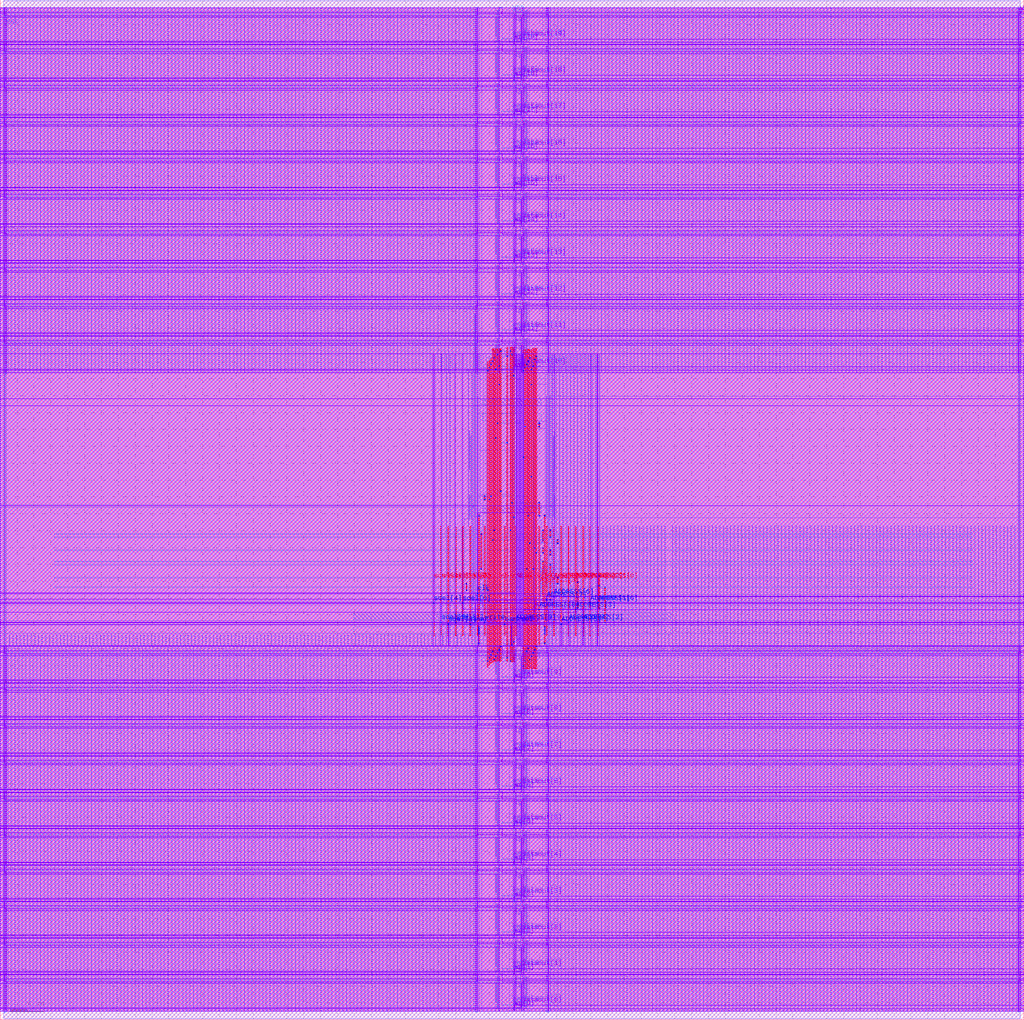
<source format=lef>
VERSION 5.8 ;
BUSBITCHARS "[]" ; 
DIVIDERCHAR "/" ; 


PROPERTYDEFINITIONS 
  MACRO CatenaDesignType STRING ; 
END PROPERTYDEFINITIONS 


MACRO srambank_256x4x20_6t122 
  CLASS BLOCK ; 
  ORIGIN 0 0 ; 
  FOREIGN srambank_256x4x20_6t122 0 0 ; 
  SIZE 121.392 BY 120.96 ; 
  SYMMETRY X Y ; 
  SITE coreSite ; 
  PIN VDD 
    DIRECTION INOUT ; 
    USE POWER ; 
    PORT 
      LAYER M4 ; 
        RECT 0.416 4.688 121.032 4.88 ; 
        RECT 0.416 9.008 121.032 9.2 ; 
        RECT 0.416 13.328 121.032 13.52 ; 
        RECT 0.416 17.648 121.032 17.84 ; 
        RECT 0.416 21.968 121.032 22.16 ; 
        RECT 0.416 26.288 121.032 26.48 ; 
        RECT 0.416 30.608 121.032 30.8 ; 
        RECT 0.416 34.928 121.032 35.12 ; 
        RECT 0.416 39.248 121.032 39.44 ; 
        RECT 0.416 43.568 121.032 43.76 ; 
        RECT 0.416 80.396 121.032 80.588 ; 
        RECT 0.416 84.716 121.032 84.908 ; 
        RECT 0.416 89.036 121.032 89.228 ; 
        RECT 0.416 93.356 121.032 93.548 ; 
        RECT 0.416 97.676 121.032 97.868 ; 
        RECT 0.416 101.996 121.032 102.188 ; 
        RECT 0.416 106.316 121.032 106.508 ; 
        RECT 0.416 110.636 121.032 110.828 ; 
        RECT 0.416 114.956 121.032 115.148 ; 
        RECT 0.416 119.276 121.032 119.468 ; 
      LAYER M3 ; 
        RECT 120.872 0.866 120.944 5.506 ; 
        RECT 64.784 0.868 64.856 5.504 ; 
        RECT 59.168 1.012 59.528 5.474 ; 
        RECT 56.576 0.868 56.648 5.504 ; 
        RECT 0.488 0.866 0.56 5.506 ; 
        RECT 120.872 5.186 120.944 9.826 ; 
        RECT 64.784 5.188 64.856 9.824 ; 
        RECT 59.168 5.332 59.528 9.794 ; 
        RECT 56.576 5.188 56.648 9.824 ; 
        RECT 0.488 5.186 0.56 9.826 ; 
        RECT 120.872 9.506 120.944 14.146 ; 
        RECT 64.784 9.508 64.856 14.144 ; 
        RECT 59.168 9.652 59.528 14.114 ; 
        RECT 56.576 9.508 56.648 14.144 ; 
        RECT 0.488 9.506 0.56 14.146 ; 
        RECT 120.872 13.826 120.944 18.466 ; 
        RECT 64.784 13.828 64.856 18.464 ; 
        RECT 59.168 13.972 59.528 18.434 ; 
        RECT 56.576 13.828 56.648 18.464 ; 
        RECT 0.488 13.826 0.56 18.466 ; 
        RECT 120.872 18.146 120.944 22.786 ; 
        RECT 64.784 18.148 64.856 22.784 ; 
        RECT 59.168 18.292 59.528 22.754 ; 
        RECT 56.576 18.148 56.648 22.784 ; 
        RECT 0.488 18.146 0.56 22.786 ; 
        RECT 120.872 22.466 120.944 27.106 ; 
        RECT 64.784 22.468 64.856 27.104 ; 
        RECT 59.168 22.612 59.528 27.074 ; 
        RECT 56.576 22.468 56.648 27.104 ; 
        RECT 0.488 22.466 0.56 27.106 ; 
        RECT 120.872 26.786 120.944 31.426 ; 
        RECT 64.784 26.788 64.856 31.424 ; 
        RECT 59.168 26.932 59.528 31.394 ; 
        RECT 56.576 26.788 56.648 31.424 ; 
        RECT 0.488 26.786 0.56 31.426 ; 
        RECT 120.872 31.106 120.944 35.746 ; 
        RECT 64.784 31.108 64.856 35.744 ; 
        RECT 59.168 31.252 59.528 35.714 ; 
        RECT 56.576 31.108 56.648 35.744 ; 
        RECT 0.488 31.106 0.56 35.746 ; 
        RECT 120.872 35.426 120.944 40.066 ; 
        RECT 64.784 35.428 64.856 40.064 ; 
        RECT 59.168 35.572 59.528 40.034 ; 
        RECT 56.576 35.428 56.648 40.064 ; 
        RECT 0.488 35.426 0.56 40.066 ; 
        RECT 120.872 39.746 120.944 44.386 ; 
        RECT 64.784 39.748 64.856 44.384 ; 
        RECT 59.168 39.892 59.528 44.354 ; 
        RECT 56.576 39.748 56.648 44.384 ; 
        RECT 0.488 39.746 0.56 44.386 ; 
        RECT 56.196 59.54 56.268 83.794 ; 
        RECT 120.872 76.574 120.944 81.214 ; 
        RECT 64.784 76.576 64.856 81.212 ; 
        RECT 59.168 76.72 59.528 81.182 ; 
        RECT 56.576 76.576 56.648 81.212 ; 
        RECT 0.488 76.574 0.56 81.214 ; 
        RECT 120.872 80.894 120.944 85.534 ; 
        RECT 64.784 80.896 64.856 85.532 ; 
        RECT 59.168 81.04 59.528 85.502 ; 
        RECT 56.576 80.896 56.648 85.532 ; 
        RECT 0.488 80.894 0.56 85.534 ; 
        RECT 120.872 85.214 120.944 89.854 ; 
        RECT 64.784 85.216 64.856 89.852 ; 
        RECT 59.168 85.36 59.528 89.822 ; 
        RECT 56.576 85.216 56.648 89.852 ; 
        RECT 0.488 85.214 0.56 89.854 ; 
        RECT 120.872 89.534 120.944 94.174 ; 
        RECT 64.784 89.536 64.856 94.172 ; 
        RECT 59.168 89.68 59.528 94.142 ; 
        RECT 56.576 89.536 56.648 94.172 ; 
        RECT 0.488 89.534 0.56 94.174 ; 
        RECT 120.872 93.854 120.944 98.494 ; 
        RECT 64.784 93.856 64.856 98.492 ; 
        RECT 59.168 94 59.528 98.462 ; 
        RECT 56.576 93.856 56.648 98.492 ; 
        RECT 0.488 93.854 0.56 98.494 ; 
        RECT 120.872 98.174 120.944 102.814 ; 
        RECT 64.784 98.176 64.856 102.812 ; 
        RECT 59.168 98.32 59.528 102.782 ; 
        RECT 56.576 98.176 56.648 102.812 ; 
        RECT 0.488 98.174 0.56 102.814 ; 
        RECT 120.872 102.494 120.944 107.134 ; 
        RECT 64.784 102.496 64.856 107.132 ; 
        RECT 59.168 102.64 59.528 107.102 ; 
        RECT 56.576 102.496 56.648 107.132 ; 
        RECT 0.488 102.494 0.56 107.134 ; 
        RECT 120.872 106.814 120.944 111.454 ; 
        RECT 64.784 106.816 64.856 111.452 ; 
        RECT 59.168 106.96 59.528 111.422 ; 
        RECT 56.576 106.816 56.648 111.452 ; 
        RECT 0.488 106.814 0.56 111.454 ; 
        RECT 120.872 111.134 120.944 115.774 ; 
        RECT 64.784 111.136 64.856 115.772 ; 
        RECT 59.168 111.28 59.528 115.742 ; 
        RECT 56.576 111.136 56.648 115.772 ; 
        RECT 0.488 111.134 0.56 115.774 ; 
        RECT 120.872 115.454 120.944 120.094 ; 
        RECT 64.784 115.456 64.856 120.092 ; 
        RECT 59.168 115.6 59.528 120.062 ; 
        RECT 56.576 115.456 56.648 120.092 ; 
        RECT 0.488 115.454 0.56 120.094 ; 
      LAYER V3 ; 
        RECT 0.488 4.688 0.56 4.88 ; 
        RECT 56.576 4.688 56.648 4.88 ; 
        RECT 59.168 4.688 59.528 4.88 ; 
        RECT 64.784 4.688 64.856 4.88 ; 
        RECT 120.872 4.688 120.944 4.88 ; 
        RECT 0.488 9.008 0.56 9.2 ; 
        RECT 56.576 9.008 56.648 9.2 ; 
        RECT 59.168 9.008 59.528 9.2 ; 
        RECT 64.784 9.008 64.856 9.2 ; 
        RECT 120.872 9.008 120.944 9.2 ; 
        RECT 0.488 13.328 0.56 13.52 ; 
        RECT 56.576 13.328 56.648 13.52 ; 
        RECT 59.168 13.328 59.528 13.52 ; 
        RECT 64.784 13.328 64.856 13.52 ; 
        RECT 120.872 13.328 120.944 13.52 ; 
        RECT 0.488 17.648 0.56 17.84 ; 
        RECT 56.576 17.648 56.648 17.84 ; 
        RECT 59.168 17.648 59.528 17.84 ; 
        RECT 64.784 17.648 64.856 17.84 ; 
        RECT 120.872 17.648 120.944 17.84 ; 
        RECT 0.488 21.968 0.56 22.16 ; 
        RECT 56.576 21.968 56.648 22.16 ; 
        RECT 59.168 21.968 59.528 22.16 ; 
        RECT 64.784 21.968 64.856 22.16 ; 
        RECT 120.872 21.968 120.944 22.16 ; 
        RECT 0.488 26.288 0.56 26.48 ; 
        RECT 56.576 26.288 56.648 26.48 ; 
        RECT 59.168 26.288 59.528 26.48 ; 
        RECT 64.784 26.288 64.856 26.48 ; 
        RECT 120.872 26.288 120.944 26.48 ; 
        RECT 0.488 30.608 0.56 30.8 ; 
        RECT 56.576 30.608 56.648 30.8 ; 
        RECT 59.168 30.608 59.528 30.8 ; 
        RECT 64.784 30.608 64.856 30.8 ; 
        RECT 120.872 30.608 120.944 30.8 ; 
        RECT 0.488 34.928 0.56 35.12 ; 
        RECT 56.576 34.928 56.648 35.12 ; 
        RECT 59.168 34.928 59.528 35.12 ; 
        RECT 64.784 34.928 64.856 35.12 ; 
        RECT 120.872 34.928 120.944 35.12 ; 
        RECT 0.488 39.248 0.56 39.44 ; 
        RECT 56.576 39.248 56.648 39.44 ; 
        RECT 59.168 39.248 59.528 39.44 ; 
        RECT 64.784 39.248 64.856 39.44 ; 
        RECT 120.872 39.248 120.944 39.44 ; 
        RECT 0.488 43.568 0.56 43.76 ; 
        RECT 56.576 43.568 56.648 43.76 ; 
        RECT 59.168 43.568 59.528 43.76 ; 
        RECT 64.784 43.568 64.856 43.76 ; 
        RECT 120.872 43.568 120.944 43.76 ; 
        RECT 0.488 80.396 0.56 80.588 ; 
        RECT 56.576 80.396 56.648 80.588 ; 
        RECT 59.168 80.396 59.528 80.588 ; 
        RECT 64.784 80.396 64.856 80.588 ; 
        RECT 120.872 80.396 120.944 80.588 ; 
        RECT 0.488 84.716 0.56 84.908 ; 
        RECT 56.576 84.716 56.648 84.908 ; 
        RECT 59.168 84.716 59.528 84.908 ; 
        RECT 64.784 84.716 64.856 84.908 ; 
        RECT 120.872 84.716 120.944 84.908 ; 
        RECT 0.488 89.036 0.56 89.228 ; 
        RECT 56.576 89.036 56.648 89.228 ; 
        RECT 59.168 89.036 59.528 89.228 ; 
        RECT 64.784 89.036 64.856 89.228 ; 
        RECT 120.872 89.036 120.944 89.228 ; 
        RECT 0.488 93.356 0.56 93.548 ; 
        RECT 56.576 93.356 56.648 93.548 ; 
        RECT 59.168 93.356 59.528 93.548 ; 
        RECT 64.784 93.356 64.856 93.548 ; 
        RECT 120.872 93.356 120.944 93.548 ; 
        RECT 0.488 97.676 0.56 97.868 ; 
        RECT 56.576 97.676 56.648 97.868 ; 
        RECT 59.168 97.676 59.528 97.868 ; 
        RECT 64.784 97.676 64.856 97.868 ; 
        RECT 120.872 97.676 120.944 97.868 ; 
        RECT 0.488 101.996 0.56 102.188 ; 
        RECT 56.576 101.996 56.648 102.188 ; 
        RECT 59.168 101.996 59.528 102.188 ; 
        RECT 64.784 101.996 64.856 102.188 ; 
        RECT 120.872 101.996 120.944 102.188 ; 
        RECT 0.488 106.316 0.56 106.508 ; 
        RECT 56.576 106.316 56.648 106.508 ; 
        RECT 59.168 106.316 59.528 106.508 ; 
        RECT 64.784 106.316 64.856 106.508 ; 
        RECT 120.872 106.316 120.944 106.508 ; 
        RECT 0.488 110.636 0.56 110.828 ; 
        RECT 56.576 110.636 56.648 110.828 ; 
        RECT 59.168 110.636 59.528 110.828 ; 
        RECT 64.784 110.636 64.856 110.828 ; 
        RECT 120.872 110.636 120.944 110.828 ; 
        RECT 0.488 114.956 0.56 115.148 ; 
        RECT 56.576 114.956 56.648 115.148 ; 
        RECT 59.168 114.956 59.528 115.148 ; 
        RECT 64.784 114.956 64.856 115.148 ; 
        RECT 120.872 114.956 120.944 115.148 ; 
        RECT 0.488 119.276 0.56 119.468 ; 
        RECT 56.576 119.276 56.648 119.468 ; 
        RECT 59.168 119.276 59.528 119.468 ; 
        RECT 64.784 119.276 64.856 119.468 ; 
        RECT 120.872 119.276 120.944 119.468 ; 
    END 
  END VDD 
  PIN VSS 
    DIRECTION INOUT ; 
    USE POWER ; 
    PORT 
      LAYER M4 ; 
        RECT 0.416 4.304 121.032 4.496 ; 
        RECT 0.416 8.624 121.032 8.816 ; 
        RECT 0.416 12.944 121.032 13.136 ; 
        RECT 0.416 17.264 121.032 17.456 ; 
        RECT 0.416 21.584 121.032 21.776 ; 
        RECT 0.416 25.904 121.032 26.096 ; 
        RECT 0.416 30.224 121.032 30.416 ; 
        RECT 0.416 34.544 121.032 34.736 ; 
        RECT 0.416 38.864 121.032 39.056 ; 
        RECT 0.416 43.184 121.032 43.376 ; 
        RECT 41.904 47.446 79.488 48.31 ; 
        RECT 57.24 60.118 64.152 60.982 ; 
        RECT 57.24 72.79 64.152 73.654 ; 
        RECT 0.416 80.012 121.032 80.204 ; 
        RECT 0.416 84.332 121.032 84.524 ; 
        RECT 0.416 88.652 121.032 88.844 ; 
        RECT 0.416 92.972 121.032 93.164 ; 
        RECT 0.416 97.292 121.032 97.484 ; 
        RECT 0.416 101.612 121.032 101.804 ; 
        RECT 0.416 105.932 121.032 106.124 ; 
        RECT 0.416 110.252 121.032 110.444 ; 
        RECT 0.416 114.572 121.032 114.764 ; 
        RECT 0.416 118.892 121.032 119.084 ; 
      LAYER M3 ; 
        RECT 120.728 0.866 120.8 5.506 ; 
        RECT 65 0.866 65.072 5.506 ; 
        RECT 61.94 1.012 62.084 5.47 ; 
        RECT 61.04 1.012 61.148 5.47 ; 
        RECT 56.36 0.866 56.432 5.506 ; 
        RECT 0.632 0.866 0.704 5.506 ; 
        RECT 120.728 5.186 120.8 9.826 ; 
        RECT 65 5.186 65.072 9.826 ; 
        RECT 61.94 5.332 62.084 9.79 ; 
        RECT 61.04 5.332 61.148 9.79 ; 
        RECT 56.36 5.186 56.432 9.826 ; 
        RECT 0.632 5.186 0.704 9.826 ; 
        RECT 120.728 9.506 120.8 14.146 ; 
        RECT 65 9.506 65.072 14.146 ; 
        RECT 61.94 9.652 62.084 14.11 ; 
        RECT 61.04 9.652 61.148 14.11 ; 
        RECT 56.36 9.506 56.432 14.146 ; 
        RECT 0.632 9.506 0.704 14.146 ; 
        RECT 120.728 13.826 120.8 18.466 ; 
        RECT 65 13.826 65.072 18.466 ; 
        RECT 61.94 13.972 62.084 18.43 ; 
        RECT 61.04 13.972 61.148 18.43 ; 
        RECT 56.36 13.826 56.432 18.466 ; 
        RECT 0.632 13.826 0.704 18.466 ; 
        RECT 120.728 18.146 120.8 22.786 ; 
        RECT 65 18.146 65.072 22.786 ; 
        RECT 61.94 18.292 62.084 22.75 ; 
        RECT 61.04 18.292 61.148 22.75 ; 
        RECT 56.36 18.146 56.432 22.786 ; 
        RECT 0.632 18.146 0.704 22.786 ; 
        RECT 120.728 22.466 120.8 27.106 ; 
        RECT 65 22.466 65.072 27.106 ; 
        RECT 61.94 22.612 62.084 27.07 ; 
        RECT 61.04 22.612 61.148 27.07 ; 
        RECT 56.36 22.466 56.432 27.106 ; 
        RECT 0.632 22.466 0.704 27.106 ; 
        RECT 120.728 26.786 120.8 31.426 ; 
        RECT 65 26.786 65.072 31.426 ; 
        RECT 61.94 26.932 62.084 31.39 ; 
        RECT 61.04 26.932 61.148 31.39 ; 
        RECT 56.36 26.786 56.432 31.426 ; 
        RECT 0.632 26.786 0.704 31.426 ; 
        RECT 120.728 31.106 120.8 35.746 ; 
        RECT 65 31.106 65.072 35.746 ; 
        RECT 61.94 31.252 62.084 35.71 ; 
        RECT 61.04 31.252 61.148 35.71 ; 
        RECT 56.36 31.106 56.432 35.746 ; 
        RECT 0.632 31.106 0.704 35.746 ; 
        RECT 120.728 35.426 120.8 40.066 ; 
        RECT 65 35.426 65.072 40.066 ; 
        RECT 61.94 35.572 62.084 40.03 ; 
        RECT 61.04 35.572 61.148 40.03 ; 
        RECT 56.36 35.426 56.432 40.066 ; 
        RECT 0.632 35.426 0.704 40.066 ; 
        RECT 120.728 39.746 120.8 44.386 ; 
        RECT 65 39.746 65.072 44.386 ; 
        RECT 61.94 39.892 62.084 44.35 ; 
        RECT 61.04 39.892 61.148 44.35 ; 
        RECT 56.36 39.746 56.432 44.386 ; 
        RECT 0.632 39.746 0.704 44.386 ; 
        RECT 64.98 44.268 65.052 77.096 ; 
        RECT 61.164 45.162 62.1 75.894 ; 
        RECT 56.34 44.268 56.412 83.794 ; 
        RECT 120.728 76.574 120.8 81.214 ; 
        RECT 65 76.574 65.072 81.214 ; 
        RECT 61.94 76.72 62.084 81.178 ; 
        RECT 61.04 76.72 61.148 81.178 ; 
        RECT 56.36 76.574 56.432 81.214 ; 
        RECT 0.632 76.574 0.704 81.214 ; 
        RECT 120.728 80.894 120.8 85.534 ; 
        RECT 65 80.894 65.072 85.534 ; 
        RECT 61.94 81.04 62.084 85.498 ; 
        RECT 61.04 81.04 61.148 85.498 ; 
        RECT 56.36 80.894 56.432 85.534 ; 
        RECT 0.632 80.894 0.704 85.534 ; 
        RECT 120.728 85.214 120.8 89.854 ; 
        RECT 65 85.214 65.072 89.854 ; 
        RECT 61.94 85.36 62.084 89.818 ; 
        RECT 61.04 85.36 61.148 89.818 ; 
        RECT 56.36 85.214 56.432 89.854 ; 
        RECT 0.632 85.214 0.704 89.854 ; 
        RECT 120.728 89.534 120.8 94.174 ; 
        RECT 65 89.534 65.072 94.174 ; 
        RECT 61.94 89.68 62.084 94.138 ; 
        RECT 61.04 89.68 61.148 94.138 ; 
        RECT 56.36 89.534 56.432 94.174 ; 
        RECT 0.632 89.534 0.704 94.174 ; 
        RECT 120.728 93.854 120.8 98.494 ; 
        RECT 65 93.854 65.072 98.494 ; 
        RECT 61.94 94 62.084 98.458 ; 
        RECT 61.04 94 61.148 98.458 ; 
        RECT 56.36 93.854 56.432 98.494 ; 
        RECT 0.632 93.854 0.704 98.494 ; 
        RECT 120.728 98.174 120.8 102.814 ; 
        RECT 65 98.174 65.072 102.814 ; 
        RECT 61.94 98.32 62.084 102.778 ; 
        RECT 61.04 98.32 61.148 102.778 ; 
        RECT 56.36 98.174 56.432 102.814 ; 
        RECT 0.632 98.174 0.704 102.814 ; 
        RECT 120.728 102.494 120.8 107.134 ; 
        RECT 65 102.494 65.072 107.134 ; 
        RECT 61.94 102.64 62.084 107.098 ; 
        RECT 61.04 102.64 61.148 107.098 ; 
        RECT 56.36 102.494 56.432 107.134 ; 
        RECT 0.632 102.494 0.704 107.134 ; 
        RECT 120.728 106.814 120.8 111.454 ; 
        RECT 65 106.814 65.072 111.454 ; 
        RECT 61.94 106.96 62.084 111.418 ; 
        RECT 61.04 106.96 61.148 111.418 ; 
        RECT 56.36 106.814 56.432 111.454 ; 
        RECT 0.632 106.814 0.704 111.454 ; 
        RECT 120.728 111.134 120.8 115.774 ; 
        RECT 65 111.134 65.072 115.774 ; 
        RECT 61.94 111.28 62.084 115.738 ; 
        RECT 61.04 111.28 61.148 115.738 ; 
        RECT 56.36 111.134 56.432 115.774 ; 
        RECT 0.632 111.134 0.704 115.774 ; 
        RECT 120.728 115.454 120.8 120.094 ; 
        RECT 65 115.454 65.072 120.094 ; 
        RECT 61.94 115.6 62.084 120.058 ; 
        RECT 61.04 115.6 61.148 120.058 ; 
        RECT 56.36 115.454 56.432 120.094 ; 
        RECT 0.632 115.454 0.704 120.094 ; 
      LAYER V3 ; 
        RECT 0.632 4.304 0.704 4.496 ; 
        RECT 56.36 4.304 56.432 4.496 ; 
        RECT 61.04 4.304 61.148 4.496 ; 
        RECT 61.94 4.304 62.084 4.496 ; 
        RECT 65 4.304 65.072 4.496 ; 
        RECT 120.728 4.304 120.8 4.496 ; 
        RECT 0.632 8.624 0.704 8.816 ; 
        RECT 56.36 8.624 56.432 8.816 ; 
        RECT 61.04 8.624 61.148 8.816 ; 
        RECT 61.94 8.624 62.084 8.816 ; 
        RECT 65 8.624 65.072 8.816 ; 
        RECT 120.728 8.624 120.8 8.816 ; 
        RECT 0.632 12.944 0.704 13.136 ; 
        RECT 56.36 12.944 56.432 13.136 ; 
        RECT 61.04 12.944 61.148 13.136 ; 
        RECT 61.94 12.944 62.084 13.136 ; 
        RECT 65 12.944 65.072 13.136 ; 
        RECT 120.728 12.944 120.8 13.136 ; 
        RECT 0.632 17.264 0.704 17.456 ; 
        RECT 56.36 17.264 56.432 17.456 ; 
        RECT 61.04 17.264 61.148 17.456 ; 
        RECT 61.94 17.264 62.084 17.456 ; 
        RECT 65 17.264 65.072 17.456 ; 
        RECT 120.728 17.264 120.8 17.456 ; 
        RECT 0.632 21.584 0.704 21.776 ; 
        RECT 56.36 21.584 56.432 21.776 ; 
        RECT 61.04 21.584 61.148 21.776 ; 
        RECT 61.94 21.584 62.084 21.776 ; 
        RECT 65 21.584 65.072 21.776 ; 
        RECT 120.728 21.584 120.8 21.776 ; 
        RECT 0.632 25.904 0.704 26.096 ; 
        RECT 56.36 25.904 56.432 26.096 ; 
        RECT 61.04 25.904 61.148 26.096 ; 
        RECT 61.94 25.904 62.084 26.096 ; 
        RECT 65 25.904 65.072 26.096 ; 
        RECT 120.728 25.904 120.8 26.096 ; 
        RECT 0.632 30.224 0.704 30.416 ; 
        RECT 56.36 30.224 56.432 30.416 ; 
        RECT 61.04 30.224 61.148 30.416 ; 
        RECT 61.94 30.224 62.084 30.416 ; 
        RECT 65 30.224 65.072 30.416 ; 
        RECT 120.728 30.224 120.8 30.416 ; 
        RECT 0.632 34.544 0.704 34.736 ; 
        RECT 56.36 34.544 56.432 34.736 ; 
        RECT 61.04 34.544 61.148 34.736 ; 
        RECT 61.94 34.544 62.084 34.736 ; 
        RECT 65 34.544 65.072 34.736 ; 
        RECT 120.728 34.544 120.8 34.736 ; 
        RECT 0.632 38.864 0.704 39.056 ; 
        RECT 56.36 38.864 56.432 39.056 ; 
        RECT 61.04 38.864 61.148 39.056 ; 
        RECT 61.94 38.864 62.084 39.056 ; 
        RECT 65 38.864 65.072 39.056 ; 
        RECT 120.728 38.864 120.8 39.056 ; 
        RECT 0.632 43.184 0.704 43.376 ; 
        RECT 56.36 43.184 56.432 43.376 ; 
        RECT 61.04 43.184 61.148 43.376 ; 
        RECT 61.94 43.184 62.084 43.376 ; 
        RECT 65 43.184 65.072 43.376 ; 
        RECT 120.728 43.184 120.8 43.376 ; 
        RECT 56.34 47.446 56.412 48.31 ; 
        RECT 61.18 72.79 61.252 73.654 ; 
        RECT 61.18 60.118 61.252 60.982 ; 
        RECT 61.18 47.446 61.252 48.31 ; 
        RECT 61.388 72.79 61.46 73.654 ; 
        RECT 61.388 60.118 61.46 60.982 ; 
        RECT 61.388 47.446 61.46 48.31 ; 
        RECT 61.596 72.79 61.668 73.654 ; 
        RECT 61.596 60.118 61.668 60.982 ; 
        RECT 61.596 47.446 61.668 48.31 ; 
        RECT 61.804 72.79 61.876 73.654 ; 
        RECT 61.804 60.118 61.876 60.982 ; 
        RECT 61.804 47.446 61.876 48.31 ; 
        RECT 62.012 72.79 62.084 73.654 ; 
        RECT 62.012 60.118 62.084 60.982 ; 
        RECT 62.012 47.446 62.084 48.31 ; 
        RECT 64.98 47.446 65.052 48.31 ; 
        RECT 0.632 80.012 0.704 80.204 ; 
        RECT 56.36 80.012 56.432 80.204 ; 
        RECT 61.04 80.012 61.148 80.204 ; 
        RECT 61.94 80.012 62.084 80.204 ; 
        RECT 65 80.012 65.072 80.204 ; 
        RECT 120.728 80.012 120.8 80.204 ; 
        RECT 0.632 84.332 0.704 84.524 ; 
        RECT 56.36 84.332 56.432 84.524 ; 
        RECT 61.04 84.332 61.148 84.524 ; 
        RECT 61.94 84.332 62.084 84.524 ; 
        RECT 65 84.332 65.072 84.524 ; 
        RECT 120.728 84.332 120.8 84.524 ; 
        RECT 0.632 88.652 0.704 88.844 ; 
        RECT 56.36 88.652 56.432 88.844 ; 
        RECT 61.04 88.652 61.148 88.844 ; 
        RECT 61.94 88.652 62.084 88.844 ; 
        RECT 65 88.652 65.072 88.844 ; 
        RECT 120.728 88.652 120.8 88.844 ; 
        RECT 0.632 92.972 0.704 93.164 ; 
        RECT 56.36 92.972 56.432 93.164 ; 
        RECT 61.04 92.972 61.148 93.164 ; 
        RECT 61.94 92.972 62.084 93.164 ; 
        RECT 65 92.972 65.072 93.164 ; 
        RECT 120.728 92.972 120.8 93.164 ; 
        RECT 0.632 97.292 0.704 97.484 ; 
        RECT 56.36 97.292 56.432 97.484 ; 
        RECT 61.04 97.292 61.148 97.484 ; 
        RECT 61.94 97.292 62.084 97.484 ; 
        RECT 65 97.292 65.072 97.484 ; 
        RECT 120.728 97.292 120.8 97.484 ; 
        RECT 0.632 101.612 0.704 101.804 ; 
        RECT 56.36 101.612 56.432 101.804 ; 
        RECT 61.04 101.612 61.148 101.804 ; 
        RECT 61.94 101.612 62.084 101.804 ; 
        RECT 65 101.612 65.072 101.804 ; 
        RECT 120.728 101.612 120.8 101.804 ; 
        RECT 0.632 105.932 0.704 106.124 ; 
        RECT 56.36 105.932 56.432 106.124 ; 
        RECT 61.04 105.932 61.148 106.124 ; 
        RECT 61.94 105.932 62.084 106.124 ; 
        RECT 65 105.932 65.072 106.124 ; 
        RECT 120.728 105.932 120.8 106.124 ; 
        RECT 0.632 110.252 0.704 110.444 ; 
        RECT 56.36 110.252 56.432 110.444 ; 
        RECT 61.04 110.252 61.148 110.444 ; 
        RECT 61.94 110.252 62.084 110.444 ; 
        RECT 65 110.252 65.072 110.444 ; 
        RECT 120.728 110.252 120.8 110.444 ; 
        RECT 0.632 114.572 0.704 114.764 ; 
        RECT 56.36 114.572 56.432 114.764 ; 
        RECT 61.04 114.572 61.148 114.764 ; 
        RECT 61.94 114.572 62.084 114.764 ; 
        RECT 65 114.572 65.072 114.764 ; 
        RECT 120.728 114.572 120.8 114.764 ; 
        RECT 0.632 118.892 0.704 119.084 ; 
        RECT 56.36 118.892 56.432 119.084 ; 
        RECT 61.04 118.892 61.148 119.084 ; 
        RECT 61.94 118.892 62.084 119.084 ; 
        RECT 65 118.892 65.072 119.084 ; 
        RECT 120.728 118.892 120.8 119.084 ; 
    END 
  END VSS 
  PIN ADDRESS[0] 
    DIRECTION INPUT ; 
    USE SIGNAL ; 
    PORT 
      LAYER M3 ; 
        RECT 70.812 49.334 70.884 49.482 ; 
      LAYER M4 ; 
        RECT 70.604 49.366 70.94 49.462 ; 
      LAYER M5 ; 
        RECT 70.8 45.562 70.896 58.522 ; 
      LAYER V3 ; 
        RECT 70.812 49.366 70.884 49.462 ; 
      LAYER V4 ; 
        RECT 70.8 49.366 70.896 49.462 ; 
    END 
  END ADDRESS[0] 
  PIN ADDRESS[1] 
    DIRECTION INPUT ; 
    USE SIGNAL ; 
    PORT 
      LAYER M3 ; 
        RECT 69.948 49.346 70.02 49.494 ; 
      LAYER M4 ; 
        RECT 69.74 49.366 70.076 49.462 ; 
      LAYER M5 ; 
        RECT 69.936 45.562 70.032 58.522 ; 
      LAYER V3 ; 
        RECT 69.948 49.366 70.02 49.462 ; 
      LAYER V4 ; 
        RECT 69.936 49.366 70.032 49.462 ; 
    END 
  END ADDRESS[1] 
  PIN ADDRESS[2] 
    DIRECTION INPUT ; 
    USE SIGNAL ; 
    PORT 
      LAYER M3 ; 
        RECT 69.084 47.03 69.156 47.178 ; 
      LAYER M4 ; 
        RECT 68.876 47.062 69.212 47.158 ; 
      LAYER M5 ; 
        RECT 69.072 45.562 69.168 58.522 ; 
      LAYER V3 ; 
        RECT 69.084 47.062 69.156 47.158 ; 
      LAYER V4 ; 
        RECT 69.072 47.062 69.168 47.158 ; 
    END 
  END ADDRESS[2] 
  PIN ADDRESS[3] 
    DIRECTION INPUT ; 
    USE SIGNAL ; 
    PORT 
      LAYER M3 ; 
        RECT 68.22 47.99 68.292 48.714 ; 
      LAYER M4 ; 
        RECT 68.012 48.598 68.348 48.694 ; 
      LAYER M5 ; 
        RECT 68.208 45.562 68.304 58.522 ; 
      LAYER V3 ; 
        RECT 68.22 48.598 68.292 48.694 ; 
      LAYER V4 ; 
        RECT 68.208 48.598 68.304 48.694 ; 
    END 
  END ADDRESS[3] 
  PIN ADDRESS[4] 
    DIRECTION INPUT ; 
    USE SIGNAL ; 
    PORT 
      LAYER M3 ; 
        RECT 67.356 47.042 67.428 47.31 ; 
      LAYER M4 ; 
        RECT 67.148 47.062 67.484 47.158 ; 
      LAYER M5 ; 
        RECT 67.344 45.562 67.44 58.522 ; 
      LAYER V3 ; 
        RECT 67.356 47.062 67.428 47.158 ; 
      LAYER V4 ; 
        RECT 67.344 47.062 67.44 47.158 ; 
    END 
  END ADDRESS[4] 
  PIN ADDRESS[5] 
    DIRECTION INPUT ; 
    USE SIGNAL ; 
    PORT 
      LAYER M3 ; 
        RECT 66.492 45.974 66.564 46.986 ; 
      LAYER M4 ; 
        RECT 66.284 46.87 66.62 46.966 ; 
      LAYER M5 ; 
        RECT 66.48 45.562 66.576 58.522 ; 
      LAYER V3 ; 
        RECT 66.492 46.87 66.564 46.966 ; 
      LAYER V4 ; 
        RECT 66.48 46.87 66.576 46.966 ; 
    END 
  END ADDRESS[5] 
  PIN ADDRESS[6] 
    DIRECTION INPUT ; 
    USE SIGNAL ; 
    PORT 
      LAYER M3 ; 
        RECT 65.628 50.114 65.7 50.262 ; 
      LAYER M4 ; 
        RECT 65.42 50.134 65.756 50.23 ; 
      LAYER M5 ; 
        RECT 65.616 45.562 65.712 58.522 ; 
      LAYER V3 ; 
        RECT 65.628 50.134 65.7 50.23 ; 
      LAYER V4 ; 
        RECT 65.616 50.134 65.712 50.23 ; 
    END 
  END ADDRESS[6] 
  PIN ADDRESS[7] 
    DIRECTION INPUT ; 
    USE SIGNAL ; 
    PORT 
      LAYER M3 ; 
        RECT 64.764 49.502 64.836 49.866 ; 
      LAYER M4 ; 
        RECT 64.556 49.75 64.892 49.846 ; 
      LAYER M5 ; 
        RECT 64.752 45.562 64.848 58.522 ; 
      LAYER V3 ; 
        RECT 64.764 49.75 64.836 49.846 ; 
      LAYER V4 ; 
        RECT 64.752 49.75 64.848 49.846 ; 
    END 
  END ADDRESS[7] 
  PIN ADDRESS[8] 
    DIRECTION INPUT ; 
    USE SIGNAL ; 
    PORT 
      LAYER M3 ; 
        RECT 63.324 48.134 63.396 48.714 ; 
      LAYER M4 ; 
        RECT 63.28 48.598 64.028 48.694 ; 
      LAYER M5 ; 
        RECT 63.888 44.526 63.984 58.522 ; 
      LAYER V3 ; 
        RECT 63.324 48.598 63.396 48.694 ; 
      LAYER V4 ; 
        RECT 63.888 48.598 63.984 48.694 ; 
    END 
  END ADDRESS[8] 
  PIN ADDRESS[9] 
    DIRECTION INPUT ; 
    USE SIGNAL ; 
    PORT 
      LAYER M3 ; 
        RECT 62.172 47.042 62.244 47.31 ; 
      LAYER M4 ; 
        RECT 61.036 47.062 62.288 47.158 ; 
      LAYER M5 ; 
        RECT 61.08 45.562 61.176 58.522 ; 
      LAYER V3 ; 
        RECT 62.172 47.062 62.244 47.158 ; 
      LAYER V4 ; 
        RECT 61.08 47.062 61.176 47.158 ; 
    END 
  END ADDRESS[9] 
  PIN banksel 
    DIRECTION INPUT ; 
    USE SIGNAL ; 
    PORT 
      LAYER M3 ; 
        RECT 60.588 45.974 60.66 46.986 ; 
      LAYER M4 ; 
        RECT 59.74 46.87 60.704 46.966 ; 
      LAYER M5 ; 
        RECT 59.784 45.562 59.88 58.522 ; 
      LAYER V3 ; 
        RECT 60.588 46.87 60.66 46.966 ; 
      LAYER V4 ; 
        RECT 59.784 46.87 59.88 46.966 ; 
    END 
  END banksel 
  PIN clk 
    DIRECTION INPUT ; 
    USE SIGNAL ; 
    PORT 
      LAYER M3 ; 
        RECT 56.556 50.498 56.628 50.694 ; 
      LAYER M4 ; 
        RECT 56.348 50.518 56.684 50.614 ; 
      LAYER M5 ; 
        RECT 56.544 45.562 56.64 58.522 ; 
      LAYER V3 ; 
        RECT 56.556 50.518 56.628 50.614 ; 
      LAYER V4 ; 
        RECT 56.544 50.518 56.64 50.614 ; 
    END 
  END clk 
  PIN write 
    DIRECTION INPUT ; 
    USE SIGNAL ; 
    PORT 
      LAYER M3 ; 
        RECT 57.42 47.042 57.492 47.31 ; 
      LAYER M4 ; 
        RECT 57.212 47.062 57.548 47.158 ; 
      LAYER M5 ; 
        RECT 57.408 45.562 57.504 58.522 ; 
      LAYER V3 ; 
        RECT 57.42 47.062 57.492 47.158 ; 
      LAYER V4 ; 
        RECT 57.408 47.062 57.504 47.158 ; 
    END 
  END write 
  PIN read 
    DIRECTION INPUT ; 
    USE SIGNAL ; 
    PORT 
      LAYER M3 ; 
        RECT 56.7 45.974 56.772 46.986 ; 
      LAYER M4 ; 
        RECT 55.636 46.87 56.816 46.966 ; 
      LAYER M5 ; 
        RECT 55.68 45.562 55.776 58.522 ; 
      LAYER V3 ; 
        RECT 56.7 46.87 56.772 46.966 ; 
      LAYER V4 ; 
        RECT 55.68 46.87 55.776 46.966 ; 
    END 
  END read 
  PIN sdel[0] 
    DIRECTION INPUT ; 
    USE SIGNAL ; 
    PORT 
      LAYER M3 ; 
        RECT 54.828 49.334 54.9 49.482 ; 
      LAYER M4 ; 
        RECT 54.62 49.366 54.956 49.462 ; 
      LAYER M5 ; 
        RECT 54.816 45.562 54.912 58.522 ; 
      LAYER V3 ; 
        RECT 54.828 49.366 54.9 49.462 ; 
      LAYER V4 ; 
        RECT 54.816 49.366 54.912 49.462 ; 
    END 
  END sdel[0] 
  PIN sdel[1] 
    DIRECTION INPUT ; 
    USE SIGNAL ; 
    PORT 
      LAYER M3 ; 
        RECT 53.964 47.042 54.036 47.958 ; 
      LAYER M4 ; 
        RECT 53.756 47.062 54.092 47.158 ; 
      LAYER M5 ; 
        RECT 53.952 45.562 54.048 58.522 ; 
      LAYER V3 ; 
        RECT 53.964 47.062 54.036 47.158 ; 
      LAYER V4 ; 
        RECT 53.952 47.062 54.048 47.158 ; 
    END 
  END sdel[1] 
  PIN sdel[2] 
    DIRECTION INPUT ; 
    USE SIGNAL ; 
    PORT 
      LAYER M3 ; 
        RECT 53.1 45.974 53.172 46.986 ; 
      LAYER M4 ; 
        RECT 52.892 46.87 53.228 46.966 ; 
      LAYER M5 ; 
        RECT 53.088 45.562 53.184 58.522 ; 
      LAYER V3 ; 
        RECT 53.1 46.87 53.172 46.966 ; 
      LAYER V4 ; 
        RECT 53.088 46.87 53.184 46.966 ; 
    END 
  END sdel[2] 
  PIN sdel[3] 
    DIRECTION INPUT ; 
    USE SIGNAL ; 
    PORT 
      LAYER M3 ; 
        RECT 52.236 47.03 52.308 47.178 ; 
      LAYER M4 ; 
        RECT 52.028 47.062 52.364 47.158 ; 
      LAYER M5 ; 
        RECT 52.224 45.562 52.32 58.522 ; 
      LAYER V3 ; 
        RECT 52.236 47.062 52.308 47.158 ; 
      LAYER V4 ; 
        RECT 52.224 47.062 52.32 47.158 ; 
    END 
  END sdel[3] 
  PIN sdel[4] 
    DIRECTION INPUT ; 
    USE SIGNAL ; 
    PORT 
      LAYER M3 ; 
        RECT 51.372 49.334 51.444 49.482 ; 
      LAYER M4 ; 
        RECT 51.164 49.366 51.5 49.462 ; 
      LAYER M5 ; 
        RECT 51.36 45.562 51.456 58.522 ; 
      LAYER V3 ; 
        RECT 51.372 49.366 51.444 49.462 ; 
      LAYER V4 ; 
        RECT 51.36 49.366 51.456 49.462 ; 
    END 
  END sdel[4] 
  PIN dataout[14] 
    DIRECTION OUTPUT ; 
    USE SIGNAL ; 
    PORT 
      LAYER M3 ; 
        RECT 61.796 94.498 61.868 95.456 ; 
      LAYER M4 ; 
        RECT 59.444 94.7 62.036 94.796 ; 
      LAYER V3 ; 
        RECT 61.796 94.7 61.868 94.796 ; 
    END 
  END dataout[14] 
  PIN dataout[13] 
    DIRECTION OUTPUT ; 
    USE SIGNAL ; 
    PORT 
      LAYER M3 ; 
        RECT 61.796 90.178 61.868 91.136 ; 
      LAYER M4 ; 
        RECT 59.444 90.38 62.036 90.476 ; 
      LAYER V3 ; 
        RECT 61.796 90.38 61.868 90.476 ; 
    END 
  END dataout[13] 
  PIN dataout[12] 
    DIRECTION OUTPUT ; 
    USE SIGNAL ; 
    PORT 
      LAYER M3 ; 
        RECT 61.796 85.858 61.868 86.816 ; 
      LAYER M4 ; 
        RECT 59.444 86.06 62.036 86.156 ; 
      LAYER V3 ; 
        RECT 61.796 86.06 61.868 86.156 ; 
    END 
  END dataout[12] 
  PIN dataout[11] 
    DIRECTION OUTPUT ; 
    USE SIGNAL ; 
    PORT 
      LAYER M3 ; 
        RECT 61.796 81.538 61.868 82.496 ; 
      LAYER M4 ; 
        RECT 59.444 81.74 62.036 81.836 ; 
      LAYER V3 ; 
        RECT 61.796 81.74 61.868 81.836 ; 
    END 
  END dataout[11] 
  PIN dataout[10] 
    DIRECTION OUTPUT ; 
    USE SIGNAL ; 
    PORT 
      LAYER M3 ; 
        RECT 61.796 77.218 61.868 78.176 ; 
      LAYER M4 ; 
        RECT 59.444 77.42 62.036 77.516 ; 
      LAYER V3 ; 
        RECT 61.796 77.42 61.868 77.516 ; 
    END 
  END dataout[10] 
  PIN dataout[0] 
    DIRECTION OUTPUT ; 
    USE SIGNAL ; 
    PORT 
      LAYER M3 ; 
        RECT 61.796 1.51 61.868 2.468 ; 
      LAYER M4 ; 
        RECT 59.444 1.712 62.036 1.808 ; 
      LAYER V3 ; 
        RECT 61.796 1.712 61.868 1.808 ; 
    END 
  END dataout[0] 
  PIN dataout[15] 
    DIRECTION OUTPUT ; 
    USE SIGNAL ; 
    PORT 
      LAYER M3 ; 
        RECT 61.796 98.818 61.868 99.776 ; 
      LAYER M4 ; 
        RECT 59.444 99.02 62.036 99.116 ; 
      LAYER V3 ; 
        RECT 61.796 99.02 61.868 99.116 ; 
    END 
  END dataout[15] 
  PIN dataout[16] 
    DIRECTION OUTPUT ; 
    USE SIGNAL ; 
    PORT 
      LAYER M3 ; 
        RECT 61.796 103.138 61.868 104.096 ; 
      LAYER M4 ; 
        RECT 59.444 103.34 62.036 103.436 ; 
      LAYER V3 ; 
        RECT 61.796 103.34 61.868 103.436 ; 
    END 
  END dataout[16] 
  PIN dataout[17] 
    DIRECTION OUTPUT ; 
    USE SIGNAL ; 
    PORT 
      LAYER M3 ; 
        RECT 61.796 107.458 61.868 108.416 ; 
      LAYER M4 ; 
        RECT 59.444 107.66 62.036 107.756 ; 
      LAYER V3 ; 
        RECT 61.796 107.66 61.868 107.756 ; 
    END 
  END dataout[17] 
  PIN dataout[18] 
    DIRECTION OUTPUT ; 
    USE SIGNAL ; 
    PORT 
      LAYER M3 ; 
        RECT 61.796 111.778 61.868 112.736 ; 
      LAYER M4 ; 
        RECT 59.444 111.98 62.036 112.076 ; 
      LAYER V3 ; 
        RECT 61.796 111.98 61.868 112.076 ; 
    END 
  END dataout[18] 
  PIN dataout[19] 
    DIRECTION OUTPUT ; 
    USE SIGNAL ; 
    PORT 
      LAYER M3 ; 
        RECT 61.796 116.098 61.868 117.056 ; 
      LAYER M4 ; 
        RECT 59.444 116.3 62.036 116.396 ; 
      LAYER V3 ; 
        RECT 61.796 116.3 61.868 116.396 ; 
    END 
  END dataout[19] 
  PIN dataout[1] 
    DIRECTION OUTPUT ; 
    USE SIGNAL ; 
    PORT 
      LAYER M3 ; 
        RECT 61.796 5.83 61.868 6.788 ; 
      LAYER M4 ; 
        RECT 59.444 6.032 62.036 6.128 ; 
      LAYER V3 ; 
        RECT 61.796 6.032 61.868 6.128 ; 
    END 
  END dataout[1] 
  PIN dataout[20] 
    DIRECTION OUTPUT ; 
    USE SIGNAL ; 
    PORT 
      LAYER M3 ; 
    END 
  END dataout[20] 
  PIN dataout[21] 
    DIRECTION OUTPUT ; 
    USE SIGNAL ; 
    PORT 
      LAYER M3 ; 
    END 
  END dataout[21] 
  PIN dataout[22] 
    DIRECTION OUTPUT ; 
    USE SIGNAL ; 
    PORT 
      LAYER M3 ; 
    END 
  END dataout[22] 
  PIN dataout[23] 
    DIRECTION OUTPUT ; 
    USE SIGNAL ; 
    PORT 
      LAYER M3 ; 
    END 
  END dataout[23] 
  PIN dataout[24] 
    DIRECTION OUTPUT ; 
    USE SIGNAL ; 
    PORT 
      LAYER M3 ; 
    END 
  END dataout[24] 
  PIN dataout[25] 
    DIRECTION OUTPUT ; 
    USE SIGNAL ; 
    PORT 
      LAYER M3 ; 
    END 
  END dataout[25] 
  PIN dataout[26] 
    DIRECTION OUTPUT ; 
    USE SIGNAL ; 
    PORT 
      LAYER M3 ; 
    END 
  END dataout[26] 
  PIN dataout[27] 
    DIRECTION OUTPUT ; 
    USE SIGNAL ; 
    PORT 
      LAYER M3 ; 
    END 
  END dataout[27] 
  PIN dataout[28] 
    DIRECTION OUTPUT ; 
    USE SIGNAL ; 
    PORT 
      LAYER M3 ; 
    END 
  END dataout[28] 
  PIN dataout[29] 
    DIRECTION OUTPUT ; 
    USE SIGNAL ; 
    PORT 
      LAYER M3 ; 
    END 
  END dataout[29] 
  PIN dataout[2] 
    DIRECTION OUTPUT ; 
    USE SIGNAL ; 
    PORT 
      LAYER M3 ; 
        RECT 61.796 10.15 61.868 11.108 ; 
      LAYER M4 ; 
        RECT 59.444 10.352 62.036 10.448 ; 
      LAYER V3 ; 
        RECT 61.796 10.352 61.868 10.448 ; 
    END 
  END dataout[2] 
  PIN dataout[30] 
    DIRECTION OUTPUT ; 
    USE SIGNAL ; 
    PORT 
      LAYER M3 ; 
    END 
  END dataout[30] 
  PIN dataout[31] 
    DIRECTION OUTPUT ; 
    USE SIGNAL ; 
    PORT 
      LAYER M3 ; 
    END 
  END dataout[31] 
  PIN dataout[32] 
    DIRECTION OUTPUT ; 
    USE SIGNAL ; 
    PORT 
      LAYER M3 ; 
    END 
  END dataout[32] 
  PIN dataout[33] 
    DIRECTION OUTPUT ; 
    USE SIGNAL ; 
    PORT 
      LAYER M3 ; 
    END 
  END dataout[33] 
  PIN dataout[34] 
    DIRECTION OUTPUT ; 
    USE SIGNAL ; 
    PORT 
      LAYER M3 ; 
    END 
  END dataout[34] 
  PIN dataout[35] 
    DIRECTION OUTPUT ; 
    USE SIGNAL ; 
    PORT 
      LAYER M3 ; 
    END 
  END dataout[35] 
  PIN dataout[36] 
    DIRECTION OUTPUT ; 
    USE SIGNAL ; 
    PORT 
      LAYER M3 ; 
    END 
  END dataout[36] 
  PIN dataout[37] 
    DIRECTION OUTPUT ; 
    USE SIGNAL ; 
    PORT 
      LAYER M3 ; 
    END 
  END dataout[37] 
  PIN dataout[38] 
    DIRECTION OUTPUT ; 
    USE SIGNAL ; 
    PORT 
      LAYER M3 ; 
    END 
  END dataout[38] 
  PIN dataout[39] 
    DIRECTION OUTPUT ; 
    USE SIGNAL ; 
    PORT 
      LAYER M3 ; 
    END 
  END dataout[39] 
  PIN dataout[3] 
    DIRECTION OUTPUT ; 
    USE SIGNAL ; 
    PORT 
      LAYER M3 ; 
        RECT 61.796 14.47 61.868 15.428 ; 
      LAYER M4 ; 
        RECT 59.444 14.672 62.036 14.768 ; 
      LAYER V3 ; 
        RECT 61.796 14.672 61.868 14.768 ; 
    END 
  END dataout[3] 
  PIN dataout[40] 
    DIRECTION OUTPUT ; 
    USE SIGNAL ; 
    PORT 
      LAYER M3 ; 
    END 
  END dataout[40] 
  PIN dataout[41] 
    DIRECTION OUTPUT ; 
    USE SIGNAL ; 
    PORT 
      LAYER M3 ; 
    END 
  END dataout[41] 
  PIN dataout[42] 
    DIRECTION OUTPUT ; 
    USE SIGNAL ; 
    PORT 
      LAYER M3 ; 
    END 
  END dataout[42] 
  PIN dataout[43] 
    DIRECTION OUTPUT ; 
    USE SIGNAL ; 
    PORT 
      LAYER M3 ; 
    END 
  END dataout[43] 
  PIN dataout[44] 
    DIRECTION OUTPUT ; 
    USE SIGNAL ; 
    PORT 
      LAYER M3 ; 
    END 
  END dataout[44] 
  PIN dataout[45] 
    DIRECTION OUTPUT ; 
    USE SIGNAL ; 
    PORT 
      LAYER M3 ; 
    END 
  END dataout[45] 
  PIN dataout[46] 
    DIRECTION OUTPUT ; 
    USE SIGNAL ; 
    PORT 
      LAYER M3 ; 
    END 
  END dataout[46] 
  PIN dataout[47] 
    DIRECTION OUTPUT ; 
    USE SIGNAL ; 
    PORT 
      LAYER M3 ; 
    END 
  END dataout[47] 
  PIN dataout[48] 
    DIRECTION OUTPUT ; 
    USE SIGNAL ; 
    PORT 
      LAYER M3 ; 
    END 
  END dataout[48] 
  PIN dataout[49] 
    DIRECTION OUTPUT ; 
    USE SIGNAL ; 
    PORT 
      LAYER M3 ; 
    END 
  END dataout[49] 
  PIN dataout[4] 
    DIRECTION OUTPUT ; 
    USE SIGNAL ; 
    PORT 
      LAYER M3 ; 
        RECT 61.796 18.79 61.868 19.748 ; 
      LAYER M4 ; 
        RECT 59.444 18.992 62.036 19.088 ; 
      LAYER V3 ; 
        RECT 61.796 18.992 61.868 19.088 ; 
    END 
  END dataout[4] 
  PIN dataout[50] 
    DIRECTION OUTPUT ; 
    USE SIGNAL ; 
    PORT 
      LAYER M3 ; 
    END 
  END dataout[50] 
  PIN dataout[51] 
    DIRECTION OUTPUT ; 
    USE SIGNAL ; 
    PORT 
      LAYER M3 ; 
    END 
  END dataout[51] 
  PIN dataout[52] 
    DIRECTION OUTPUT ; 
    USE SIGNAL ; 
    PORT 
      LAYER M3 ; 
    END 
  END dataout[52] 
  PIN dataout[53] 
    DIRECTION OUTPUT ; 
    USE SIGNAL ; 
    PORT 
      LAYER M3 ; 
    END 
  END dataout[53] 
  PIN dataout[54] 
    DIRECTION OUTPUT ; 
    USE SIGNAL ; 
    PORT 
      LAYER M3 ; 
    END 
  END dataout[54] 
  PIN dataout[55] 
    DIRECTION OUTPUT ; 
    USE SIGNAL ; 
    PORT 
      LAYER M3 ; 
    END 
  END dataout[55] 
  PIN dataout[56] 
    DIRECTION OUTPUT ; 
    USE SIGNAL ; 
    PORT 
      LAYER M3 ; 
    END 
  END dataout[56] 
  PIN dataout[57] 
    DIRECTION OUTPUT ; 
    USE SIGNAL ; 
    PORT 
      LAYER M3 ; 
    END 
  END dataout[57] 
  PIN dataout[58] 
    DIRECTION OUTPUT ; 
    USE SIGNAL ; 
    PORT 
      LAYER M3 ; 
    END 
  END dataout[58] 
  PIN dataout[59] 
    DIRECTION OUTPUT ; 
    USE SIGNAL ; 
    PORT 
      LAYER M3 ; 
    END 
  END dataout[59] 
  PIN dataout[5] 
    DIRECTION OUTPUT ; 
    USE SIGNAL ; 
    PORT 
      LAYER M3 ; 
        RECT 61.796 23.11 61.868 24.068 ; 
      LAYER M4 ; 
        RECT 59.444 23.312 62.036 23.408 ; 
      LAYER V3 ; 
        RECT 61.796 23.312 61.868 23.408 ; 
    END 
  END dataout[5] 
  PIN dataout[60] 
    DIRECTION OUTPUT ; 
    USE SIGNAL ; 
    PORT 
      LAYER M3 ; 
    END 
  END dataout[60] 
  PIN dataout[61] 
    DIRECTION OUTPUT ; 
    USE SIGNAL ; 
    PORT 
      LAYER M3 ; 
    END 
  END dataout[61] 
  PIN dataout[62] 
    DIRECTION OUTPUT ; 
    USE SIGNAL ; 
    PORT 
      LAYER M3 ; 
    END 
  END dataout[62] 
  PIN dataout[63] 
    DIRECTION OUTPUT ; 
    USE SIGNAL ; 
    PORT 
      LAYER M3 ; 
    END 
  END dataout[63] 
  PIN dataout[6] 
    DIRECTION OUTPUT ; 
    USE SIGNAL ; 
    PORT 
      LAYER M3 ; 
        RECT 61.796 27.43 61.868 28.388 ; 
      LAYER M4 ; 
        RECT 59.444 27.632 62.036 27.728 ; 
      LAYER V3 ; 
        RECT 61.796 27.632 61.868 27.728 ; 
    END 
  END dataout[6] 
  PIN dataout[7] 
    DIRECTION OUTPUT ; 
    USE SIGNAL ; 
    PORT 
      LAYER M3 ; 
        RECT 61.796 31.75 61.868 32.708 ; 
      LAYER M4 ; 
        RECT 59.444 31.952 62.036 32.048 ; 
      LAYER V3 ; 
        RECT 61.796 31.952 61.868 32.048 ; 
    END 
  END dataout[7] 
  PIN dataout[8] 
    DIRECTION OUTPUT ; 
    USE SIGNAL ; 
    PORT 
      LAYER M3 ; 
        RECT 61.796 36.07 61.868 37.028 ; 
      LAYER M4 ; 
        RECT 59.444 36.272 62.036 36.368 ; 
      LAYER V3 ; 
        RECT 61.796 36.272 61.868 36.368 ; 
    END 
  END dataout[8] 
  PIN dataout[9] 
    DIRECTION OUTPUT ; 
    USE SIGNAL ; 
    PORT 
      LAYER M3 ; 
        RECT 61.796 40.39 61.868 41.348 ; 
      LAYER M4 ; 
        RECT 59.444 40.592 62.036 40.688 ; 
      LAYER V3 ; 
        RECT 61.796 40.592 61.868 40.688 ; 
    END 
  END dataout[9] 
  PIN wd[0] 
    DIRECTION INPUT ; 
    USE SIGNAL ; 
    PORT 
      LAYER M3 ; 
        RECT 60.896 1.08 60.968 2.7 ; 
      LAYER M4 ; 
        RECT 59.444 1.328 61.988 1.424 ; 
      LAYER V3 ; 
        RECT 60.896 1.328 60.968 1.424 ; 
    END 
  END wd[0] 
  PIN wd[10] 
    DIRECTION INPUT ; 
    USE SIGNAL ; 
    PORT 
      LAYER M3 ; 
        RECT 60.896 76.788 60.968 78.408 ; 
      LAYER M4 ; 
        RECT 59.444 77.036 61.988 77.132 ; 
      LAYER V3 ; 
        RECT 60.896 77.036 60.968 77.132 ; 
    END 
  END wd[10] 
  PIN wd[11] 
    DIRECTION INPUT ; 
    USE SIGNAL ; 
    PORT 
      LAYER M3 ; 
        RECT 60.896 81.108 60.968 82.728 ; 
      LAYER M4 ; 
        RECT 59.444 81.356 61.988 81.452 ; 
      LAYER V3 ; 
        RECT 60.896 81.356 60.968 81.452 ; 
    END 
  END wd[11] 
  PIN wd[12] 
    DIRECTION INPUT ; 
    USE SIGNAL ; 
    PORT 
      LAYER M3 ; 
        RECT 60.896 85.428 60.968 87.048 ; 
      LAYER M4 ; 
        RECT 59.444 85.676 61.988 85.772 ; 
      LAYER V3 ; 
        RECT 60.896 85.676 60.968 85.772 ; 
    END 
  END wd[12] 
  PIN wd[13] 
    DIRECTION INPUT ; 
    USE SIGNAL ; 
    PORT 
      LAYER M3 ; 
        RECT 60.896 89.748 60.968 91.368 ; 
      LAYER M4 ; 
        RECT 59.444 89.996 61.988 90.092 ; 
      LAYER V3 ; 
        RECT 60.896 89.996 60.968 90.092 ; 
    END 
  END wd[13] 
  PIN wd[14] 
    DIRECTION INPUT ; 
    USE SIGNAL ; 
    PORT 
      LAYER M3 ; 
        RECT 60.896 94.068 60.968 95.688 ; 
      LAYER M4 ; 
        RECT 59.444 94.316 61.988 94.412 ; 
      LAYER V3 ; 
        RECT 60.896 94.316 60.968 94.412 ; 
    END 
  END wd[14] 
  PIN wd[15] 
    DIRECTION INPUT ; 
    USE SIGNAL ; 
    PORT 
      LAYER M3 ; 
        RECT 60.896 98.388 60.968 100.008 ; 
      LAYER M4 ; 
        RECT 59.444 98.636 61.988 98.732 ; 
      LAYER V3 ; 
        RECT 60.896 98.636 60.968 98.732 ; 
    END 
  END wd[15] 
  PIN wd[16] 
    DIRECTION INPUT ; 
    USE SIGNAL ; 
    PORT 
      LAYER M3 ; 
        RECT 60.896 102.708 60.968 104.328 ; 
      LAYER M4 ; 
        RECT 59.444 102.956 61.988 103.052 ; 
      LAYER V3 ; 
        RECT 60.896 102.956 60.968 103.052 ; 
    END 
  END wd[16] 
  PIN wd[17] 
    DIRECTION INPUT ; 
    USE SIGNAL ; 
    PORT 
      LAYER M3 ; 
        RECT 60.896 107.028 60.968 108.648 ; 
      LAYER M4 ; 
        RECT 59.444 107.276 61.988 107.372 ; 
      LAYER V3 ; 
        RECT 60.896 107.276 60.968 107.372 ; 
    END 
  END wd[17] 
  PIN wd[18] 
    DIRECTION INPUT ; 
    USE SIGNAL ; 
    PORT 
      LAYER M3 ; 
        RECT 60.896 111.348 60.968 112.968 ; 
      LAYER M4 ; 
        RECT 59.444 111.596 61.988 111.692 ; 
      LAYER V3 ; 
        RECT 60.896 111.596 60.968 111.692 ; 
    END 
  END wd[18] 
  PIN wd[19] 
    DIRECTION INPUT ; 
    USE SIGNAL ; 
    PORT 
      LAYER M3 ; 
        RECT 60.896 115.668 60.968 117.288 ; 
      LAYER M4 ; 
        RECT 59.444 115.916 61.988 116.012 ; 
      LAYER V3 ; 
        RECT 60.896 115.916 60.968 116.012 ; 
    END 
  END wd[19] 
  PIN wd[1] 
    DIRECTION INPUT ; 
    USE SIGNAL ; 
    PORT 
      LAYER M3 ; 
        RECT 60.896 5.4 60.968 7.02 ; 
      LAYER M4 ; 
        RECT 59.444 5.648 61.988 5.744 ; 
      LAYER V3 ; 
        RECT 60.896 5.648 60.968 5.744 ; 
    END 
  END wd[1] 
  PIN wd[20] 
    DIRECTION INPUT ; 
    USE SIGNAL ; 
    PORT 
      LAYER M3 ; 
    END 
  END wd[20] 
  PIN wd[21] 
    DIRECTION INPUT ; 
    USE SIGNAL ; 
    PORT 
      LAYER M3 ; 
    END 
  END wd[21] 
  PIN wd[22] 
    DIRECTION INPUT ; 
    USE SIGNAL ; 
    PORT 
      LAYER M3 ; 
    END 
  END wd[22] 
  PIN wd[23] 
    DIRECTION INPUT ; 
    USE SIGNAL ; 
    PORT 
      LAYER M3 ; 
    END 
  END wd[23] 
  PIN wd[24] 
    DIRECTION INPUT ; 
    USE SIGNAL ; 
    PORT 
      LAYER M3 ; 
    END 
  END wd[24] 
  PIN wd[25] 
    DIRECTION INPUT ; 
    USE SIGNAL ; 
    PORT 
      LAYER M3 ; 
    END 
  END wd[25] 
  PIN wd[26] 
    DIRECTION INPUT ; 
    USE SIGNAL ; 
    PORT 
      LAYER M3 ; 
    END 
  END wd[26] 
  PIN wd[27] 
    DIRECTION INPUT ; 
    USE SIGNAL ; 
    PORT 
      LAYER M3 ; 
    END 
  END wd[27] 
  PIN wd[28] 
    DIRECTION INPUT ; 
    USE SIGNAL ; 
    PORT 
      LAYER M3 ; 
    END 
  END wd[28] 
  PIN wd[29] 
    DIRECTION INPUT ; 
    USE SIGNAL ; 
    PORT 
      LAYER M3 ; 
    END 
  END wd[29] 
  PIN wd[2] 
    DIRECTION INPUT ; 
    USE SIGNAL ; 
    PORT 
      LAYER M3 ; 
        RECT 60.896 9.72 60.968 11.34 ; 
      LAYER M4 ; 
        RECT 59.444 9.968 61.988 10.064 ; 
      LAYER V3 ; 
        RECT 60.896 9.968 60.968 10.064 ; 
    END 
  END wd[2] 
  PIN wd[30] 
    DIRECTION INPUT ; 
    USE SIGNAL ; 
    PORT 
      LAYER M3 ; 
    END 
  END wd[30] 
  PIN wd[31] 
    DIRECTION INPUT ; 
    USE SIGNAL ; 
    PORT 
      LAYER M3 ; 
    END 
  END wd[31] 
  PIN wd[32] 
    DIRECTION INPUT ; 
    USE SIGNAL ; 
    PORT 
      LAYER M3 ; 
    END 
  END wd[32] 
  PIN wd[33] 
    DIRECTION INPUT ; 
    USE SIGNAL ; 
    PORT 
      LAYER M3 ; 
    END 
  END wd[33] 
  PIN wd[34] 
    DIRECTION INPUT ; 
    USE SIGNAL ; 
    PORT 
      LAYER M3 ; 
    END 
  END wd[34] 
  PIN wd[35] 
    DIRECTION INPUT ; 
    USE SIGNAL ; 
    PORT 
      LAYER M3 ; 
    END 
  END wd[35] 
  PIN wd[36] 
    DIRECTION INPUT ; 
    USE SIGNAL ; 
    PORT 
      LAYER M3 ; 
    END 
  END wd[36] 
  PIN wd[37] 
    DIRECTION INPUT ; 
    USE SIGNAL ; 
    PORT 
      LAYER M3 ; 
    END 
  END wd[37] 
  PIN wd[38] 
    DIRECTION INPUT ; 
    USE SIGNAL ; 
    PORT 
      LAYER M3 ; 
    END 
  END wd[38] 
  PIN wd[39] 
    DIRECTION INPUT ; 
    USE SIGNAL ; 
    PORT 
      LAYER M3 ; 
    END 
  END wd[39] 
  PIN wd[3] 
    DIRECTION INPUT ; 
    USE SIGNAL ; 
    PORT 
      LAYER M3 ; 
        RECT 60.896 14.04 60.968 15.66 ; 
      LAYER M4 ; 
        RECT 59.444 14.288 61.988 14.384 ; 
      LAYER V3 ; 
        RECT 60.896 14.288 60.968 14.384 ; 
    END 
  END wd[3] 
  PIN wd[40] 
    DIRECTION INPUT ; 
    USE SIGNAL ; 
    PORT 
      LAYER M3 ; 
    END 
  END wd[40] 
  PIN wd[41] 
    DIRECTION INPUT ; 
    USE SIGNAL ; 
    PORT 
      LAYER M3 ; 
    END 
  END wd[41] 
  PIN wd[42] 
    DIRECTION INPUT ; 
    USE SIGNAL ; 
    PORT 
      LAYER M3 ; 
    END 
  END wd[42] 
  PIN wd[43] 
    DIRECTION INPUT ; 
    USE SIGNAL ; 
    PORT 
      LAYER M3 ; 
    END 
  END wd[43] 
  PIN wd[44] 
    DIRECTION INPUT ; 
    USE SIGNAL ; 
    PORT 
      LAYER M3 ; 
    END 
  END wd[44] 
  PIN wd[45] 
    DIRECTION INPUT ; 
    USE SIGNAL ; 
    PORT 
      LAYER M3 ; 
    END 
  END wd[45] 
  PIN wd[46] 
    DIRECTION INPUT ; 
    USE SIGNAL ; 
    PORT 
      LAYER M3 ; 
    END 
  END wd[46] 
  PIN wd[47] 
    DIRECTION INPUT ; 
    USE SIGNAL ; 
    PORT 
      LAYER M3 ; 
    END 
  END wd[47] 
  PIN wd[48] 
    DIRECTION INPUT ; 
    USE SIGNAL ; 
    PORT 
      LAYER M3 ; 
    END 
  END wd[48] 
  PIN wd[49] 
    DIRECTION INPUT ; 
    USE SIGNAL ; 
    PORT 
      LAYER M3 ; 
    END 
  END wd[49] 
  PIN wd[4] 
    DIRECTION INPUT ; 
    USE SIGNAL ; 
    PORT 
      LAYER M3 ; 
        RECT 60.896 18.36 60.968 19.98 ; 
      LAYER M4 ; 
        RECT 59.444 18.608 61.988 18.704 ; 
      LAYER V3 ; 
        RECT 60.896 18.608 60.968 18.704 ; 
    END 
  END wd[4] 
  PIN wd[50] 
    DIRECTION INPUT ; 
    USE SIGNAL ; 
    PORT 
      LAYER M3 ; 
    END 
  END wd[50] 
  PIN wd[51] 
    DIRECTION INPUT ; 
    USE SIGNAL ; 
    PORT 
      LAYER M3 ; 
    END 
  END wd[51] 
  PIN wd[52] 
    DIRECTION INPUT ; 
    USE SIGNAL ; 
    PORT 
      LAYER M3 ; 
    END 
  END wd[52] 
  PIN wd[53] 
    DIRECTION INPUT ; 
    USE SIGNAL ; 
    PORT 
      LAYER M3 ; 
    END 
  END wd[53] 
  PIN wd[54] 
    DIRECTION INPUT ; 
    USE SIGNAL ; 
    PORT 
      LAYER M3 ; 
    END 
  END wd[54] 
  PIN wd[55] 
    DIRECTION INPUT ; 
    USE SIGNAL ; 
    PORT 
      LAYER M3 ; 
    END 
  END wd[55] 
  PIN wd[56] 
    DIRECTION INPUT ; 
    USE SIGNAL ; 
    PORT 
      LAYER M3 ; 
    END 
  END wd[56] 
  PIN wd[57] 
    DIRECTION INPUT ; 
    USE SIGNAL ; 
    PORT 
      LAYER M3 ; 
    END 
  END wd[57] 
  PIN wd[58] 
    DIRECTION INPUT ; 
    USE SIGNAL ; 
    PORT 
      LAYER M3 ; 
    END 
  END wd[58] 
  PIN wd[59] 
    DIRECTION INPUT ; 
    USE SIGNAL ; 
    PORT 
      LAYER M3 ; 
    END 
  END wd[59] 
  PIN wd[5] 
    DIRECTION INPUT ; 
    USE SIGNAL ; 
    PORT 
      LAYER M3 ; 
        RECT 60.896 22.68 60.968 24.3 ; 
      LAYER M4 ; 
        RECT 59.444 22.928 61.988 23.024 ; 
      LAYER V3 ; 
        RECT 60.896 22.928 60.968 23.024 ; 
    END 
  END wd[5] 
  PIN wd[60] 
    DIRECTION INPUT ; 
    USE SIGNAL ; 
    PORT 
      LAYER M3 ; 
    END 
  END wd[60] 
  PIN wd[61] 
    DIRECTION INPUT ; 
    USE SIGNAL ; 
    PORT 
      LAYER M3 ; 
    END 
  END wd[61] 
  PIN wd[62] 
    DIRECTION INPUT ; 
    USE SIGNAL ; 
    PORT 
      LAYER M3 ; 
    END 
  END wd[62] 
  PIN wd[63] 
    DIRECTION INPUT ; 
    USE SIGNAL ; 
    PORT 
      LAYER M3 ; 
    END 
  END wd[63] 
  PIN wd[6] 
    DIRECTION INPUT ; 
    USE SIGNAL ; 
    PORT 
      LAYER M3 ; 
        RECT 60.896 27 60.968 28.62 ; 
      LAYER M4 ; 
        RECT 59.444 27.248 61.988 27.344 ; 
      LAYER V3 ; 
        RECT 60.896 27.248 60.968 27.344 ; 
    END 
  END wd[6] 
  PIN wd[7] 
    DIRECTION INPUT ; 
    USE SIGNAL ; 
    PORT 
      LAYER M3 ; 
        RECT 60.896 31.32 60.968 32.94 ; 
      LAYER M4 ; 
        RECT 59.444 31.568 61.988 31.664 ; 
      LAYER V3 ; 
        RECT 60.896 31.568 60.968 31.664 ; 
    END 
  END wd[7] 
  PIN wd[8] 
    DIRECTION INPUT ; 
    USE SIGNAL ; 
    PORT 
      LAYER M3 ; 
        RECT 60.896 35.64 60.968 37.26 ; 
      LAYER M4 ; 
        RECT 59.444 35.888 61.988 35.984 ; 
      LAYER V3 ; 
        RECT 60.896 35.888 60.968 35.984 ; 
    END 
  END wd[8] 
  PIN wd[9] 
    DIRECTION INPUT ; 
    USE SIGNAL ; 
    PORT 
      LAYER M3 ; 
        RECT 60.896 39.96 60.968 41.58 ; 
      LAYER M4 ; 
        RECT 59.444 40.208 61.988 40.304 ; 
      LAYER V3 ; 
        RECT 60.896 40.208 60.968 40.304 ; 
    END 
  END wd[9] 
OBS 
  LAYER M1 SPACING 0.072 ; 
      RECT 0.02 1.026 121.412 5.4 ; 
      RECT 0.02 5.346 121.412 9.72 ; 
      RECT 0.02 9.666 121.412 14.04 ; 
      RECT 0.02 13.986 121.412 18.36 ; 
      RECT 0.02 18.306 121.412 22.68 ; 
      RECT 0.02 22.626 121.412 27 ; 
      RECT 0.02 26.946 121.412 31.32 ; 
      RECT 0.02 31.266 121.412 35.64 ; 
      RECT 0.02 35.586 121.412 39.96 ; 
      RECT 0.02 39.906 121.412 44.28 ; 
      RECT 0 44.374 121.392 78.988 ; 
        RECT 0.02 76.734 121.412 81.108 ; 
        RECT 0.02 81.054 121.412 85.428 ; 
        RECT 0.02 85.374 121.412 89.748 ; 
        RECT 0.02 89.694 121.412 94.068 ; 
        RECT 0.02 94.014 121.412 98.388 ; 
        RECT 0.02 98.334 121.412 102.708 ; 
        RECT 0.02 102.654 121.412 107.028 ; 
        RECT 0.02 106.974 121.412 111.348 ; 
        RECT 0.02 111.294 121.412 115.668 ; 
        RECT 0.02 115.614 121.412 119.988 ; 
  LAYER M2 SPACING 0.072 ; 
      RECT 0.02 1.026 121.412 5.4 ; 
      RECT 0.02 5.346 121.412 9.72 ; 
      RECT 0.02 9.666 121.412 14.04 ; 
      RECT 0.02 13.986 121.412 18.36 ; 
      RECT 0.02 18.306 121.412 22.68 ; 
      RECT 0.02 22.626 121.412 27 ; 
      RECT 0.02 26.946 121.412 31.32 ; 
      RECT 0.02 31.266 121.412 35.64 ; 
      RECT 0.02 35.586 121.412 39.96 ; 
      RECT 0.02 39.906 121.412 44.28 ; 
      RECT 0 44.374 121.392 78.988 ; 
        RECT 0.02 76.734 121.412 81.108 ; 
        RECT 0.02 81.054 121.412 85.428 ; 
        RECT 0.02 85.374 121.412 89.748 ; 
        RECT 0.02 89.694 121.412 94.068 ; 
        RECT 0.02 94.014 121.412 98.388 ; 
        RECT 0.02 98.334 121.412 102.708 ; 
        RECT 0.02 102.654 121.412 107.028 ; 
        RECT 0.02 106.974 121.412 111.348 ; 
        RECT 0.02 111.294 121.412 115.668 ; 
        RECT 0.02 115.614 121.412 119.988 ; 
  LAYER V1 SPACING 0.072 ; 
      RECT 0.02 1.026 121.412 5.4 ; 
      RECT 0.02 5.346 121.412 9.72 ; 
      RECT 0.02 9.666 121.412 14.04 ; 
      RECT 0.02 13.986 121.412 18.36 ; 
      RECT 0.02 18.306 121.412 22.68 ; 
      RECT 0.02 22.626 121.412 27 ; 
      RECT 0.02 26.946 121.412 31.32 ; 
      RECT 0.02 31.266 121.412 35.64 ; 
      RECT 0.02 35.586 121.412 39.96 ; 
      RECT 0.02 39.906 121.412 44.28 ; 
      RECT 0 44.374 121.392 78.988 ; 
        RECT 0.02 76.734 121.412 81.108 ; 
        RECT 0.02 81.054 121.412 85.428 ; 
        RECT 0.02 85.374 121.412 89.748 ; 
        RECT 0.02 89.694 121.412 94.068 ; 
        RECT 0.02 94.014 121.412 98.388 ; 
        RECT 0.02 98.334 121.412 102.708 ; 
        RECT 0.02 102.654 121.412 107.028 ; 
        RECT 0.02 106.974 121.412 111.348 ; 
        RECT 0.02 111.294 121.412 115.668 ; 
        RECT 0.02 115.614 121.412 119.988 ; 
  LAYER V2 SPACING 0.072 ; 
      RECT 0.02 1.026 121.412 5.4 ; 
      RECT 0.02 5.346 121.412 9.72 ; 
      RECT 0.02 9.666 121.412 14.04 ; 
      RECT 0.02 13.986 121.412 18.36 ; 
      RECT 0.02 18.306 121.412 22.68 ; 
      RECT 0.02 22.626 121.412 27 ; 
      RECT 0.02 26.946 121.412 31.32 ; 
      RECT 0.02 31.266 121.412 35.64 ; 
      RECT 0.02 35.586 121.412 39.96 ; 
      RECT 0.02 39.906 121.412 44.28 ; 
      RECT 0 44.374 121.392 78.988 ; 
        RECT 0.02 76.734 121.412 81.108 ; 
        RECT 0.02 81.054 121.412 85.428 ; 
        RECT 0.02 85.374 121.412 89.748 ; 
        RECT 0.02 89.694 121.412 94.068 ; 
        RECT 0.02 94.014 121.412 98.388 ; 
        RECT 0.02 98.334 121.412 102.708 ; 
        RECT 0.02 102.654 121.412 107.028 ; 
        RECT 0.02 106.974 121.412 111.348 ; 
        RECT 0.02 111.294 121.412 115.668 ; 
        RECT 0.02 115.614 121.412 119.988 ; 
  LAYER M3 ; 
      RECT 62.444 1.38 62.516 5.122 ; 
      RECT 62.3 1.38 62.372 5.122 ; 
      RECT 62.156 3.688 62.228 4.978 ; 
      RECT 61.688 4.476 61.76 4.914 ; 
      RECT 61.652 1.51 61.724 2.468 ; 
      RECT 61.508 3.834 61.58 4.448 ; 
      RECT 61.184 3.936 61.256 4.968 ; 
      RECT 59.024 1.38 59.096 5.122 ; 
      RECT 58.88 1.38 58.952 5.122 ; 
      RECT 58.736 2.104 58.808 4.376 ; 
      RECT 62.444 5.7 62.516 9.442 ; 
      RECT 62.3 5.7 62.372 9.442 ; 
      RECT 62.156 8.008 62.228 9.298 ; 
      RECT 61.688 8.796 61.76 9.234 ; 
      RECT 61.652 5.83 61.724 6.788 ; 
      RECT 61.508 8.154 61.58 8.768 ; 
      RECT 61.184 8.256 61.256 9.288 ; 
      RECT 59.024 5.7 59.096 9.442 ; 
      RECT 58.88 5.7 58.952 9.442 ; 
      RECT 58.736 6.424 58.808 8.696 ; 
      RECT 62.444 10.02 62.516 13.762 ; 
      RECT 62.3 10.02 62.372 13.762 ; 
      RECT 62.156 12.328 62.228 13.618 ; 
      RECT 61.688 13.116 61.76 13.554 ; 
      RECT 61.652 10.15 61.724 11.108 ; 
      RECT 61.508 12.474 61.58 13.088 ; 
      RECT 61.184 12.576 61.256 13.608 ; 
      RECT 59.024 10.02 59.096 13.762 ; 
      RECT 58.88 10.02 58.952 13.762 ; 
      RECT 58.736 10.744 58.808 13.016 ; 
      RECT 62.444 14.34 62.516 18.082 ; 
      RECT 62.3 14.34 62.372 18.082 ; 
      RECT 62.156 16.648 62.228 17.938 ; 
      RECT 61.688 17.436 61.76 17.874 ; 
      RECT 61.652 14.47 61.724 15.428 ; 
      RECT 61.508 16.794 61.58 17.408 ; 
      RECT 61.184 16.896 61.256 17.928 ; 
      RECT 59.024 14.34 59.096 18.082 ; 
      RECT 58.88 14.34 58.952 18.082 ; 
      RECT 58.736 15.064 58.808 17.336 ; 
      RECT 62.444 18.66 62.516 22.402 ; 
      RECT 62.3 18.66 62.372 22.402 ; 
      RECT 62.156 20.968 62.228 22.258 ; 
      RECT 61.688 21.756 61.76 22.194 ; 
      RECT 61.652 18.79 61.724 19.748 ; 
      RECT 61.508 21.114 61.58 21.728 ; 
      RECT 61.184 21.216 61.256 22.248 ; 
      RECT 59.024 18.66 59.096 22.402 ; 
      RECT 58.88 18.66 58.952 22.402 ; 
      RECT 58.736 19.384 58.808 21.656 ; 
      RECT 62.444 22.98 62.516 26.722 ; 
      RECT 62.3 22.98 62.372 26.722 ; 
      RECT 62.156 25.288 62.228 26.578 ; 
      RECT 61.688 26.076 61.76 26.514 ; 
      RECT 61.652 23.11 61.724 24.068 ; 
      RECT 61.508 25.434 61.58 26.048 ; 
      RECT 61.184 25.536 61.256 26.568 ; 
      RECT 59.024 22.98 59.096 26.722 ; 
      RECT 58.88 22.98 58.952 26.722 ; 
      RECT 58.736 23.704 58.808 25.976 ; 
      RECT 62.444 27.3 62.516 31.042 ; 
      RECT 62.3 27.3 62.372 31.042 ; 
      RECT 62.156 29.608 62.228 30.898 ; 
      RECT 61.688 30.396 61.76 30.834 ; 
      RECT 61.652 27.43 61.724 28.388 ; 
      RECT 61.508 29.754 61.58 30.368 ; 
      RECT 61.184 29.856 61.256 30.888 ; 
      RECT 59.024 27.3 59.096 31.042 ; 
      RECT 58.88 27.3 58.952 31.042 ; 
      RECT 58.736 28.024 58.808 30.296 ; 
      RECT 62.444 31.62 62.516 35.362 ; 
      RECT 62.3 31.62 62.372 35.362 ; 
      RECT 62.156 33.928 62.228 35.218 ; 
      RECT 61.688 34.716 61.76 35.154 ; 
      RECT 61.652 31.75 61.724 32.708 ; 
      RECT 61.508 34.074 61.58 34.688 ; 
      RECT 61.184 34.176 61.256 35.208 ; 
      RECT 59.024 31.62 59.096 35.362 ; 
      RECT 58.88 31.62 58.952 35.362 ; 
      RECT 58.736 32.344 58.808 34.616 ; 
      RECT 62.444 35.94 62.516 39.682 ; 
      RECT 62.3 35.94 62.372 39.682 ; 
      RECT 62.156 38.248 62.228 39.538 ; 
      RECT 61.688 39.036 61.76 39.474 ; 
      RECT 61.652 36.07 61.724 37.028 ; 
      RECT 61.508 38.394 61.58 39.008 ; 
      RECT 61.184 38.496 61.256 39.528 ; 
      RECT 59.024 35.94 59.096 39.682 ; 
      RECT 58.88 35.94 58.952 39.682 ; 
      RECT 58.736 36.664 58.808 38.936 ; 
      RECT 62.444 40.26 62.516 44.002 ; 
      RECT 62.3 40.26 62.372 44.002 ; 
      RECT 62.156 42.568 62.228 43.858 ; 
      RECT 61.688 43.356 61.76 43.794 ; 
      RECT 61.652 40.39 61.724 41.348 ; 
      RECT 61.508 42.714 61.58 43.328 ; 
      RECT 61.184 42.816 61.256 43.848 ; 
      RECT 59.024 40.26 59.096 44.002 ; 
      RECT 58.88 40.26 58.952 44.002 ; 
      RECT 58.736 40.984 58.808 43.256 ; 
      RECT 120.852 43.614 120.924 77.096 ; 
      RECT 120.708 43.614 120.78 77.096 ; 
      RECT 120.276 43.614 120.348 58.578 ; 
      RECT 119.844 43.614 119.916 58.578 ; 
      RECT 119.412 43.614 119.484 58.578 ; 
      RECT 118.98 43.614 119.052 58.578 ; 
      RECT 118.548 43.614 118.62 58.578 ; 
      RECT 118.116 43.614 118.188 58.578 ; 
      RECT 117.684 43.614 117.756 58.578 ; 
      RECT 117.252 43.614 117.324 58.578 ; 
      RECT 116.82 43.614 116.892 58.578 ; 
      RECT 116.388 43.614 116.46 58.578 ; 
      RECT 115.956 43.614 116.028 58.578 ; 
      RECT 115.524 43.614 115.596 58.578 ; 
      RECT 115.092 43.614 115.164 58.578 ; 
      RECT 114.66 43.614 114.732 58.578 ; 
      RECT 114.228 43.614 114.3 58.578 ; 
      RECT 113.796 43.614 113.868 58.578 ; 
      RECT 113.364 43.614 113.436 58.578 ; 
      RECT 112.932 43.614 113.004 58.578 ; 
      RECT 112.5 43.614 112.572 58.578 ; 
      RECT 112.068 43.614 112.14 58.578 ; 
      RECT 111.636 43.614 111.708 58.578 ; 
      RECT 111.204 43.614 111.276 58.578 ; 
      RECT 110.772 43.614 110.844 58.578 ; 
      RECT 110.34 43.614 110.412 58.578 ; 
      RECT 109.908 43.614 109.98 58.578 ; 
      RECT 109.476 43.614 109.548 58.578 ; 
      RECT 109.044 43.614 109.116 58.578 ; 
      RECT 108.612 43.614 108.684 58.578 ; 
      RECT 108.18 43.614 108.252 58.578 ; 
      RECT 107.748 43.614 107.82 58.578 ; 
      RECT 107.316 43.614 107.388 58.578 ; 
      RECT 106.884 43.614 106.956 58.578 ; 
      RECT 106.452 43.614 106.524 58.578 ; 
      RECT 106.02 43.614 106.092 58.578 ; 
      RECT 105.588 43.614 105.66 58.578 ; 
      RECT 105.156 43.614 105.228 58.578 ; 
      RECT 104.724 43.614 104.796 58.578 ; 
      RECT 104.292 43.614 104.364 58.578 ; 
      RECT 103.86 43.614 103.932 58.578 ; 
      RECT 103.428 43.614 103.5 58.578 ; 
      RECT 102.996 43.614 103.068 58.578 ; 
      RECT 102.564 43.614 102.636 58.578 ; 
      RECT 102.132 43.614 102.204 58.578 ; 
      RECT 101.7 43.614 101.772 58.578 ; 
      RECT 101.268 43.614 101.34 58.578 ; 
      RECT 100.836 43.614 100.908 58.578 ; 
      RECT 100.404 43.614 100.476 58.578 ; 
      RECT 99.972 43.614 100.044 58.578 ; 
      RECT 99.54 43.614 99.612 58.578 ; 
      RECT 99.108 43.614 99.18 58.578 ; 
      RECT 98.676 43.614 98.748 58.578 ; 
      RECT 98.244 43.614 98.316 58.578 ; 
      RECT 97.812 43.614 97.884 58.578 ; 
      RECT 97.38 43.614 97.452 58.578 ; 
      RECT 96.948 43.614 97.02 58.578 ; 
      RECT 96.516 43.614 96.588 58.578 ; 
      RECT 96.084 43.614 96.156 58.578 ; 
      RECT 95.652 43.614 95.724 58.578 ; 
      RECT 95.22 43.614 95.292 58.578 ; 
      RECT 94.788 43.614 94.86 58.578 ; 
      RECT 94.356 43.614 94.428 58.578 ; 
      RECT 93.924 43.614 93.996 58.578 ; 
      RECT 93.492 43.614 93.564 58.578 ; 
      RECT 93.06 43.614 93.132 58.578 ; 
      RECT 92.628 43.614 92.7 58.578 ; 
      RECT 92.196 43.614 92.268 58.578 ; 
      RECT 91.764 43.614 91.836 58.578 ; 
      RECT 91.332 43.614 91.404 58.578 ; 
      RECT 90.9 43.614 90.972 58.578 ; 
      RECT 90.468 43.614 90.54 58.578 ; 
      RECT 90.036 43.614 90.108 58.578 ; 
      RECT 89.604 43.614 89.676 58.578 ; 
      RECT 89.172 43.614 89.244 58.578 ; 
      RECT 88.74 43.614 88.812 58.578 ; 
      RECT 88.308 43.614 88.38 58.578 ; 
      RECT 87.876 43.614 87.948 58.578 ; 
      RECT 87.444 43.614 87.516 58.578 ; 
      RECT 87.012 43.614 87.084 58.578 ; 
      RECT 86.58 43.614 86.652 58.578 ; 
      RECT 86.148 43.614 86.22 58.578 ; 
      RECT 85.716 43.614 85.788 58.578 ; 
      RECT 85.284 43.614 85.356 58.578 ; 
      RECT 84.852 43.614 84.924 58.578 ; 
      RECT 84.42 43.614 84.492 58.578 ; 
      RECT 83.988 43.614 84.06 58.578 ; 
      RECT 83.556 43.614 83.628 58.578 ; 
      RECT 83.124 43.614 83.196 58.578 ; 
      RECT 82.692 43.614 82.764 58.578 ; 
      RECT 82.26 43.614 82.332 58.578 ; 
      RECT 81.828 43.614 81.9 58.578 ; 
      RECT 81.396 43.614 81.468 58.578 ; 
      RECT 80.964 43.614 81.036 58.578 ; 
      RECT 80.532 43.614 80.604 58.578 ; 
      RECT 80.1 43.614 80.172 58.578 ; 
      RECT 79.668 43.614 79.74 58.578 ; 
      RECT 79.236 44.268 79.308 45.668 ; 
      RECT 78.804 43.614 78.876 58.578 ; 
      RECT 78.372 43.614 78.444 58.578 ; 
      RECT 77.94 43.614 78.012 58.578 ; 
      RECT 77.508 43.614 77.58 58.578 ; 
      RECT 77.076 43.614 77.148 58.578 ; 
      RECT 76.644 43.614 76.716 58.578 ; 
      RECT 76.212 43.614 76.284 58.578 ; 
      RECT 75.78 43.614 75.852 58.578 ; 
      RECT 75.348 43.614 75.42 58.578 ; 
      RECT 74.916 43.614 74.988 58.578 ; 
      RECT 74.484 43.614 74.556 58.578 ; 
      RECT 74.052 43.614 74.124 58.578 ; 
      RECT 73.62 43.614 73.692 58.578 ; 
      RECT 73.188 43.614 73.26 58.578 ; 
      RECT 72.756 43.614 72.828 58.578 ; 
      RECT 72.324 43.614 72.396 58.578 ; 
      RECT 71.892 43.614 71.964 58.578 ; 
      RECT 71.46 43.614 71.532 58.578 ; 
      RECT 71.028 43.614 71.1 58.578 ; 
      RECT 70.596 43.614 70.668 58.578 ; 
      RECT 70.164 43.614 70.236 58.578 ; 
      RECT 69.732 43.614 69.804 58.578 ; 
      RECT 69.3 43.614 69.372 58.578 ; 
      RECT 68.868 43.614 68.94 58.578 ; 
      RECT 68.436 43.614 68.508 58.578 ; 
      RECT 68.004 43.614 68.076 58.578 ; 
      RECT 67.572 43.614 67.644 58.578 ; 
      RECT 67.14 43.614 67.212 58.578 ; 
      RECT 66.708 43.614 66.78 58.578 ; 
      RECT 66.276 43.614 66.348 58.578 ; 
      RECT 65.844 43.614 65.916 58.578 ; 
      RECT 65.7 59.422 65.772 62.2408 ; 
      RECT 65.7 65.194 65.772 69.838 ; 
      RECT 65.628 46.91 65.7 49.614 ; 
      RECT 65.628 52.598 65.7 53.79 ; 
      RECT 65.628 57.062 65.7 58.11 ; 
      RECT 65.556 59.676 65.628 62.436 ; 
      RECT 65.556 62.64 65.628 66.582 ; 
      RECT 65.556 66.746 65.628 69.214 ; 
      RECT 65.412 43.614 65.484 77.096 ; 
      RECT 65.268 60.766 65.34 61.098 ; 
      RECT 65.196 47.342 65.268 49.866 ; 
      RECT 65.196 51.518 65.268 52.278 ; 
      RECT 65.196 55.046 65.268 55.242 ; 
      RECT 65.196 57.974 65.268 58.122 ; 
      RECT 65.124 59.546 65.196 73.918 ; 
      RECT 64.764 44.4 64.836 44.952 ; 
      RECT 64.764 45.83 64.836 49.038 ; 
      RECT 64.764 51.23 64.836 53.502 ; 
      RECT 64.764 59.546 64.836 73.918 ; 
      RECT 64.62 51.518 64.692 52.998 ; 
      RECT 64.476 48.926 64.548 49.47 ; 
      RECT 64.476 52.886 64.548 53.79 ; 
      RECT 64.476 57.854 64.548 58.11 ; 
      RECT 64.332 49.334 64.404 49.482 ; 
      RECT 64.332 55.838 64.404 56.01 ; 
      RECT 64.332 57.974 64.404 58.122 ; 
      RECT 64.188 50.582 64.26 52.566 ; 
      RECT 64.188 52.742 64.26 53.502 ; 
      RECT 64.188 56.582 64.26 57.822 ; 
      RECT 64.044 50.15 64.116 55.138 ; 
      RECT 60.156 44.374 60.228 44.99 ; 
      RECT 60.012 44.374 60.084 44.574 ; 
      RECT 59.724 44.374 59.796 44.66 ; 
      RECT 57.132 48.926 57.204 50.55 ; 
      RECT 56.988 53.366 57.06 53.514 ; 
      RECT 56.844 49.07 56.916 51.486 ; 
      RECT 56.7 48.422 56.772 48.678 ; 
      RECT 56.556 44.586 56.628 44.79 ; 
      RECT 56.556 57.062 56.628 57.822 ; 
      RECT 56.556 59.546 56.628 73.918 ; 
      RECT 56.124 46.262 56.196 47.022 ; 
      RECT 56.124 49.358 56.196 58.398 ; 
      RECT 56.052 60.766 56.124 61.098 ; 
      RECT 55.908 44.268 55.98 77.096 ; 
      RECT 55.764 59.676 55.836 62.436 ; 
      RECT 55.764 62.64 55.836 66.582 ; 
      RECT 55.764 66.746 55.836 69.214 ; 
      RECT 55.692 46.262 55.764 48.246 ; 
      RECT 55.692 51.374 55.764 53.646 ; 
      RECT 55.692 54.902 55.764 57.822 ; 
      RECT 55.62 59.422 55.692 62.2408 ; 
      RECT 55.62 65.194 55.692 69.838 ; 
      RECT 55.476 44.268 55.548 45.668 ; 
      RECT 55.476 58.444 55.548 77.096 ; 
      RECT 55.044 44.268 55.116 45.668 ; 
      RECT 54.612 44.268 54.684 45.668 ; 
      RECT 54.18 44.268 54.252 45.668 ; 
      RECT 53.748 44.268 53.82 45.668 ; 
      RECT 53.316 44.268 53.388 45.668 ; 
      RECT 52.884 44.268 52.956 45.668 ; 
      RECT 52.452 44.268 52.524 45.668 ; 
      RECT 52.02 44.268 52.092 45.668 ; 
      RECT 51.588 44.268 51.66 45.668 ; 
      RECT 51.156 44.268 51.228 45.668 ; 
      RECT 50.724 44.268 50.796 45.668 ; 
      RECT 50.292 44.268 50.364 45.668 ; 
      RECT 49.86 44.268 49.932 45.668 ; 
      RECT 49.428 44.268 49.5 45.668 ; 
      RECT 48.996 44.268 49.068 45.668 ; 
      RECT 48.564 44.268 48.636 45.668 ; 
      RECT 48.132 44.268 48.204 45.668 ; 
      RECT 47.7 44.268 47.772 45.668 ; 
      RECT 47.268 44.268 47.34 45.668 ; 
      RECT 46.836 44.268 46.908 45.668 ; 
      RECT 46.404 44.268 46.476 45.668 ; 
      RECT 45.972 44.268 46.044 45.668 ; 
      RECT 45.54 44.268 45.612 45.668 ; 
      RECT 45.108 44.268 45.18 45.668 ; 
      RECT 44.676 44.268 44.748 45.668 ; 
      RECT 44.244 44.268 44.316 45.668 ; 
      RECT 43.812 44.268 43.884 45.668 ; 
      RECT 43.38 44.268 43.452 45.668 ; 
      RECT 42.948 44.268 43.02 45.668 ; 
      RECT 42.516 44.268 42.588 45.668 ; 
      RECT 42.084 44.268 42.156 45.668 ; 
      RECT 41.652 44.268 41.724 45.668 ; 
      RECT 41.22 44.268 41.292 45.668 ; 
      RECT 40.788 44.268 40.86 45.668 ; 
      RECT 40.356 44.268 40.428 45.668 ; 
      RECT 39.924 44.268 39.996 45.668 ; 
      RECT 39.492 44.268 39.564 45.668 ; 
      RECT 39.06 44.268 39.132 45.668 ; 
      RECT 38.628 44.268 38.7 45.668 ; 
      RECT 38.196 44.268 38.268 45.668 ; 
      RECT 37.764 44.268 37.836 45.668 ; 
      RECT 37.332 44.268 37.404 45.668 ; 
      RECT 36.9 44.268 36.972 45.668 ; 
      RECT 36.468 44.268 36.54 45.668 ; 
      RECT 36.036 44.268 36.108 45.668 ; 
      RECT 35.604 44.268 35.676 45.668 ; 
      RECT 35.172 44.268 35.244 45.668 ; 
      RECT 34.74 44.268 34.812 45.668 ; 
      RECT 34.308 44.268 34.38 45.668 ; 
      RECT 33.876 44.268 33.948 45.668 ; 
      RECT 33.444 44.268 33.516 45.668 ; 
      RECT 33.012 44.268 33.084 45.668 ; 
      RECT 32.58 44.268 32.652 45.668 ; 
      RECT 32.148 44.268 32.22 45.668 ; 
      RECT 31.716 44.268 31.788 45.668 ; 
      RECT 31.284 44.268 31.356 45.668 ; 
      RECT 30.852 44.268 30.924 45.668 ; 
      RECT 30.42 44.268 30.492 45.668 ; 
      RECT 29.988 44.268 30.06 45.668 ; 
      RECT 29.556 44.268 29.628 45.668 ; 
      RECT 29.124 44.268 29.196 45.668 ; 
      RECT 28.692 44.268 28.764 45.668 ; 
      RECT 28.26 44.268 28.332 45.668 ; 
      RECT 27.828 44.268 27.9 45.668 ; 
      RECT 27.396 44.268 27.468 45.668 ; 
      RECT 26.964 44.268 27.036 45.668 ; 
      RECT 26.532 44.268 26.604 45.668 ; 
      RECT 26.1 44.268 26.172 45.668 ; 
      RECT 25.668 44.268 25.74 45.668 ; 
      RECT 25.236 44.268 25.308 45.668 ; 
      RECT 24.804 44.268 24.876 45.668 ; 
      RECT 24.372 44.268 24.444 45.668 ; 
      RECT 23.94 44.268 24.012 45.668 ; 
      RECT 23.508 44.268 23.58 45.668 ; 
      RECT 23.076 44.268 23.148 45.668 ; 
      RECT 22.644 44.268 22.716 45.668 ; 
      RECT 22.212 44.268 22.284 45.668 ; 
      RECT 21.78 44.268 21.852 45.668 ; 
      RECT 21.348 44.268 21.42 45.668 ; 
      RECT 20.916 44.268 20.988 45.668 ; 
      RECT 20.484 44.268 20.556 45.668 ; 
      RECT 20.052 44.268 20.124 45.668 ; 
      RECT 19.62 44.268 19.692 45.668 ; 
      RECT 19.188 44.268 19.26 45.668 ; 
      RECT 18.756 44.268 18.828 45.668 ; 
      RECT 18.324 44.268 18.396 45.668 ; 
      RECT 17.892 44.268 17.964 45.668 ; 
      RECT 17.46 44.268 17.532 45.668 ; 
      RECT 17.028 44.268 17.1 45.668 ; 
      RECT 16.596 44.268 16.668 45.668 ; 
      RECT 16.164 44.268 16.236 45.668 ; 
      RECT 15.732 44.268 15.804 45.668 ; 
      RECT 15.3 44.268 15.372 45.668 ; 
      RECT 14.868 44.268 14.94 45.668 ; 
      RECT 14.436 44.268 14.508 45.668 ; 
      RECT 14.004 44.268 14.076 45.668 ; 
      RECT 13.572 44.268 13.644 45.668 ; 
      RECT 13.14 44.268 13.212 45.668 ; 
      RECT 12.708 44.268 12.78 45.668 ; 
      RECT 12.276 44.268 12.348 45.668 ; 
      RECT 11.844 44.268 11.916 45.668 ; 
      RECT 11.412 44.268 11.484 45.668 ; 
      RECT 10.98 44.268 11.052 45.668 ; 
      RECT 10.548 44.268 10.62 45.668 ; 
      RECT 10.116 44.268 10.188 45.668 ; 
      RECT 9.684 44.268 9.756 45.668 ; 
      RECT 9.252 44.268 9.324 45.668 ; 
      RECT 8.82 44.268 8.892 45.668 ; 
      RECT 8.388 44.268 8.46 45.668 ; 
      RECT 7.956 44.268 8.028 45.668 ; 
      RECT 7.524 44.268 7.596 45.668 ; 
      RECT 7.092 44.268 7.164 45.668 ; 
      RECT 6.66 44.268 6.732 45.668 ; 
      RECT 6.228 44.268 6.3 45.668 ; 
      RECT 5.796 44.268 5.868 45.668 ; 
      RECT 5.364 44.268 5.436 45.668 ; 
      RECT 4.932 44.268 5.004 45.668 ; 
      RECT 4.5 44.268 4.572 45.668 ; 
      RECT 4.068 44.268 4.14 45.668 ; 
      RECT 3.636 44.268 3.708 45.668 ; 
      RECT 3.204 44.268 3.276 45.668 ; 
      RECT 2.772 44.268 2.844 45.668 ; 
      RECT 2.34 44.268 2.412 45.668 ; 
      RECT 1.908 44.268 1.98 45.668 ; 
      RECT 1.476 44.268 1.548 45.668 ; 
      RECT 1.044 44.268 1.116 45.668 ; 
      RECT 0.612 44.268 0.684 77.096 ; 
      RECT 0.468 44.268 0.54 77.096 ; 
        RECT 62.444 77.088 62.516 80.83 ; 
        RECT 62.3 77.088 62.372 80.83 ; 
        RECT 62.156 79.396 62.228 80.686 ; 
        RECT 61.688 80.184 61.76 80.622 ; 
        RECT 61.652 77.218 61.724 78.176 ; 
        RECT 61.508 79.542 61.58 80.156 ; 
        RECT 61.184 79.644 61.256 80.676 ; 
        RECT 59.024 77.088 59.096 80.83 ; 
        RECT 58.88 77.088 58.952 80.83 ; 
        RECT 58.736 77.812 58.808 80.084 ; 
        RECT 62.444 81.408 62.516 85.15 ; 
        RECT 62.3 81.408 62.372 85.15 ; 
        RECT 62.156 83.716 62.228 85.006 ; 
        RECT 61.688 84.504 61.76 84.942 ; 
        RECT 61.652 81.538 61.724 82.496 ; 
        RECT 61.508 83.862 61.58 84.476 ; 
        RECT 61.184 83.964 61.256 84.996 ; 
        RECT 59.024 81.408 59.096 85.15 ; 
        RECT 58.88 81.408 58.952 85.15 ; 
        RECT 58.736 82.132 58.808 84.404 ; 
        RECT 62.444 85.728 62.516 89.47 ; 
        RECT 62.3 85.728 62.372 89.47 ; 
        RECT 62.156 88.036 62.228 89.326 ; 
        RECT 61.688 88.824 61.76 89.262 ; 
        RECT 61.652 85.858 61.724 86.816 ; 
        RECT 61.508 88.182 61.58 88.796 ; 
        RECT 61.184 88.284 61.256 89.316 ; 
        RECT 59.024 85.728 59.096 89.47 ; 
        RECT 58.88 85.728 58.952 89.47 ; 
        RECT 58.736 86.452 58.808 88.724 ; 
        RECT 62.444 90.048 62.516 93.79 ; 
        RECT 62.3 90.048 62.372 93.79 ; 
        RECT 62.156 92.356 62.228 93.646 ; 
        RECT 61.688 93.144 61.76 93.582 ; 
        RECT 61.652 90.178 61.724 91.136 ; 
        RECT 61.508 92.502 61.58 93.116 ; 
        RECT 61.184 92.604 61.256 93.636 ; 
        RECT 59.024 90.048 59.096 93.79 ; 
        RECT 58.88 90.048 58.952 93.79 ; 
        RECT 58.736 90.772 58.808 93.044 ; 
        RECT 62.444 94.368 62.516 98.11 ; 
        RECT 62.3 94.368 62.372 98.11 ; 
        RECT 62.156 96.676 62.228 97.966 ; 
        RECT 61.688 97.464 61.76 97.902 ; 
        RECT 61.652 94.498 61.724 95.456 ; 
        RECT 61.508 96.822 61.58 97.436 ; 
        RECT 61.184 96.924 61.256 97.956 ; 
        RECT 59.024 94.368 59.096 98.11 ; 
        RECT 58.88 94.368 58.952 98.11 ; 
        RECT 58.736 95.092 58.808 97.364 ; 
        RECT 62.444 98.688 62.516 102.43 ; 
        RECT 62.3 98.688 62.372 102.43 ; 
        RECT 62.156 100.996 62.228 102.286 ; 
        RECT 61.688 101.784 61.76 102.222 ; 
        RECT 61.652 98.818 61.724 99.776 ; 
        RECT 61.508 101.142 61.58 101.756 ; 
        RECT 61.184 101.244 61.256 102.276 ; 
        RECT 59.024 98.688 59.096 102.43 ; 
        RECT 58.88 98.688 58.952 102.43 ; 
        RECT 58.736 99.412 58.808 101.684 ; 
        RECT 62.444 103.008 62.516 106.75 ; 
        RECT 62.3 103.008 62.372 106.75 ; 
        RECT 62.156 105.316 62.228 106.606 ; 
        RECT 61.688 106.104 61.76 106.542 ; 
        RECT 61.652 103.138 61.724 104.096 ; 
        RECT 61.508 105.462 61.58 106.076 ; 
        RECT 61.184 105.564 61.256 106.596 ; 
        RECT 59.024 103.008 59.096 106.75 ; 
        RECT 58.88 103.008 58.952 106.75 ; 
        RECT 58.736 103.732 58.808 106.004 ; 
        RECT 62.444 107.328 62.516 111.07 ; 
        RECT 62.3 107.328 62.372 111.07 ; 
        RECT 62.156 109.636 62.228 110.926 ; 
        RECT 61.688 110.424 61.76 110.862 ; 
        RECT 61.652 107.458 61.724 108.416 ; 
        RECT 61.508 109.782 61.58 110.396 ; 
        RECT 61.184 109.884 61.256 110.916 ; 
        RECT 59.024 107.328 59.096 111.07 ; 
        RECT 58.88 107.328 58.952 111.07 ; 
        RECT 58.736 108.052 58.808 110.324 ; 
        RECT 62.444 111.648 62.516 115.39 ; 
        RECT 62.3 111.648 62.372 115.39 ; 
        RECT 62.156 113.956 62.228 115.246 ; 
        RECT 61.688 114.744 61.76 115.182 ; 
        RECT 61.652 111.778 61.724 112.736 ; 
        RECT 61.508 114.102 61.58 114.716 ; 
        RECT 61.184 114.204 61.256 115.236 ; 
        RECT 59.024 111.648 59.096 115.39 ; 
        RECT 58.88 111.648 58.952 115.39 ; 
        RECT 58.736 112.372 58.808 114.644 ; 
        RECT 62.444 115.968 62.516 119.71 ; 
        RECT 62.3 115.968 62.372 119.71 ; 
        RECT 62.156 118.276 62.228 119.566 ; 
        RECT 61.688 119.064 61.76 119.502 ; 
        RECT 61.652 116.098 61.724 117.056 ; 
        RECT 61.508 118.422 61.58 119.036 ; 
        RECT 61.184 118.524 61.256 119.556 ; 
        RECT 59.024 115.968 59.096 119.71 ; 
        RECT 58.88 115.968 58.952 119.71 ; 
        RECT 58.736 116.692 58.808 118.964 ; 
  LAYER M3 SPACING 0.072 ; 
      RECT 62.212 1.026 62.724 5.4 ; 
      RECT 62.156 3.688 62.724 4.978 ; 
      RECT 61.276 2.596 61.812 5.4 ; 
      RECT 61.184 3.936 61.812 4.968 ; 
      RECT 61.276 1.026 61.668 5.4 ; 
      RECT 61.276 1.51 61.724 2.468 ; 
      RECT 61.276 1.026 61.812 1.382 ; 
      RECT 60.376 2.828 60.912 5.4 ; 
      RECT 60.376 1.026 60.768 5.4 ; 
      RECT 58.708 1.026 59.04 5.4 ; 
      RECT 58.708 1.38 59.096 5.122 ; 
      RECT 121.072 1.026 121.412 5.4 ; 
      RECT 120.496 1.026 120.6 5.4 ; 
      RECT 120.064 1.026 120.168 5.4 ; 
      RECT 119.632 1.026 119.736 5.4 ; 
      RECT 119.2 1.026 119.304 5.4 ; 
      RECT 118.768 1.026 118.872 5.4 ; 
      RECT 118.336 1.026 118.44 5.4 ; 
      RECT 117.904 1.026 118.008 5.4 ; 
      RECT 117.472 1.026 117.576 5.4 ; 
      RECT 117.04 1.026 117.144 5.4 ; 
      RECT 116.608 1.026 116.712 5.4 ; 
      RECT 116.176 1.026 116.28 5.4 ; 
      RECT 115.744 1.026 115.848 5.4 ; 
      RECT 115.312 1.026 115.416 5.4 ; 
      RECT 114.88 1.026 114.984 5.4 ; 
      RECT 114.448 1.026 114.552 5.4 ; 
      RECT 114.016 1.026 114.12 5.4 ; 
      RECT 113.584 1.026 113.688 5.4 ; 
      RECT 113.152 1.026 113.256 5.4 ; 
      RECT 112.72 1.026 112.824 5.4 ; 
      RECT 112.288 1.026 112.392 5.4 ; 
      RECT 111.856 1.026 111.96 5.4 ; 
      RECT 111.424 1.026 111.528 5.4 ; 
      RECT 110.992 1.026 111.096 5.4 ; 
      RECT 110.56 1.026 110.664 5.4 ; 
      RECT 110.128 1.026 110.232 5.4 ; 
      RECT 109.696 1.026 109.8 5.4 ; 
      RECT 109.264 1.026 109.368 5.4 ; 
      RECT 108.832 1.026 108.936 5.4 ; 
      RECT 108.4 1.026 108.504 5.4 ; 
      RECT 107.968 1.026 108.072 5.4 ; 
      RECT 107.536 1.026 107.64 5.4 ; 
      RECT 107.104 1.026 107.208 5.4 ; 
      RECT 106.672 1.026 106.776 5.4 ; 
      RECT 106.24 1.026 106.344 5.4 ; 
      RECT 105.808 1.026 105.912 5.4 ; 
      RECT 105.376 1.026 105.48 5.4 ; 
      RECT 104.944 1.026 105.048 5.4 ; 
      RECT 104.512 1.026 104.616 5.4 ; 
      RECT 104.08 1.026 104.184 5.4 ; 
      RECT 103.648 1.026 103.752 5.4 ; 
      RECT 103.216 1.026 103.32 5.4 ; 
      RECT 102.784 1.026 102.888 5.4 ; 
      RECT 102.352 1.026 102.456 5.4 ; 
      RECT 101.92 1.026 102.024 5.4 ; 
      RECT 101.488 1.026 101.592 5.4 ; 
      RECT 101.056 1.026 101.16 5.4 ; 
      RECT 100.624 1.026 100.728 5.4 ; 
      RECT 100.192 1.026 100.296 5.4 ; 
      RECT 99.76 1.026 99.864 5.4 ; 
      RECT 99.328 1.026 99.432 5.4 ; 
      RECT 98.896 1.026 99 5.4 ; 
      RECT 98.464 1.026 98.568 5.4 ; 
      RECT 98.032 1.026 98.136 5.4 ; 
      RECT 97.6 1.026 97.704 5.4 ; 
      RECT 97.168 1.026 97.272 5.4 ; 
      RECT 96.736 1.026 96.84 5.4 ; 
      RECT 96.304 1.026 96.408 5.4 ; 
      RECT 95.872 1.026 95.976 5.4 ; 
      RECT 95.44 1.026 95.544 5.4 ; 
      RECT 95.008 1.026 95.112 5.4 ; 
      RECT 94.576 1.026 94.68 5.4 ; 
      RECT 94.144 1.026 94.248 5.4 ; 
      RECT 93.712 1.026 93.816 5.4 ; 
      RECT 93.28 1.026 93.384 5.4 ; 
      RECT 92.848 1.026 92.952 5.4 ; 
      RECT 92.416 1.026 92.52 5.4 ; 
      RECT 91.984 1.026 92.088 5.4 ; 
      RECT 91.552 1.026 91.656 5.4 ; 
      RECT 91.12 1.026 91.224 5.4 ; 
      RECT 90.688 1.026 90.792 5.4 ; 
      RECT 90.256 1.026 90.36 5.4 ; 
      RECT 89.824 1.026 89.928 5.4 ; 
      RECT 89.392 1.026 89.496 5.4 ; 
      RECT 88.96 1.026 89.064 5.4 ; 
      RECT 88.528 1.026 88.632 5.4 ; 
      RECT 88.096 1.026 88.2 5.4 ; 
      RECT 87.664 1.026 87.768 5.4 ; 
      RECT 87.232 1.026 87.336 5.4 ; 
      RECT 86.8 1.026 86.904 5.4 ; 
      RECT 86.368 1.026 86.472 5.4 ; 
      RECT 85.936 1.026 86.04 5.4 ; 
      RECT 85.504 1.026 85.608 5.4 ; 
      RECT 85.072 1.026 85.176 5.4 ; 
      RECT 84.64 1.026 84.744 5.4 ; 
      RECT 84.208 1.026 84.312 5.4 ; 
      RECT 83.776 1.026 83.88 5.4 ; 
      RECT 83.344 1.026 83.448 5.4 ; 
      RECT 82.912 1.026 83.016 5.4 ; 
      RECT 82.48 1.026 82.584 5.4 ; 
      RECT 82.048 1.026 82.152 5.4 ; 
      RECT 81.616 1.026 81.72 5.4 ; 
      RECT 81.184 1.026 81.288 5.4 ; 
      RECT 80.752 1.026 80.856 5.4 ; 
      RECT 80.32 1.026 80.424 5.4 ; 
      RECT 79.888 1.026 79.992 5.4 ; 
      RECT 79.456 1.026 79.56 5.4 ; 
      RECT 79.024 1.026 79.128 5.4 ; 
      RECT 78.592 1.026 78.696 5.4 ; 
      RECT 78.16 1.026 78.264 5.4 ; 
      RECT 77.728 1.026 77.832 5.4 ; 
      RECT 77.296 1.026 77.4 5.4 ; 
      RECT 76.864 1.026 76.968 5.4 ; 
      RECT 76.432 1.026 76.536 5.4 ; 
      RECT 76 1.026 76.104 5.4 ; 
      RECT 75.568 1.026 75.672 5.4 ; 
      RECT 75.136 1.026 75.24 5.4 ; 
      RECT 74.704 1.026 74.808 5.4 ; 
      RECT 74.272 1.026 74.376 5.4 ; 
      RECT 73.84 1.026 73.944 5.4 ; 
      RECT 73.408 1.026 73.512 5.4 ; 
      RECT 72.976 1.026 73.08 5.4 ; 
      RECT 72.544 1.026 72.648 5.4 ; 
      RECT 72.112 1.026 72.216 5.4 ; 
      RECT 71.68 1.026 71.784 5.4 ; 
      RECT 71.248 1.026 71.352 5.4 ; 
      RECT 70.816 1.026 70.92 5.4 ; 
      RECT 70.384 1.026 70.488 5.4 ; 
      RECT 69.952 1.026 70.056 5.4 ; 
      RECT 69.52 1.026 69.624 5.4 ; 
      RECT 69.088 1.026 69.192 5.4 ; 
      RECT 68.656 1.026 68.76 5.4 ; 
      RECT 68.224 1.026 68.328 5.4 ; 
      RECT 67.792 1.026 67.896 5.4 ; 
      RECT 67.36 1.026 67.464 5.4 ; 
      RECT 66.928 1.026 67.032 5.4 ; 
      RECT 66.496 1.026 66.6 5.4 ; 
      RECT 66.064 1.026 66.168 5.4 ; 
      RECT 65.632 1.026 65.736 5.4 ; 
      RECT 65.2 1.026 65.304 5.4 ; 
      RECT 64.348 1.026 64.656 5.4 ; 
      RECT 56.776 1.026 57.084 5.4 ; 
      RECT 56.128 1.026 56.232 5.4 ; 
      RECT 55.696 1.026 55.8 5.4 ; 
      RECT 55.264 1.026 55.368 5.4 ; 
      RECT 54.832 1.026 54.936 5.4 ; 
      RECT 54.4 1.026 54.504 5.4 ; 
      RECT 53.968 1.026 54.072 5.4 ; 
      RECT 53.536 1.026 53.64 5.4 ; 
      RECT 53.104 1.026 53.208 5.4 ; 
      RECT 52.672 1.026 52.776 5.4 ; 
      RECT 52.24 1.026 52.344 5.4 ; 
      RECT 51.808 1.026 51.912 5.4 ; 
      RECT 51.376 1.026 51.48 5.4 ; 
      RECT 50.944 1.026 51.048 5.4 ; 
      RECT 50.512 1.026 50.616 5.4 ; 
      RECT 50.08 1.026 50.184 5.4 ; 
      RECT 49.648 1.026 49.752 5.4 ; 
      RECT 49.216 1.026 49.32 5.4 ; 
      RECT 48.784 1.026 48.888 5.4 ; 
      RECT 48.352 1.026 48.456 5.4 ; 
      RECT 47.92 1.026 48.024 5.4 ; 
      RECT 47.488 1.026 47.592 5.4 ; 
      RECT 47.056 1.026 47.16 5.4 ; 
      RECT 46.624 1.026 46.728 5.4 ; 
      RECT 46.192 1.026 46.296 5.4 ; 
      RECT 45.76 1.026 45.864 5.4 ; 
      RECT 45.328 1.026 45.432 5.4 ; 
      RECT 44.896 1.026 45 5.4 ; 
      RECT 44.464 1.026 44.568 5.4 ; 
      RECT 44.032 1.026 44.136 5.4 ; 
      RECT 43.6 1.026 43.704 5.4 ; 
      RECT 43.168 1.026 43.272 5.4 ; 
      RECT 42.736 1.026 42.84 5.4 ; 
      RECT 42.304 1.026 42.408 5.4 ; 
      RECT 41.872 1.026 41.976 5.4 ; 
      RECT 41.44 1.026 41.544 5.4 ; 
      RECT 41.008 1.026 41.112 5.4 ; 
      RECT 40.576 1.026 40.68 5.4 ; 
      RECT 40.144 1.026 40.248 5.4 ; 
      RECT 39.712 1.026 39.816 5.4 ; 
      RECT 39.28 1.026 39.384 5.4 ; 
      RECT 38.848 1.026 38.952 5.4 ; 
      RECT 38.416 1.026 38.52 5.4 ; 
      RECT 37.984 1.026 38.088 5.4 ; 
      RECT 37.552 1.026 37.656 5.4 ; 
      RECT 37.12 1.026 37.224 5.4 ; 
      RECT 36.688 1.026 36.792 5.4 ; 
      RECT 36.256 1.026 36.36 5.4 ; 
      RECT 35.824 1.026 35.928 5.4 ; 
      RECT 35.392 1.026 35.496 5.4 ; 
      RECT 34.96 1.026 35.064 5.4 ; 
      RECT 34.528 1.026 34.632 5.4 ; 
      RECT 34.096 1.026 34.2 5.4 ; 
      RECT 33.664 1.026 33.768 5.4 ; 
      RECT 33.232 1.026 33.336 5.4 ; 
      RECT 32.8 1.026 32.904 5.4 ; 
      RECT 32.368 1.026 32.472 5.4 ; 
      RECT 31.936 1.026 32.04 5.4 ; 
      RECT 31.504 1.026 31.608 5.4 ; 
      RECT 31.072 1.026 31.176 5.4 ; 
      RECT 30.64 1.026 30.744 5.4 ; 
      RECT 30.208 1.026 30.312 5.4 ; 
      RECT 29.776 1.026 29.88 5.4 ; 
      RECT 29.344 1.026 29.448 5.4 ; 
      RECT 28.912 1.026 29.016 5.4 ; 
      RECT 28.48 1.026 28.584 5.4 ; 
      RECT 28.048 1.026 28.152 5.4 ; 
      RECT 27.616 1.026 27.72 5.4 ; 
      RECT 27.184 1.026 27.288 5.4 ; 
      RECT 26.752 1.026 26.856 5.4 ; 
      RECT 26.32 1.026 26.424 5.4 ; 
      RECT 25.888 1.026 25.992 5.4 ; 
      RECT 25.456 1.026 25.56 5.4 ; 
      RECT 25.024 1.026 25.128 5.4 ; 
      RECT 24.592 1.026 24.696 5.4 ; 
      RECT 24.16 1.026 24.264 5.4 ; 
      RECT 23.728 1.026 23.832 5.4 ; 
      RECT 23.296 1.026 23.4 5.4 ; 
      RECT 22.864 1.026 22.968 5.4 ; 
      RECT 22.432 1.026 22.536 5.4 ; 
      RECT 22 1.026 22.104 5.4 ; 
      RECT 21.568 1.026 21.672 5.4 ; 
      RECT 21.136 1.026 21.24 5.4 ; 
      RECT 20.704 1.026 20.808 5.4 ; 
      RECT 20.272 1.026 20.376 5.4 ; 
      RECT 19.84 1.026 19.944 5.4 ; 
      RECT 19.408 1.026 19.512 5.4 ; 
      RECT 18.976 1.026 19.08 5.4 ; 
      RECT 18.544 1.026 18.648 5.4 ; 
      RECT 18.112 1.026 18.216 5.4 ; 
      RECT 17.68 1.026 17.784 5.4 ; 
      RECT 17.248 1.026 17.352 5.4 ; 
      RECT 16.816 1.026 16.92 5.4 ; 
      RECT 16.384 1.026 16.488 5.4 ; 
      RECT 15.952 1.026 16.056 5.4 ; 
      RECT 15.52 1.026 15.624 5.4 ; 
      RECT 15.088 1.026 15.192 5.4 ; 
      RECT 14.656 1.026 14.76 5.4 ; 
      RECT 14.224 1.026 14.328 5.4 ; 
      RECT 13.792 1.026 13.896 5.4 ; 
      RECT 13.36 1.026 13.464 5.4 ; 
      RECT 12.928 1.026 13.032 5.4 ; 
      RECT 12.496 1.026 12.6 5.4 ; 
      RECT 12.064 1.026 12.168 5.4 ; 
      RECT 11.632 1.026 11.736 5.4 ; 
      RECT 11.2 1.026 11.304 5.4 ; 
      RECT 10.768 1.026 10.872 5.4 ; 
      RECT 10.336 1.026 10.44 5.4 ; 
      RECT 9.904 1.026 10.008 5.4 ; 
      RECT 9.472 1.026 9.576 5.4 ; 
      RECT 9.04 1.026 9.144 5.4 ; 
      RECT 8.608 1.026 8.712 5.4 ; 
      RECT 8.176 1.026 8.28 5.4 ; 
      RECT 7.744 1.026 7.848 5.4 ; 
      RECT 7.312 1.026 7.416 5.4 ; 
      RECT 6.88 1.026 6.984 5.4 ; 
      RECT 6.448 1.026 6.552 5.4 ; 
      RECT 6.016 1.026 6.12 5.4 ; 
      RECT 5.584 1.026 5.688 5.4 ; 
      RECT 5.152 1.026 5.256 5.4 ; 
      RECT 4.72 1.026 4.824 5.4 ; 
      RECT 4.288 1.026 4.392 5.4 ; 
      RECT 3.856 1.026 3.96 5.4 ; 
      RECT 3.424 1.026 3.528 5.4 ; 
      RECT 2.992 1.026 3.096 5.4 ; 
      RECT 2.56 1.026 2.664 5.4 ; 
      RECT 2.128 1.026 2.232 5.4 ; 
      RECT 1.696 1.026 1.8 5.4 ; 
      RECT 1.264 1.026 1.368 5.4 ; 
      RECT 0.832 1.026 0.936 5.4 ; 
      RECT 0.02 1.026 0.36 5.4 ; 
      RECT 62.212 5.346 62.724 9.72 ; 
      RECT 62.156 8.008 62.724 9.298 ; 
      RECT 61.276 6.916 61.812 9.72 ; 
      RECT 61.184 8.256 61.812 9.288 ; 
      RECT 61.276 5.346 61.668 9.72 ; 
      RECT 61.276 5.83 61.724 6.788 ; 
      RECT 61.276 5.346 61.812 5.702 ; 
      RECT 60.376 7.148 60.912 9.72 ; 
      RECT 60.376 5.346 60.768 9.72 ; 
      RECT 58.708 5.346 59.04 9.72 ; 
      RECT 58.708 5.7 59.096 9.442 ; 
      RECT 121.072 5.346 121.412 9.72 ; 
      RECT 120.496 5.346 120.6 9.72 ; 
      RECT 120.064 5.346 120.168 9.72 ; 
      RECT 119.632 5.346 119.736 9.72 ; 
      RECT 119.2 5.346 119.304 9.72 ; 
      RECT 118.768 5.346 118.872 9.72 ; 
      RECT 118.336 5.346 118.44 9.72 ; 
      RECT 117.904 5.346 118.008 9.72 ; 
      RECT 117.472 5.346 117.576 9.72 ; 
      RECT 117.04 5.346 117.144 9.72 ; 
      RECT 116.608 5.346 116.712 9.72 ; 
      RECT 116.176 5.346 116.28 9.72 ; 
      RECT 115.744 5.346 115.848 9.72 ; 
      RECT 115.312 5.346 115.416 9.72 ; 
      RECT 114.88 5.346 114.984 9.72 ; 
      RECT 114.448 5.346 114.552 9.72 ; 
      RECT 114.016 5.346 114.12 9.72 ; 
      RECT 113.584 5.346 113.688 9.72 ; 
      RECT 113.152 5.346 113.256 9.72 ; 
      RECT 112.72 5.346 112.824 9.72 ; 
      RECT 112.288 5.346 112.392 9.72 ; 
      RECT 111.856 5.346 111.96 9.72 ; 
      RECT 111.424 5.346 111.528 9.72 ; 
      RECT 110.992 5.346 111.096 9.72 ; 
      RECT 110.56 5.346 110.664 9.72 ; 
      RECT 110.128 5.346 110.232 9.72 ; 
      RECT 109.696 5.346 109.8 9.72 ; 
      RECT 109.264 5.346 109.368 9.72 ; 
      RECT 108.832 5.346 108.936 9.72 ; 
      RECT 108.4 5.346 108.504 9.72 ; 
      RECT 107.968 5.346 108.072 9.72 ; 
      RECT 107.536 5.346 107.64 9.72 ; 
      RECT 107.104 5.346 107.208 9.72 ; 
      RECT 106.672 5.346 106.776 9.72 ; 
      RECT 106.24 5.346 106.344 9.72 ; 
      RECT 105.808 5.346 105.912 9.72 ; 
      RECT 105.376 5.346 105.48 9.72 ; 
      RECT 104.944 5.346 105.048 9.72 ; 
      RECT 104.512 5.346 104.616 9.72 ; 
      RECT 104.08 5.346 104.184 9.72 ; 
      RECT 103.648 5.346 103.752 9.72 ; 
      RECT 103.216 5.346 103.32 9.72 ; 
      RECT 102.784 5.346 102.888 9.72 ; 
      RECT 102.352 5.346 102.456 9.72 ; 
      RECT 101.92 5.346 102.024 9.72 ; 
      RECT 101.488 5.346 101.592 9.72 ; 
      RECT 101.056 5.346 101.16 9.72 ; 
      RECT 100.624 5.346 100.728 9.72 ; 
      RECT 100.192 5.346 100.296 9.72 ; 
      RECT 99.76 5.346 99.864 9.72 ; 
      RECT 99.328 5.346 99.432 9.72 ; 
      RECT 98.896 5.346 99 9.72 ; 
      RECT 98.464 5.346 98.568 9.72 ; 
      RECT 98.032 5.346 98.136 9.72 ; 
      RECT 97.6 5.346 97.704 9.72 ; 
      RECT 97.168 5.346 97.272 9.72 ; 
      RECT 96.736 5.346 96.84 9.72 ; 
      RECT 96.304 5.346 96.408 9.72 ; 
      RECT 95.872 5.346 95.976 9.72 ; 
      RECT 95.44 5.346 95.544 9.72 ; 
      RECT 95.008 5.346 95.112 9.72 ; 
      RECT 94.576 5.346 94.68 9.72 ; 
      RECT 94.144 5.346 94.248 9.72 ; 
      RECT 93.712 5.346 93.816 9.72 ; 
      RECT 93.28 5.346 93.384 9.72 ; 
      RECT 92.848 5.346 92.952 9.72 ; 
      RECT 92.416 5.346 92.52 9.72 ; 
      RECT 91.984 5.346 92.088 9.72 ; 
      RECT 91.552 5.346 91.656 9.72 ; 
      RECT 91.12 5.346 91.224 9.72 ; 
      RECT 90.688 5.346 90.792 9.72 ; 
      RECT 90.256 5.346 90.36 9.72 ; 
      RECT 89.824 5.346 89.928 9.72 ; 
      RECT 89.392 5.346 89.496 9.72 ; 
      RECT 88.96 5.346 89.064 9.72 ; 
      RECT 88.528 5.346 88.632 9.72 ; 
      RECT 88.096 5.346 88.2 9.72 ; 
      RECT 87.664 5.346 87.768 9.72 ; 
      RECT 87.232 5.346 87.336 9.72 ; 
      RECT 86.8 5.346 86.904 9.72 ; 
      RECT 86.368 5.346 86.472 9.72 ; 
      RECT 85.936 5.346 86.04 9.72 ; 
      RECT 85.504 5.346 85.608 9.72 ; 
      RECT 85.072 5.346 85.176 9.72 ; 
      RECT 84.64 5.346 84.744 9.72 ; 
      RECT 84.208 5.346 84.312 9.72 ; 
      RECT 83.776 5.346 83.88 9.72 ; 
      RECT 83.344 5.346 83.448 9.72 ; 
      RECT 82.912 5.346 83.016 9.72 ; 
      RECT 82.48 5.346 82.584 9.72 ; 
      RECT 82.048 5.346 82.152 9.72 ; 
      RECT 81.616 5.346 81.72 9.72 ; 
      RECT 81.184 5.346 81.288 9.72 ; 
      RECT 80.752 5.346 80.856 9.72 ; 
      RECT 80.32 5.346 80.424 9.72 ; 
      RECT 79.888 5.346 79.992 9.72 ; 
      RECT 79.456 5.346 79.56 9.72 ; 
      RECT 79.024 5.346 79.128 9.72 ; 
      RECT 78.592 5.346 78.696 9.72 ; 
      RECT 78.16 5.346 78.264 9.72 ; 
      RECT 77.728 5.346 77.832 9.72 ; 
      RECT 77.296 5.346 77.4 9.72 ; 
      RECT 76.864 5.346 76.968 9.72 ; 
      RECT 76.432 5.346 76.536 9.72 ; 
      RECT 76 5.346 76.104 9.72 ; 
      RECT 75.568 5.346 75.672 9.72 ; 
      RECT 75.136 5.346 75.24 9.72 ; 
      RECT 74.704 5.346 74.808 9.72 ; 
      RECT 74.272 5.346 74.376 9.72 ; 
      RECT 73.84 5.346 73.944 9.72 ; 
      RECT 73.408 5.346 73.512 9.72 ; 
      RECT 72.976 5.346 73.08 9.72 ; 
      RECT 72.544 5.346 72.648 9.72 ; 
      RECT 72.112 5.346 72.216 9.72 ; 
      RECT 71.68 5.346 71.784 9.72 ; 
      RECT 71.248 5.346 71.352 9.72 ; 
      RECT 70.816 5.346 70.92 9.72 ; 
      RECT 70.384 5.346 70.488 9.72 ; 
      RECT 69.952 5.346 70.056 9.72 ; 
      RECT 69.52 5.346 69.624 9.72 ; 
      RECT 69.088 5.346 69.192 9.72 ; 
      RECT 68.656 5.346 68.76 9.72 ; 
      RECT 68.224 5.346 68.328 9.72 ; 
      RECT 67.792 5.346 67.896 9.72 ; 
      RECT 67.36 5.346 67.464 9.72 ; 
      RECT 66.928 5.346 67.032 9.72 ; 
      RECT 66.496 5.346 66.6 9.72 ; 
      RECT 66.064 5.346 66.168 9.72 ; 
      RECT 65.632 5.346 65.736 9.72 ; 
      RECT 65.2 5.346 65.304 9.72 ; 
      RECT 64.348 5.346 64.656 9.72 ; 
      RECT 56.776 5.346 57.084 9.72 ; 
      RECT 56.128 5.346 56.232 9.72 ; 
      RECT 55.696 5.346 55.8 9.72 ; 
      RECT 55.264 5.346 55.368 9.72 ; 
      RECT 54.832 5.346 54.936 9.72 ; 
      RECT 54.4 5.346 54.504 9.72 ; 
      RECT 53.968 5.346 54.072 9.72 ; 
      RECT 53.536 5.346 53.64 9.72 ; 
      RECT 53.104 5.346 53.208 9.72 ; 
      RECT 52.672 5.346 52.776 9.72 ; 
      RECT 52.24 5.346 52.344 9.72 ; 
      RECT 51.808 5.346 51.912 9.72 ; 
      RECT 51.376 5.346 51.48 9.72 ; 
      RECT 50.944 5.346 51.048 9.72 ; 
      RECT 50.512 5.346 50.616 9.72 ; 
      RECT 50.08 5.346 50.184 9.72 ; 
      RECT 49.648 5.346 49.752 9.72 ; 
      RECT 49.216 5.346 49.32 9.72 ; 
      RECT 48.784 5.346 48.888 9.72 ; 
      RECT 48.352 5.346 48.456 9.72 ; 
      RECT 47.92 5.346 48.024 9.72 ; 
      RECT 47.488 5.346 47.592 9.72 ; 
      RECT 47.056 5.346 47.16 9.72 ; 
      RECT 46.624 5.346 46.728 9.72 ; 
      RECT 46.192 5.346 46.296 9.72 ; 
      RECT 45.76 5.346 45.864 9.72 ; 
      RECT 45.328 5.346 45.432 9.72 ; 
      RECT 44.896 5.346 45 9.72 ; 
      RECT 44.464 5.346 44.568 9.72 ; 
      RECT 44.032 5.346 44.136 9.72 ; 
      RECT 43.6 5.346 43.704 9.72 ; 
      RECT 43.168 5.346 43.272 9.72 ; 
      RECT 42.736 5.346 42.84 9.72 ; 
      RECT 42.304 5.346 42.408 9.72 ; 
      RECT 41.872 5.346 41.976 9.72 ; 
      RECT 41.44 5.346 41.544 9.72 ; 
      RECT 41.008 5.346 41.112 9.72 ; 
      RECT 40.576 5.346 40.68 9.72 ; 
      RECT 40.144 5.346 40.248 9.72 ; 
      RECT 39.712 5.346 39.816 9.72 ; 
      RECT 39.28 5.346 39.384 9.72 ; 
      RECT 38.848 5.346 38.952 9.72 ; 
      RECT 38.416 5.346 38.52 9.72 ; 
      RECT 37.984 5.346 38.088 9.72 ; 
      RECT 37.552 5.346 37.656 9.72 ; 
      RECT 37.12 5.346 37.224 9.72 ; 
      RECT 36.688 5.346 36.792 9.72 ; 
      RECT 36.256 5.346 36.36 9.72 ; 
      RECT 35.824 5.346 35.928 9.72 ; 
      RECT 35.392 5.346 35.496 9.72 ; 
      RECT 34.96 5.346 35.064 9.72 ; 
      RECT 34.528 5.346 34.632 9.72 ; 
      RECT 34.096 5.346 34.2 9.72 ; 
      RECT 33.664 5.346 33.768 9.72 ; 
      RECT 33.232 5.346 33.336 9.72 ; 
      RECT 32.8 5.346 32.904 9.72 ; 
      RECT 32.368 5.346 32.472 9.72 ; 
      RECT 31.936 5.346 32.04 9.72 ; 
      RECT 31.504 5.346 31.608 9.72 ; 
      RECT 31.072 5.346 31.176 9.72 ; 
      RECT 30.64 5.346 30.744 9.72 ; 
      RECT 30.208 5.346 30.312 9.72 ; 
      RECT 29.776 5.346 29.88 9.72 ; 
      RECT 29.344 5.346 29.448 9.72 ; 
      RECT 28.912 5.346 29.016 9.72 ; 
      RECT 28.48 5.346 28.584 9.72 ; 
      RECT 28.048 5.346 28.152 9.72 ; 
      RECT 27.616 5.346 27.72 9.72 ; 
      RECT 27.184 5.346 27.288 9.72 ; 
      RECT 26.752 5.346 26.856 9.72 ; 
      RECT 26.32 5.346 26.424 9.72 ; 
      RECT 25.888 5.346 25.992 9.72 ; 
      RECT 25.456 5.346 25.56 9.72 ; 
      RECT 25.024 5.346 25.128 9.72 ; 
      RECT 24.592 5.346 24.696 9.72 ; 
      RECT 24.16 5.346 24.264 9.72 ; 
      RECT 23.728 5.346 23.832 9.72 ; 
      RECT 23.296 5.346 23.4 9.72 ; 
      RECT 22.864 5.346 22.968 9.72 ; 
      RECT 22.432 5.346 22.536 9.72 ; 
      RECT 22 5.346 22.104 9.72 ; 
      RECT 21.568 5.346 21.672 9.72 ; 
      RECT 21.136 5.346 21.24 9.72 ; 
      RECT 20.704 5.346 20.808 9.72 ; 
      RECT 20.272 5.346 20.376 9.72 ; 
      RECT 19.84 5.346 19.944 9.72 ; 
      RECT 19.408 5.346 19.512 9.72 ; 
      RECT 18.976 5.346 19.08 9.72 ; 
      RECT 18.544 5.346 18.648 9.72 ; 
      RECT 18.112 5.346 18.216 9.72 ; 
      RECT 17.68 5.346 17.784 9.72 ; 
      RECT 17.248 5.346 17.352 9.72 ; 
      RECT 16.816 5.346 16.92 9.72 ; 
      RECT 16.384 5.346 16.488 9.72 ; 
      RECT 15.952 5.346 16.056 9.72 ; 
      RECT 15.52 5.346 15.624 9.72 ; 
      RECT 15.088 5.346 15.192 9.72 ; 
      RECT 14.656 5.346 14.76 9.72 ; 
      RECT 14.224 5.346 14.328 9.72 ; 
      RECT 13.792 5.346 13.896 9.72 ; 
      RECT 13.36 5.346 13.464 9.72 ; 
      RECT 12.928 5.346 13.032 9.72 ; 
      RECT 12.496 5.346 12.6 9.72 ; 
      RECT 12.064 5.346 12.168 9.72 ; 
      RECT 11.632 5.346 11.736 9.72 ; 
      RECT 11.2 5.346 11.304 9.72 ; 
      RECT 10.768 5.346 10.872 9.72 ; 
      RECT 10.336 5.346 10.44 9.72 ; 
      RECT 9.904 5.346 10.008 9.72 ; 
      RECT 9.472 5.346 9.576 9.72 ; 
      RECT 9.04 5.346 9.144 9.72 ; 
      RECT 8.608 5.346 8.712 9.72 ; 
      RECT 8.176 5.346 8.28 9.72 ; 
      RECT 7.744 5.346 7.848 9.72 ; 
      RECT 7.312 5.346 7.416 9.72 ; 
      RECT 6.88 5.346 6.984 9.72 ; 
      RECT 6.448 5.346 6.552 9.72 ; 
      RECT 6.016 5.346 6.12 9.72 ; 
      RECT 5.584 5.346 5.688 9.72 ; 
      RECT 5.152 5.346 5.256 9.72 ; 
      RECT 4.72 5.346 4.824 9.72 ; 
      RECT 4.288 5.346 4.392 9.72 ; 
      RECT 3.856 5.346 3.96 9.72 ; 
      RECT 3.424 5.346 3.528 9.72 ; 
      RECT 2.992 5.346 3.096 9.72 ; 
      RECT 2.56 5.346 2.664 9.72 ; 
      RECT 2.128 5.346 2.232 9.72 ; 
      RECT 1.696 5.346 1.8 9.72 ; 
      RECT 1.264 5.346 1.368 9.72 ; 
      RECT 0.832 5.346 0.936 9.72 ; 
      RECT 0.02 5.346 0.36 9.72 ; 
      RECT 62.212 9.666 62.724 14.04 ; 
      RECT 62.156 12.328 62.724 13.618 ; 
      RECT 61.276 11.236 61.812 14.04 ; 
      RECT 61.184 12.576 61.812 13.608 ; 
      RECT 61.276 9.666 61.668 14.04 ; 
      RECT 61.276 10.15 61.724 11.108 ; 
      RECT 61.276 9.666 61.812 10.022 ; 
      RECT 60.376 11.468 60.912 14.04 ; 
      RECT 60.376 9.666 60.768 14.04 ; 
      RECT 58.708 9.666 59.04 14.04 ; 
      RECT 58.708 10.02 59.096 13.762 ; 
      RECT 121.072 9.666 121.412 14.04 ; 
      RECT 120.496 9.666 120.6 14.04 ; 
      RECT 120.064 9.666 120.168 14.04 ; 
      RECT 119.632 9.666 119.736 14.04 ; 
      RECT 119.2 9.666 119.304 14.04 ; 
      RECT 118.768 9.666 118.872 14.04 ; 
      RECT 118.336 9.666 118.44 14.04 ; 
      RECT 117.904 9.666 118.008 14.04 ; 
      RECT 117.472 9.666 117.576 14.04 ; 
      RECT 117.04 9.666 117.144 14.04 ; 
      RECT 116.608 9.666 116.712 14.04 ; 
      RECT 116.176 9.666 116.28 14.04 ; 
      RECT 115.744 9.666 115.848 14.04 ; 
      RECT 115.312 9.666 115.416 14.04 ; 
      RECT 114.88 9.666 114.984 14.04 ; 
      RECT 114.448 9.666 114.552 14.04 ; 
      RECT 114.016 9.666 114.12 14.04 ; 
      RECT 113.584 9.666 113.688 14.04 ; 
      RECT 113.152 9.666 113.256 14.04 ; 
      RECT 112.72 9.666 112.824 14.04 ; 
      RECT 112.288 9.666 112.392 14.04 ; 
      RECT 111.856 9.666 111.96 14.04 ; 
      RECT 111.424 9.666 111.528 14.04 ; 
      RECT 110.992 9.666 111.096 14.04 ; 
      RECT 110.56 9.666 110.664 14.04 ; 
      RECT 110.128 9.666 110.232 14.04 ; 
      RECT 109.696 9.666 109.8 14.04 ; 
      RECT 109.264 9.666 109.368 14.04 ; 
      RECT 108.832 9.666 108.936 14.04 ; 
      RECT 108.4 9.666 108.504 14.04 ; 
      RECT 107.968 9.666 108.072 14.04 ; 
      RECT 107.536 9.666 107.64 14.04 ; 
      RECT 107.104 9.666 107.208 14.04 ; 
      RECT 106.672 9.666 106.776 14.04 ; 
      RECT 106.24 9.666 106.344 14.04 ; 
      RECT 105.808 9.666 105.912 14.04 ; 
      RECT 105.376 9.666 105.48 14.04 ; 
      RECT 104.944 9.666 105.048 14.04 ; 
      RECT 104.512 9.666 104.616 14.04 ; 
      RECT 104.08 9.666 104.184 14.04 ; 
      RECT 103.648 9.666 103.752 14.04 ; 
      RECT 103.216 9.666 103.32 14.04 ; 
      RECT 102.784 9.666 102.888 14.04 ; 
      RECT 102.352 9.666 102.456 14.04 ; 
      RECT 101.92 9.666 102.024 14.04 ; 
      RECT 101.488 9.666 101.592 14.04 ; 
      RECT 101.056 9.666 101.16 14.04 ; 
      RECT 100.624 9.666 100.728 14.04 ; 
      RECT 100.192 9.666 100.296 14.04 ; 
      RECT 99.76 9.666 99.864 14.04 ; 
      RECT 99.328 9.666 99.432 14.04 ; 
      RECT 98.896 9.666 99 14.04 ; 
      RECT 98.464 9.666 98.568 14.04 ; 
      RECT 98.032 9.666 98.136 14.04 ; 
      RECT 97.6 9.666 97.704 14.04 ; 
      RECT 97.168 9.666 97.272 14.04 ; 
      RECT 96.736 9.666 96.84 14.04 ; 
      RECT 96.304 9.666 96.408 14.04 ; 
      RECT 95.872 9.666 95.976 14.04 ; 
      RECT 95.44 9.666 95.544 14.04 ; 
      RECT 95.008 9.666 95.112 14.04 ; 
      RECT 94.576 9.666 94.68 14.04 ; 
      RECT 94.144 9.666 94.248 14.04 ; 
      RECT 93.712 9.666 93.816 14.04 ; 
      RECT 93.28 9.666 93.384 14.04 ; 
      RECT 92.848 9.666 92.952 14.04 ; 
      RECT 92.416 9.666 92.52 14.04 ; 
      RECT 91.984 9.666 92.088 14.04 ; 
      RECT 91.552 9.666 91.656 14.04 ; 
      RECT 91.12 9.666 91.224 14.04 ; 
      RECT 90.688 9.666 90.792 14.04 ; 
      RECT 90.256 9.666 90.36 14.04 ; 
      RECT 89.824 9.666 89.928 14.04 ; 
      RECT 89.392 9.666 89.496 14.04 ; 
      RECT 88.96 9.666 89.064 14.04 ; 
      RECT 88.528 9.666 88.632 14.04 ; 
      RECT 88.096 9.666 88.2 14.04 ; 
      RECT 87.664 9.666 87.768 14.04 ; 
      RECT 87.232 9.666 87.336 14.04 ; 
      RECT 86.8 9.666 86.904 14.04 ; 
      RECT 86.368 9.666 86.472 14.04 ; 
      RECT 85.936 9.666 86.04 14.04 ; 
      RECT 85.504 9.666 85.608 14.04 ; 
      RECT 85.072 9.666 85.176 14.04 ; 
      RECT 84.64 9.666 84.744 14.04 ; 
      RECT 84.208 9.666 84.312 14.04 ; 
      RECT 83.776 9.666 83.88 14.04 ; 
      RECT 83.344 9.666 83.448 14.04 ; 
      RECT 82.912 9.666 83.016 14.04 ; 
      RECT 82.48 9.666 82.584 14.04 ; 
      RECT 82.048 9.666 82.152 14.04 ; 
      RECT 81.616 9.666 81.72 14.04 ; 
      RECT 81.184 9.666 81.288 14.04 ; 
      RECT 80.752 9.666 80.856 14.04 ; 
      RECT 80.32 9.666 80.424 14.04 ; 
      RECT 79.888 9.666 79.992 14.04 ; 
      RECT 79.456 9.666 79.56 14.04 ; 
      RECT 79.024 9.666 79.128 14.04 ; 
      RECT 78.592 9.666 78.696 14.04 ; 
      RECT 78.16 9.666 78.264 14.04 ; 
      RECT 77.728 9.666 77.832 14.04 ; 
      RECT 77.296 9.666 77.4 14.04 ; 
      RECT 76.864 9.666 76.968 14.04 ; 
      RECT 76.432 9.666 76.536 14.04 ; 
      RECT 76 9.666 76.104 14.04 ; 
      RECT 75.568 9.666 75.672 14.04 ; 
      RECT 75.136 9.666 75.24 14.04 ; 
      RECT 74.704 9.666 74.808 14.04 ; 
      RECT 74.272 9.666 74.376 14.04 ; 
      RECT 73.84 9.666 73.944 14.04 ; 
      RECT 73.408 9.666 73.512 14.04 ; 
      RECT 72.976 9.666 73.08 14.04 ; 
      RECT 72.544 9.666 72.648 14.04 ; 
      RECT 72.112 9.666 72.216 14.04 ; 
      RECT 71.68 9.666 71.784 14.04 ; 
      RECT 71.248 9.666 71.352 14.04 ; 
      RECT 70.816 9.666 70.92 14.04 ; 
      RECT 70.384 9.666 70.488 14.04 ; 
      RECT 69.952 9.666 70.056 14.04 ; 
      RECT 69.52 9.666 69.624 14.04 ; 
      RECT 69.088 9.666 69.192 14.04 ; 
      RECT 68.656 9.666 68.76 14.04 ; 
      RECT 68.224 9.666 68.328 14.04 ; 
      RECT 67.792 9.666 67.896 14.04 ; 
      RECT 67.36 9.666 67.464 14.04 ; 
      RECT 66.928 9.666 67.032 14.04 ; 
      RECT 66.496 9.666 66.6 14.04 ; 
      RECT 66.064 9.666 66.168 14.04 ; 
      RECT 65.632 9.666 65.736 14.04 ; 
      RECT 65.2 9.666 65.304 14.04 ; 
      RECT 64.348 9.666 64.656 14.04 ; 
      RECT 56.776 9.666 57.084 14.04 ; 
      RECT 56.128 9.666 56.232 14.04 ; 
      RECT 55.696 9.666 55.8 14.04 ; 
      RECT 55.264 9.666 55.368 14.04 ; 
      RECT 54.832 9.666 54.936 14.04 ; 
      RECT 54.4 9.666 54.504 14.04 ; 
      RECT 53.968 9.666 54.072 14.04 ; 
      RECT 53.536 9.666 53.64 14.04 ; 
      RECT 53.104 9.666 53.208 14.04 ; 
      RECT 52.672 9.666 52.776 14.04 ; 
      RECT 52.24 9.666 52.344 14.04 ; 
      RECT 51.808 9.666 51.912 14.04 ; 
      RECT 51.376 9.666 51.48 14.04 ; 
      RECT 50.944 9.666 51.048 14.04 ; 
      RECT 50.512 9.666 50.616 14.04 ; 
      RECT 50.08 9.666 50.184 14.04 ; 
      RECT 49.648 9.666 49.752 14.04 ; 
      RECT 49.216 9.666 49.32 14.04 ; 
      RECT 48.784 9.666 48.888 14.04 ; 
      RECT 48.352 9.666 48.456 14.04 ; 
      RECT 47.92 9.666 48.024 14.04 ; 
      RECT 47.488 9.666 47.592 14.04 ; 
      RECT 47.056 9.666 47.16 14.04 ; 
      RECT 46.624 9.666 46.728 14.04 ; 
      RECT 46.192 9.666 46.296 14.04 ; 
      RECT 45.76 9.666 45.864 14.04 ; 
      RECT 45.328 9.666 45.432 14.04 ; 
      RECT 44.896 9.666 45 14.04 ; 
      RECT 44.464 9.666 44.568 14.04 ; 
      RECT 44.032 9.666 44.136 14.04 ; 
      RECT 43.6 9.666 43.704 14.04 ; 
      RECT 43.168 9.666 43.272 14.04 ; 
      RECT 42.736 9.666 42.84 14.04 ; 
      RECT 42.304 9.666 42.408 14.04 ; 
      RECT 41.872 9.666 41.976 14.04 ; 
      RECT 41.44 9.666 41.544 14.04 ; 
      RECT 41.008 9.666 41.112 14.04 ; 
      RECT 40.576 9.666 40.68 14.04 ; 
      RECT 40.144 9.666 40.248 14.04 ; 
      RECT 39.712 9.666 39.816 14.04 ; 
      RECT 39.28 9.666 39.384 14.04 ; 
      RECT 38.848 9.666 38.952 14.04 ; 
      RECT 38.416 9.666 38.52 14.04 ; 
      RECT 37.984 9.666 38.088 14.04 ; 
      RECT 37.552 9.666 37.656 14.04 ; 
      RECT 37.12 9.666 37.224 14.04 ; 
      RECT 36.688 9.666 36.792 14.04 ; 
      RECT 36.256 9.666 36.36 14.04 ; 
      RECT 35.824 9.666 35.928 14.04 ; 
      RECT 35.392 9.666 35.496 14.04 ; 
      RECT 34.96 9.666 35.064 14.04 ; 
      RECT 34.528 9.666 34.632 14.04 ; 
      RECT 34.096 9.666 34.2 14.04 ; 
      RECT 33.664 9.666 33.768 14.04 ; 
      RECT 33.232 9.666 33.336 14.04 ; 
      RECT 32.8 9.666 32.904 14.04 ; 
      RECT 32.368 9.666 32.472 14.04 ; 
      RECT 31.936 9.666 32.04 14.04 ; 
      RECT 31.504 9.666 31.608 14.04 ; 
      RECT 31.072 9.666 31.176 14.04 ; 
      RECT 30.64 9.666 30.744 14.04 ; 
      RECT 30.208 9.666 30.312 14.04 ; 
      RECT 29.776 9.666 29.88 14.04 ; 
      RECT 29.344 9.666 29.448 14.04 ; 
      RECT 28.912 9.666 29.016 14.04 ; 
      RECT 28.48 9.666 28.584 14.04 ; 
      RECT 28.048 9.666 28.152 14.04 ; 
      RECT 27.616 9.666 27.72 14.04 ; 
      RECT 27.184 9.666 27.288 14.04 ; 
      RECT 26.752 9.666 26.856 14.04 ; 
      RECT 26.32 9.666 26.424 14.04 ; 
      RECT 25.888 9.666 25.992 14.04 ; 
      RECT 25.456 9.666 25.56 14.04 ; 
      RECT 25.024 9.666 25.128 14.04 ; 
      RECT 24.592 9.666 24.696 14.04 ; 
      RECT 24.16 9.666 24.264 14.04 ; 
      RECT 23.728 9.666 23.832 14.04 ; 
      RECT 23.296 9.666 23.4 14.04 ; 
      RECT 22.864 9.666 22.968 14.04 ; 
      RECT 22.432 9.666 22.536 14.04 ; 
      RECT 22 9.666 22.104 14.04 ; 
      RECT 21.568 9.666 21.672 14.04 ; 
      RECT 21.136 9.666 21.24 14.04 ; 
      RECT 20.704 9.666 20.808 14.04 ; 
      RECT 20.272 9.666 20.376 14.04 ; 
      RECT 19.84 9.666 19.944 14.04 ; 
      RECT 19.408 9.666 19.512 14.04 ; 
      RECT 18.976 9.666 19.08 14.04 ; 
      RECT 18.544 9.666 18.648 14.04 ; 
      RECT 18.112 9.666 18.216 14.04 ; 
      RECT 17.68 9.666 17.784 14.04 ; 
      RECT 17.248 9.666 17.352 14.04 ; 
      RECT 16.816 9.666 16.92 14.04 ; 
      RECT 16.384 9.666 16.488 14.04 ; 
      RECT 15.952 9.666 16.056 14.04 ; 
      RECT 15.52 9.666 15.624 14.04 ; 
      RECT 15.088 9.666 15.192 14.04 ; 
      RECT 14.656 9.666 14.76 14.04 ; 
      RECT 14.224 9.666 14.328 14.04 ; 
      RECT 13.792 9.666 13.896 14.04 ; 
      RECT 13.36 9.666 13.464 14.04 ; 
      RECT 12.928 9.666 13.032 14.04 ; 
      RECT 12.496 9.666 12.6 14.04 ; 
      RECT 12.064 9.666 12.168 14.04 ; 
      RECT 11.632 9.666 11.736 14.04 ; 
      RECT 11.2 9.666 11.304 14.04 ; 
      RECT 10.768 9.666 10.872 14.04 ; 
      RECT 10.336 9.666 10.44 14.04 ; 
      RECT 9.904 9.666 10.008 14.04 ; 
      RECT 9.472 9.666 9.576 14.04 ; 
      RECT 9.04 9.666 9.144 14.04 ; 
      RECT 8.608 9.666 8.712 14.04 ; 
      RECT 8.176 9.666 8.28 14.04 ; 
      RECT 7.744 9.666 7.848 14.04 ; 
      RECT 7.312 9.666 7.416 14.04 ; 
      RECT 6.88 9.666 6.984 14.04 ; 
      RECT 6.448 9.666 6.552 14.04 ; 
      RECT 6.016 9.666 6.12 14.04 ; 
      RECT 5.584 9.666 5.688 14.04 ; 
      RECT 5.152 9.666 5.256 14.04 ; 
      RECT 4.72 9.666 4.824 14.04 ; 
      RECT 4.288 9.666 4.392 14.04 ; 
      RECT 3.856 9.666 3.96 14.04 ; 
      RECT 3.424 9.666 3.528 14.04 ; 
      RECT 2.992 9.666 3.096 14.04 ; 
      RECT 2.56 9.666 2.664 14.04 ; 
      RECT 2.128 9.666 2.232 14.04 ; 
      RECT 1.696 9.666 1.8 14.04 ; 
      RECT 1.264 9.666 1.368 14.04 ; 
      RECT 0.832 9.666 0.936 14.04 ; 
      RECT 0.02 9.666 0.36 14.04 ; 
      RECT 62.212 13.986 62.724 18.36 ; 
      RECT 62.156 16.648 62.724 17.938 ; 
      RECT 61.276 15.556 61.812 18.36 ; 
      RECT 61.184 16.896 61.812 17.928 ; 
      RECT 61.276 13.986 61.668 18.36 ; 
      RECT 61.276 14.47 61.724 15.428 ; 
      RECT 61.276 13.986 61.812 14.342 ; 
      RECT 60.376 15.788 60.912 18.36 ; 
      RECT 60.376 13.986 60.768 18.36 ; 
      RECT 58.708 13.986 59.04 18.36 ; 
      RECT 58.708 14.34 59.096 18.082 ; 
      RECT 121.072 13.986 121.412 18.36 ; 
      RECT 120.496 13.986 120.6 18.36 ; 
      RECT 120.064 13.986 120.168 18.36 ; 
      RECT 119.632 13.986 119.736 18.36 ; 
      RECT 119.2 13.986 119.304 18.36 ; 
      RECT 118.768 13.986 118.872 18.36 ; 
      RECT 118.336 13.986 118.44 18.36 ; 
      RECT 117.904 13.986 118.008 18.36 ; 
      RECT 117.472 13.986 117.576 18.36 ; 
      RECT 117.04 13.986 117.144 18.36 ; 
      RECT 116.608 13.986 116.712 18.36 ; 
      RECT 116.176 13.986 116.28 18.36 ; 
      RECT 115.744 13.986 115.848 18.36 ; 
      RECT 115.312 13.986 115.416 18.36 ; 
      RECT 114.88 13.986 114.984 18.36 ; 
      RECT 114.448 13.986 114.552 18.36 ; 
      RECT 114.016 13.986 114.12 18.36 ; 
      RECT 113.584 13.986 113.688 18.36 ; 
      RECT 113.152 13.986 113.256 18.36 ; 
      RECT 112.72 13.986 112.824 18.36 ; 
      RECT 112.288 13.986 112.392 18.36 ; 
      RECT 111.856 13.986 111.96 18.36 ; 
      RECT 111.424 13.986 111.528 18.36 ; 
      RECT 110.992 13.986 111.096 18.36 ; 
      RECT 110.56 13.986 110.664 18.36 ; 
      RECT 110.128 13.986 110.232 18.36 ; 
      RECT 109.696 13.986 109.8 18.36 ; 
      RECT 109.264 13.986 109.368 18.36 ; 
      RECT 108.832 13.986 108.936 18.36 ; 
      RECT 108.4 13.986 108.504 18.36 ; 
      RECT 107.968 13.986 108.072 18.36 ; 
      RECT 107.536 13.986 107.64 18.36 ; 
      RECT 107.104 13.986 107.208 18.36 ; 
      RECT 106.672 13.986 106.776 18.36 ; 
      RECT 106.24 13.986 106.344 18.36 ; 
      RECT 105.808 13.986 105.912 18.36 ; 
      RECT 105.376 13.986 105.48 18.36 ; 
      RECT 104.944 13.986 105.048 18.36 ; 
      RECT 104.512 13.986 104.616 18.36 ; 
      RECT 104.08 13.986 104.184 18.36 ; 
      RECT 103.648 13.986 103.752 18.36 ; 
      RECT 103.216 13.986 103.32 18.36 ; 
      RECT 102.784 13.986 102.888 18.36 ; 
      RECT 102.352 13.986 102.456 18.36 ; 
      RECT 101.92 13.986 102.024 18.36 ; 
      RECT 101.488 13.986 101.592 18.36 ; 
      RECT 101.056 13.986 101.16 18.36 ; 
      RECT 100.624 13.986 100.728 18.36 ; 
      RECT 100.192 13.986 100.296 18.36 ; 
      RECT 99.76 13.986 99.864 18.36 ; 
      RECT 99.328 13.986 99.432 18.36 ; 
      RECT 98.896 13.986 99 18.36 ; 
      RECT 98.464 13.986 98.568 18.36 ; 
      RECT 98.032 13.986 98.136 18.36 ; 
      RECT 97.6 13.986 97.704 18.36 ; 
      RECT 97.168 13.986 97.272 18.36 ; 
      RECT 96.736 13.986 96.84 18.36 ; 
      RECT 96.304 13.986 96.408 18.36 ; 
      RECT 95.872 13.986 95.976 18.36 ; 
      RECT 95.44 13.986 95.544 18.36 ; 
      RECT 95.008 13.986 95.112 18.36 ; 
      RECT 94.576 13.986 94.68 18.36 ; 
      RECT 94.144 13.986 94.248 18.36 ; 
      RECT 93.712 13.986 93.816 18.36 ; 
      RECT 93.28 13.986 93.384 18.36 ; 
      RECT 92.848 13.986 92.952 18.36 ; 
      RECT 92.416 13.986 92.52 18.36 ; 
      RECT 91.984 13.986 92.088 18.36 ; 
      RECT 91.552 13.986 91.656 18.36 ; 
      RECT 91.12 13.986 91.224 18.36 ; 
      RECT 90.688 13.986 90.792 18.36 ; 
      RECT 90.256 13.986 90.36 18.36 ; 
      RECT 89.824 13.986 89.928 18.36 ; 
      RECT 89.392 13.986 89.496 18.36 ; 
      RECT 88.96 13.986 89.064 18.36 ; 
      RECT 88.528 13.986 88.632 18.36 ; 
      RECT 88.096 13.986 88.2 18.36 ; 
      RECT 87.664 13.986 87.768 18.36 ; 
      RECT 87.232 13.986 87.336 18.36 ; 
      RECT 86.8 13.986 86.904 18.36 ; 
      RECT 86.368 13.986 86.472 18.36 ; 
      RECT 85.936 13.986 86.04 18.36 ; 
      RECT 85.504 13.986 85.608 18.36 ; 
      RECT 85.072 13.986 85.176 18.36 ; 
      RECT 84.64 13.986 84.744 18.36 ; 
      RECT 84.208 13.986 84.312 18.36 ; 
      RECT 83.776 13.986 83.88 18.36 ; 
      RECT 83.344 13.986 83.448 18.36 ; 
      RECT 82.912 13.986 83.016 18.36 ; 
      RECT 82.48 13.986 82.584 18.36 ; 
      RECT 82.048 13.986 82.152 18.36 ; 
      RECT 81.616 13.986 81.72 18.36 ; 
      RECT 81.184 13.986 81.288 18.36 ; 
      RECT 80.752 13.986 80.856 18.36 ; 
      RECT 80.32 13.986 80.424 18.36 ; 
      RECT 79.888 13.986 79.992 18.36 ; 
      RECT 79.456 13.986 79.56 18.36 ; 
      RECT 79.024 13.986 79.128 18.36 ; 
      RECT 78.592 13.986 78.696 18.36 ; 
      RECT 78.16 13.986 78.264 18.36 ; 
      RECT 77.728 13.986 77.832 18.36 ; 
      RECT 77.296 13.986 77.4 18.36 ; 
      RECT 76.864 13.986 76.968 18.36 ; 
      RECT 76.432 13.986 76.536 18.36 ; 
      RECT 76 13.986 76.104 18.36 ; 
      RECT 75.568 13.986 75.672 18.36 ; 
      RECT 75.136 13.986 75.24 18.36 ; 
      RECT 74.704 13.986 74.808 18.36 ; 
      RECT 74.272 13.986 74.376 18.36 ; 
      RECT 73.84 13.986 73.944 18.36 ; 
      RECT 73.408 13.986 73.512 18.36 ; 
      RECT 72.976 13.986 73.08 18.36 ; 
      RECT 72.544 13.986 72.648 18.36 ; 
      RECT 72.112 13.986 72.216 18.36 ; 
      RECT 71.68 13.986 71.784 18.36 ; 
      RECT 71.248 13.986 71.352 18.36 ; 
      RECT 70.816 13.986 70.92 18.36 ; 
      RECT 70.384 13.986 70.488 18.36 ; 
      RECT 69.952 13.986 70.056 18.36 ; 
      RECT 69.52 13.986 69.624 18.36 ; 
      RECT 69.088 13.986 69.192 18.36 ; 
      RECT 68.656 13.986 68.76 18.36 ; 
      RECT 68.224 13.986 68.328 18.36 ; 
      RECT 67.792 13.986 67.896 18.36 ; 
      RECT 67.36 13.986 67.464 18.36 ; 
      RECT 66.928 13.986 67.032 18.36 ; 
      RECT 66.496 13.986 66.6 18.36 ; 
      RECT 66.064 13.986 66.168 18.36 ; 
      RECT 65.632 13.986 65.736 18.36 ; 
      RECT 65.2 13.986 65.304 18.36 ; 
      RECT 64.348 13.986 64.656 18.36 ; 
      RECT 56.776 13.986 57.084 18.36 ; 
      RECT 56.128 13.986 56.232 18.36 ; 
      RECT 55.696 13.986 55.8 18.36 ; 
      RECT 55.264 13.986 55.368 18.36 ; 
      RECT 54.832 13.986 54.936 18.36 ; 
      RECT 54.4 13.986 54.504 18.36 ; 
      RECT 53.968 13.986 54.072 18.36 ; 
      RECT 53.536 13.986 53.64 18.36 ; 
      RECT 53.104 13.986 53.208 18.36 ; 
      RECT 52.672 13.986 52.776 18.36 ; 
      RECT 52.24 13.986 52.344 18.36 ; 
      RECT 51.808 13.986 51.912 18.36 ; 
      RECT 51.376 13.986 51.48 18.36 ; 
      RECT 50.944 13.986 51.048 18.36 ; 
      RECT 50.512 13.986 50.616 18.36 ; 
      RECT 50.08 13.986 50.184 18.36 ; 
      RECT 49.648 13.986 49.752 18.36 ; 
      RECT 49.216 13.986 49.32 18.36 ; 
      RECT 48.784 13.986 48.888 18.36 ; 
      RECT 48.352 13.986 48.456 18.36 ; 
      RECT 47.92 13.986 48.024 18.36 ; 
      RECT 47.488 13.986 47.592 18.36 ; 
      RECT 47.056 13.986 47.16 18.36 ; 
      RECT 46.624 13.986 46.728 18.36 ; 
      RECT 46.192 13.986 46.296 18.36 ; 
      RECT 45.76 13.986 45.864 18.36 ; 
      RECT 45.328 13.986 45.432 18.36 ; 
      RECT 44.896 13.986 45 18.36 ; 
      RECT 44.464 13.986 44.568 18.36 ; 
      RECT 44.032 13.986 44.136 18.36 ; 
      RECT 43.6 13.986 43.704 18.36 ; 
      RECT 43.168 13.986 43.272 18.36 ; 
      RECT 42.736 13.986 42.84 18.36 ; 
      RECT 42.304 13.986 42.408 18.36 ; 
      RECT 41.872 13.986 41.976 18.36 ; 
      RECT 41.44 13.986 41.544 18.36 ; 
      RECT 41.008 13.986 41.112 18.36 ; 
      RECT 40.576 13.986 40.68 18.36 ; 
      RECT 40.144 13.986 40.248 18.36 ; 
      RECT 39.712 13.986 39.816 18.36 ; 
      RECT 39.28 13.986 39.384 18.36 ; 
      RECT 38.848 13.986 38.952 18.36 ; 
      RECT 38.416 13.986 38.52 18.36 ; 
      RECT 37.984 13.986 38.088 18.36 ; 
      RECT 37.552 13.986 37.656 18.36 ; 
      RECT 37.12 13.986 37.224 18.36 ; 
      RECT 36.688 13.986 36.792 18.36 ; 
      RECT 36.256 13.986 36.36 18.36 ; 
      RECT 35.824 13.986 35.928 18.36 ; 
      RECT 35.392 13.986 35.496 18.36 ; 
      RECT 34.96 13.986 35.064 18.36 ; 
      RECT 34.528 13.986 34.632 18.36 ; 
      RECT 34.096 13.986 34.2 18.36 ; 
      RECT 33.664 13.986 33.768 18.36 ; 
      RECT 33.232 13.986 33.336 18.36 ; 
      RECT 32.8 13.986 32.904 18.36 ; 
      RECT 32.368 13.986 32.472 18.36 ; 
      RECT 31.936 13.986 32.04 18.36 ; 
      RECT 31.504 13.986 31.608 18.36 ; 
      RECT 31.072 13.986 31.176 18.36 ; 
      RECT 30.64 13.986 30.744 18.36 ; 
      RECT 30.208 13.986 30.312 18.36 ; 
      RECT 29.776 13.986 29.88 18.36 ; 
      RECT 29.344 13.986 29.448 18.36 ; 
      RECT 28.912 13.986 29.016 18.36 ; 
      RECT 28.48 13.986 28.584 18.36 ; 
      RECT 28.048 13.986 28.152 18.36 ; 
      RECT 27.616 13.986 27.72 18.36 ; 
      RECT 27.184 13.986 27.288 18.36 ; 
      RECT 26.752 13.986 26.856 18.36 ; 
      RECT 26.32 13.986 26.424 18.36 ; 
      RECT 25.888 13.986 25.992 18.36 ; 
      RECT 25.456 13.986 25.56 18.36 ; 
      RECT 25.024 13.986 25.128 18.36 ; 
      RECT 24.592 13.986 24.696 18.36 ; 
      RECT 24.16 13.986 24.264 18.36 ; 
      RECT 23.728 13.986 23.832 18.36 ; 
      RECT 23.296 13.986 23.4 18.36 ; 
      RECT 22.864 13.986 22.968 18.36 ; 
      RECT 22.432 13.986 22.536 18.36 ; 
      RECT 22 13.986 22.104 18.36 ; 
      RECT 21.568 13.986 21.672 18.36 ; 
      RECT 21.136 13.986 21.24 18.36 ; 
      RECT 20.704 13.986 20.808 18.36 ; 
      RECT 20.272 13.986 20.376 18.36 ; 
      RECT 19.84 13.986 19.944 18.36 ; 
      RECT 19.408 13.986 19.512 18.36 ; 
      RECT 18.976 13.986 19.08 18.36 ; 
      RECT 18.544 13.986 18.648 18.36 ; 
      RECT 18.112 13.986 18.216 18.36 ; 
      RECT 17.68 13.986 17.784 18.36 ; 
      RECT 17.248 13.986 17.352 18.36 ; 
      RECT 16.816 13.986 16.92 18.36 ; 
      RECT 16.384 13.986 16.488 18.36 ; 
      RECT 15.952 13.986 16.056 18.36 ; 
      RECT 15.52 13.986 15.624 18.36 ; 
      RECT 15.088 13.986 15.192 18.36 ; 
      RECT 14.656 13.986 14.76 18.36 ; 
      RECT 14.224 13.986 14.328 18.36 ; 
      RECT 13.792 13.986 13.896 18.36 ; 
      RECT 13.36 13.986 13.464 18.36 ; 
      RECT 12.928 13.986 13.032 18.36 ; 
      RECT 12.496 13.986 12.6 18.36 ; 
      RECT 12.064 13.986 12.168 18.36 ; 
      RECT 11.632 13.986 11.736 18.36 ; 
      RECT 11.2 13.986 11.304 18.36 ; 
      RECT 10.768 13.986 10.872 18.36 ; 
      RECT 10.336 13.986 10.44 18.36 ; 
      RECT 9.904 13.986 10.008 18.36 ; 
      RECT 9.472 13.986 9.576 18.36 ; 
      RECT 9.04 13.986 9.144 18.36 ; 
      RECT 8.608 13.986 8.712 18.36 ; 
      RECT 8.176 13.986 8.28 18.36 ; 
      RECT 7.744 13.986 7.848 18.36 ; 
      RECT 7.312 13.986 7.416 18.36 ; 
      RECT 6.88 13.986 6.984 18.36 ; 
      RECT 6.448 13.986 6.552 18.36 ; 
      RECT 6.016 13.986 6.12 18.36 ; 
      RECT 5.584 13.986 5.688 18.36 ; 
      RECT 5.152 13.986 5.256 18.36 ; 
      RECT 4.72 13.986 4.824 18.36 ; 
      RECT 4.288 13.986 4.392 18.36 ; 
      RECT 3.856 13.986 3.96 18.36 ; 
      RECT 3.424 13.986 3.528 18.36 ; 
      RECT 2.992 13.986 3.096 18.36 ; 
      RECT 2.56 13.986 2.664 18.36 ; 
      RECT 2.128 13.986 2.232 18.36 ; 
      RECT 1.696 13.986 1.8 18.36 ; 
      RECT 1.264 13.986 1.368 18.36 ; 
      RECT 0.832 13.986 0.936 18.36 ; 
      RECT 0.02 13.986 0.36 18.36 ; 
      RECT 62.212 18.306 62.724 22.68 ; 
      RECT 62.156 20.968 62.724 22.258 ; 
      RECT 61.276 19.876 61.812 22.68 ; 
      RECT 61.184 21.216 61.812 22.248 ; 
      RECT 61.276 18.306 61.668 22.68 ; 
      RECT 61.276 18.79 61.724 19.748 ; 
      RECT 61.276 18.306 61.812 18.662 ; 
      RECT 60.376 20.108 60.912 22.68 ; 
      RECT 60.376 18.306 60.768 22.68 ; 
      RECT 58.708 18.306 59.04 22.68 ; 
      RECT 58.708 18.66 59.096 22.402 ; 
      RECT 121.072 18.306 121.412 22.68 ; 
      RECT 120.496 18.306 120.6 22.68 ; 
      RECT 120.064 18.306 120.168 22.68 ; 
      RECT 119.632 18.306 119.736 22.68 ; 
      RECT 119.2 18.306 119.304 22.68 ; 
      RECT 118.768 18.306 118.872 22.68 ; 
      RECT 118.336 18.306 118.44 22.68 ; 
      RECT 117.904 18.306 118.008 22.68 ; 
      RECT 117.472 18.306 117.576 22.68 ; 
      RECT 117.04 18.306 117.144 22.68 ; 
      RECT 116.608 18.306 116.712 22.68 ; 
      RECT 116.176 18.306 116.28 22.68 ; 
      RECT 115.744 18.306 115.848 22.68 ; 
      RECT 115.312 18.306 115.416 22.68 ; 
      RECT 114.88 18.306 114.984 22.68 ; 
      RECT 114.448 18.306 114.552 22.68 ; 
      RECT 114.016 18.306 114.12 22.68 ; 
      RECT 113.584 18.306 113.688 22.68 ; 
      RECT 113.152 18.306 113.256 22.68 ; 
      RECT 112.72 18.306 112.824 22.68 ; 
      RECT 112.288 18.306 112.392 22.68 ; 
      RECT 111.856 18.306 111.96 22.68 ; 
      RECT 111.424 18.306 111.528 22.68 ; 
      RECT 110.992 18.306 111.096 22.68 ; 
      RECT 110.56 18.306 110.664 22.68 ; 
      RECT 110.128 18.306 110.232 22.68 ; 
      RECT 109.696 18.306 109.8 22.68 ; 
      RECT 109.264 18.306 109.368 22.68 ; 
      RECT 108.832 18.306 108.936 22.68 ; 
      RECT 108.4 18.306 108.504 22.68 ; 
      RECT 107.968 18.306 108.072 22.68 ; 
      RECT 107.536 18.306 107.64 22.68 ; 
      RECT 107.104 18.306 107.208 22.68 ; 
      RECT 106.672 18.306 106.776 22.68 ; 
      RECT 106.24 18.306 106.344 22.68 ; 
      RECT 105.808 18.306 105.912 22.68 ; 
      RECT 105.376 18.306 105.48 22.68 ; 
      RECT 104.944 18.306 105.048 22.68 ; 
      RECT 104.512 18.306 104.616 22.68 ; 
      RECT 104.08 18.306 104.184 22.68 ; 
      RECT 103.648 18.306 103.752 22.68 ; 
      RECT 103.216 18.306 103.32 22.68 ; 
      RECT 102.784 18.306 102.888 22.68 ; 
      RECT 102.352 18.306 102.456 22.68 ; 
      RECT 101.92 18.306 102.024 22.68 ; 
      RECT 101.488 18.306 101.592 22.68 ; 
      RECT 101.056 18.306 101.16 22.68 ; 
      RECT 100.624 18.306 100.728 22.68 ; 
      RECT 100.192 18.306 100.296 22.68 ; 
      RECT 99.76 18.306 99.864 22.68 ; 
      RECT 99.328 18.306 99.432 22.68 ; 
      RECT 98.896 18.306 99 22.68 ; 
      RECT 98.464 18.306 98.568 22.68 ; 
      RECT 98.032 18.306 98.136 22.68 ; 
      RECT 97.6 18.306 97.704 22.68 ; 
      RECT 97.168 18.306 97.272 22.68 ; 
      RECT 96.736 18.306 96.84 22.68 ; 
      RECT 96.304 18.306 96.408 22.68 ; 
      RECT 95.872 18.306 95.976 22.68 ; 
      RECT 95.44 18.306 95.544 22.68 ; 
      RECT 95.008 18.306 95.112 22.68 ; 
      RECT 94.576 18.306 94.68 22.68 ; 
      RECT 94.144 18.306 94.248 22.68 ; 
      RECT 93.712 18.306 93.816 22.68 ; 
      RECT 93.28 18.306 93.384 22.68 ; 
      RECT 92.848 18.306 92.952 22.68 ; 
      RECT 92.416 18.306 92.52 22.68 ; 
      RECT 91.984 18.306 92.088 22.68 ; 
      RECT 91.552 18.306 91.656 22.68 ; 
      RECT 91.12 18.306 91.224 22.68 ; 
      RECT 90.688 18.306 90.792 22.68 ; 
      RECT 90.256 18.306 90.36 22.68 ; 
      RECT 89.824 18.306 89.928 22.68 ; 
      RECT 89.392 18.306 89.496 22.68 ; 
      RECT 88.96 18.306 89.064 22.68 ; 
      RECT 88.528 18.306 88.632 22.68 ; 
      RECT 88.096 18.306 88.2 22.68 ; 
      RECT 87.664 18.306 87.768 22.68 ; 
      RECT 87.232 18.306 87.336 22.68 ; 
      RECT 86.8 18.306 86.904 22.68 ; 
      RECT 86.368 18.306 86.472 22.68 ; 
      RECT 85.936 18.306 86.04 22.68 ; 
      RECT 85.504 18.306 85.608 22.68 ; 
      RECT 85.072 18.306 85.176 22.68 ; 
      RECT 84.64 18.306 84.744 22.68 ; 
      RECT 84.208 18.306 84.312 22.68 ; 
      RECT 83.776 18.306 83.88 22.68 ; 
      RECT 83.344 18.306 83.448 22.68 ; 
      RECT 82.912 18.306 83.016 22.68 ; 
      RECT 82.48 18.306 82.584 22.68 ; 
      RECT 82.048 18.306 82.152 22.68 ; 
      RECT 81.616 18.306 81.72 22.68 ; 
      RECT 81.184 18.306 81.288 22.68 ; 
      RECT 80.752 18.306 80.856 22.68 ; 
      RECT 80.32 18.306 80.424 22.68 ; 
      RECT 79.888 18.306 79.992 22.68 ; 
      RECT 79.456 18.306 79.56 22.68 ; 
      RECT 79.024 18.306 79.128 22.68 ; 
      RECT 78.592 18.306 78.696 22.68 ; 
      RECT 78.16 18.306 78.264 22.68 ; 
      RECT 77.728 18.306 77.832 22.68 ; 
      RECT 77.296 18.306 77.4 22.68 ; 
      RECT 76.864 18.306 76.968 22.68 ; 
      RECT 76.432 18.306 76.536 22.68 ; 
      RECT 76 18.306 76.104 22.68 ; 
      RECT 75.568 18.306 75.672 22.68 ; 
      RECT 75.136 18.306 75.24 22.68 ; 
      RECT 74.704 18.306 74.808 22.68 ; 
      RECT 74.272 18.306 74.376 22.68 ; 
      RECT 73.84 18.306 73.944 22.68 ; 
      RECT 73.408 18.306 73.512 22.68 ; 
      RECT 72.976 18.306 73.08 22.68 ; 
      RECT 72.544 18.306 72.648 22.68 ; 
      RECT 72.112 18.306 72.216 22.68 ; 
      RECT 71.68 18.306 71.784 22.68 ; 
      RECT 71.248 18.306 71.352 22.68 ; 
      RECT 70.816 18.306 70.92 22.68 ; 
      RECT 70.384 18.306 70.488 22.68 ; 
      RECT 69.952 18.306 70.056 22.68 ; 
      RECT 69.52 18.306 69.624 22.68 ; 
      RECT 69.088 18.306 69.192 22.68 ; 
      RECT 68.656 18.306 68.76 22.68 ; 
      RECT 68.224 18.306 68.328 22.68 ; 
      RECT 67.792 18.306 67.896 22.68 ; 
      RECT 67.36 18.306 67.464 22.68 ; 
      RECT 66.928 18.306 67.032 22.68 ; 
      RECT 66.496 18.306 66.6 22.68 ; 
      RECT 66.064 18.306 66.168 22.68 ; 
      RECT 65.632 18.306 65.736 22.68 ; 
      RECT 65.2 18.306 65.304 22.68 ; 
      RECT 64.348 18.306 64.656 22.68 ; 
      RECT 56.776 18.306 57.084 22.68 ; 
      RECT 56.128 18.306 56.232 22.68 ; 
      RECT 55.696 18.306 55.8 22.68 ; 
      RECT 55.264 18.306 55.368 22.68 ; 
      RECT 54.832 18.306 54.936 22.68 ; 
      RECT 54.4 18.306 54.504 22.68 ; 
      RECT 53.968 18.306 54.072 22.68 ; 
      RECT 53.536 18.306 53.64 22.68 ; 
      RECT 53.104 18.306 53.208 22.68 ; 
      RECT 52.672 18.306 52.776 22.68 ; 
      RECT 52.24 18.306 52.344 22.68 ; 
      RECT 51.808 18.306 51.912 22.68 ; 
      RECT 51.376 18.306 51.48 22.68 ; 
      RECT 50.944 18.306 51.048 22.68 ; 
      RECT 50.512 18.306 50.616 22.68 ; 
      RECT 50.08 18.306 50.184 22.68 ; 
      RECT 49.648 18.306 49.752 22.68 ; 
      RECT 49.216 18.306 49.32 22.68 ; 
      RECT 48.784 18.306 48.888 22.68 ; 
      RECT 48.352 18.306 48.456 22.68 ; 
      RECT 47.92 18.306 48.024 22.68 ; 
      RECT 47.488 18.306 47.592 22.68 ; 
      RECT 47.056 18.306 47.16 22.68 ; 
      RECT 46.624 18.306 46.728 22.68 ; 
      RECT 46.192 18.306 46.296 22.68 ; 
      RECT 45.76 18.306 45.864 22.68 ; 
      RECT 45.328 18.306 45.432 22.68 ; 
      RECT 44.896 18.306 45 22.68 ; 
      RECT 44.464 18.306 44.568 22.68 ; 
      RECT 44.032 18.306 44.136 22.68 ; 
      RECT 43.6 18.306 43.704 22.68 ; 
      RECT 43.168 18.306 43.272 22.68 ; 
      RECT 42.736 18.306 42.84 22.68 ; 
      RECT 42.304 18.306 42.408 22.68 ; 
      RECT 41.872 18.306 41.976 22.68 ; 
      RECT 41.44 18.306 41.544 22.68 ; 
      RECT 41.008 18.306 41.112 22.68 ; 
      RECT 40.576 18.306 40.68 22.68 ; 
      RECT 40.144 18.306 40.248 22.68 ; 
      RECT 39.712 18.306 39.816 22.68 ; 
      RECT 39.28 18.306 39.384 22.68 ; 
      RECT 38.848 18.306 38.952 22.68 ; 
      RECT 38.416 18.306 38.52 22.68 ; 
      RECT 37.984 18.306 38.088 22.68 ; 
      RECT 37.552 18.306 37.656 22.68 ; 
      RECT 37.12 18.306 37.224 22.68 ; 
      RECT 36.688 18.306 36.792 22.68 ; 
      RECT 36.256 18.306 36.36 22.68 ; 
      RECT 35.824 18.306 35.928 22.68 ; 
      RECT 35.392 18.306 35.496 22.68 ; 
      RECT 34.96 18.306 35.064 22.68 ; 
      RECT 34.528 18.306 34.632 22.68 ; 
      RECT 34.096 18.306 34.2 22.68 ; 
      RECT 33.664 18.306 33.768 22.68 ; 
      RECT 33.232 18.306 33.336 22.68 ; 
      RECT 32.8 18.306 32.904 22.68 ; 
      RECT 32.368 18.306 32.472 22.68 ; 
      RECT 31.936 18.306 32.04 22.68 ; 
      RECT 31.504 18.306 31.608 22.68 ; 
      RECT 31.072 18.306 31.176 22.68 ; 
      RECT 30.64 18.306 30.744 22.68 ; 
      RECT 30.208 18.306 30.312 22.68 ; 
      RECT 29.776 18.306 29.88 22.68 ; 
      RECT 29.344 18.306 29.448 22.68 ; 
      RECT 28.912 18.306 29.016 22.68 ; 
      RECT 28.48 18.306 28.584 22.68 ; 
      RECT 28.048 18.306 28.152 22.68 ; 
      RECT 27.616 18.306 27.72 22.68 ; 
      RECT 27.184 18.306 27.288 22.68 ; 
      RECT 26.752 18.306 26.856 22.68 ; 
      RECT 26.32 18.306 26.424 22.68 ; 
      RECT 25.888 18.306 25.992 22.68 ; 
      RECT 25.456 18.306 25.56 22.68 ; 
      RECT 25.024 18.306 25.128 22.68 ; 
      RECT 24.592 18.306 24.696 22.68 ; 
      RECT 24.16 18.306 24.264 22.68 ; 
      RECT 23.728 18.306 23.832 22.68 ; 
      RECT 23.296 18.306 23.4 22.68 ; 
      RECT 22.864 18.306 22.968 22.68 ; 
      RECT 22.432 18.306 22.536 22.68 ; 
      RECT 22 18.306 22.104 22.68 ; 
      RECT 21.568 18.306 21.672 22.68 ; 
      RECT 21.136 18.306 21.24 22.68 ; 
      RECT 20.704 18.306 20.808 22.68 ; 
      RECT 20.272 18.306 20.376 22.68 ; 
      RECT 19.84 18.306 19.944 22.68 ; 
      RECT 19.408 18.306 19.512 22.68 ; 
      RECT 18.976 18.306 19.08 22.68 ; 
      RECT 18.544 18.306 18.648 22.68 ; 
      RECT 18.112 18.306 18.216 22.68 ; 
      RECT 17.68 18.306 17.784 22.68 ; 
      RECT 17.248 18.306 17.352 22.68 ; 
      RECT 16.816 18.306 16.92 22.68 ; 
      RECT 16.384 18.306 16.488 22.68 ; 
      RECT 15.952 18.306 16.056 22.68 ; 
      RECT 15.52 18.306 15.624 22.68 ; 
      RECT 15.088 18.306 15.192 22.68 ; 
      RECT 14.656 18.306 14.76 22.68 ; 
      RECT 14.224 18.306 14.328 22.68 ; 
      RECT 13.792 18.306 13.896 22.68 ; 
      RECT 13.36 18.306 13.464 22.68 ; 
      RECT 12.928 18.306 13.032 22.68 ; 
      RECT 12.496 18.306 12.6 22.68 ; 
      RECT 12.064 18.306 12.168 22.68 ; 
      RECT 11.632 18.306 11.736 22.68 ; 
      RECT 11.2 18.306 11.304 22.68 ; 
      RECT 10.768 18.306 10.872 22.68 ; 
      RECT 10.336 18.306 10.44 22.68 ; 
      RECT 9.904 18.306 10.008 22.68 ; 
      RECT 9.472 18.306 9.576 22.68 ; 
      RECT 9.04 18.306 9.144 22.68 ; 
      RECT 8.608 18.306 8.712 22.68 ; 
      RECT 8.176 18.306 8.28 22.68 ; 
      RECT 7.744 18.306 7.848 22.68 ; 
      RECT 7.312 18.306 7.416 22.68 ; 
      RECT 6.88 18.306 6.984 22.68 ; 
      RECT 6.448 18.306 6.552 22.68 ; 
      RECT 6.016 18.306 6.12 22.68 ; 
      RECT 5.584 18.306 5.688 22.68 ; 
      RECT 5.152 18.306 5.256 22.68 ; 
      RECT 4.72 18.306 4.824 22.68 ; 
      RECT 4.288 18.306 4.392 22.68 ; 
      RECT 3.856 18.306 3.96 22.68 ; 
      RECT 3.424 18.306 3.528 22.68 ; 
      RECT 2.992 18.306 3.096 22.68 ; 
      RECT 2.56 18.306 2.664 22.68 ; 
      RECT 2.128 18.306 2.232 22.68 ; 
      RECT 1.696 18.306 1.8 22.68 ; 
      RECT 1.264 18.306 1.368 22.68 ; 
      RECT 0.832 18.306 0.936 22.68 ; 
      RECT 0.02 18.306 0.36 22.68 ; 
      RECT 62.212 22.626 62.724 27 ; 
      RECT 62.156 25.288 62.724 26.578 ; 
      RECT 61.276 24.196 61.812 27 ; 
      RECT 61.184 25.536 61.812 26.568 ; 
      RECT 61.276 22.626 61.668 27 ; 
      RECT 61.276 23.11 61.724 24.068 ; 
      RECT 61.276 22.626 61.812 22.982 ; 
      RECT 60.376 24.428 60.912 27 ; 
      RECT 60.376 22.626 60.768 27 ; 
      RECT 58.708 22.626 59.04 27 ; 
      RECT 58.708 22.98 59.096 26.722 ; 
      RECT 121.072 22.626 121.412 27 ; 
      RECT 120.496 22.626 120.6 27 ; 
      RECT 120.064 22.626 120.168 27 ; 
      RECT 119.632 22.626 119.736 27 ; 
      RECT 119.2 22.626 119.304 27 ; 
      RECT 118.768 22.626 118.872 27 ; 
      RECT 118.336 22.626 118.44 27 ; 
      RECT 117.904 22.626 118.008 27 ; 
      RECT 117.472 22.626 117.576 27 ; 
      RECT 117.04 22.626 117.144 27 ; 
      RECT 116.608 22.626 116.712 27 ; 
      RECT 116.176 22.626 116.28 27 ; 
      RECT 115.744 22.626 115.848 27 ; 
      RECT 115.312 22.626 115.416 27 ; 
      RECT 114.88 22.626 114.984 27 ; 
      RECT 114.448 22.626 114.552 27 ; 
      RECT 114.016 22.626 114.12 27 ; 
      RECT 113.584 22.626 113.688 27 ; 
      RECT 113.152 22.626 113.256 27 ; 
      RECT 112.72 22.626 112.824 27 ; 
      RECT 112.288 22.626 112.392 27 ; 
      RECT 111.856 22.626 111.96 27 ; 
      RECT 111.424 22.626 111.528 27 ; 
      RECT 110.992 22.626 111.096 27 ; 
      RECT 110.56 22.626 110.664 27 ; 
      RECT 110.128 22.626 110.232 27 ; 
      RECT 109.696 22.626 109.8 27 ; 
      RECT 109.264 22.626 109.368 27 ; 
      RECT 108.832 22.626 108.936 27 ; 
      RECT 108.4 22.626 108.504 27 ; 
      RECT 107.968 22.626 108.072 27 ; 
      RECT 107.536 22.626 107.64 27 ; 
      RECT 107.104 22.626 107.208 27 ; 
      RECT 106.672 22.626 106.776 27 ; 
      RECT 106.24 22.626 106.344 27 ; 
      RECT 105.808 22.626 105.912 27 ; 
      RECT 105.376 22.626 105.48 27 ; 
      RECT 104.944 22.626 105.048 27 ; 
      RECT 104.512 22.626 104.616 27 ; 
      RECT 104.08 22.626 104.184 27 ; 
      RECT 103.648 22.626 103.752 27 ; 
      RECT 103.216 22.626 103.32 27 ; 
      RECT 102.784 22.626 102.888 27 ; 
      RECT 102.352 22.626 102.456 27 ; 
      RECT 101.92 22.626 102.024 27 ; 
      RECT 101.488 22.626 101.592 27 ; 
      RECT 101.056 22.626 101.16 27 ; 
      RECT 100.624 22.626 100.728 27 ; 
      RECT 100.192 22.626 100.296 27 ; 
      RECT 99.76 22.626 99.864 27 ; 
      RECT 99.328 22.626 99.432 27 ; 
      RECT 98.896 22.626 99 27 ; 
      RECT 98.464 22.626 98.568 27 ; 
      RECT 98.032 22.626 98.136 27 ; 
      RECT 97.6 22.626 97.704 27 ; 
      RECT 97.168 22.626 97.272 27 ; 
      RECT 96.736 22.626 96.84 27 ; 
      RECT 96.304 22.626 96.408 27 ; 
      RECT 95.872 22.626 95.976 27 ; 
      RECT 95.44 22.626 95.544 27 ; 
      RECT 95.008 22.626 95.112 27 ; 
      RECT 94.576 22.626 94.68 27 ; 
      RECT 94.144 22.626 94.248 27 ; 
      RECT 93.712 22.626 93.816 27 ; 
      RECT 93.28 22.626 93.384 27 ; 
      RECT 92.848 22.626 92.952 27 ; 
      RECT 92.416 22.626 92.52 27 ; 
      RECT 91.984 22.626 92.088 27 ; 
      RECT 91.552 22.626 91.656 27 ; 
      RECT 91.12 22.626 91.224 27 ; 
      RECT 90.688 22.626 90.792 27 ; 
      RECT 90.256 22.626 90.36 27 ; 
      RECT 89.824 22.626 89.928 27 ; 
      RECT 89.392 22.626 89.496 27 ; 
      RECT 88.96 22.626 89.064 27 ; 
      RECT 88.528 22.626 88.632 27 ; 
      RECT 88.096 22.626 88.2 27 ; 
      RECT 87.664 22.626 87.768 27 ; 
      RECT 87.232 22.626 87.336 27 ; 
      RECT 86.8 22.626 86.904 27 ; 
      RECT 86.368 22.626 86.472 27 ; 
      RECT 85.936 22.626 86.04 27 ; 
      RECT 85.504 22.626 85.608 27 ; 
      RECT 85.072 22.626 85.176 27 ; 
      RECT 84.64 22.626 84.744 27 ; 
      RECT 84.208 22.626 84.312 27 ; 
      RECT 83.776 22.626 83.88 27 ; 
      RECT 83.344 22.626 83.448 27 ; 
      RECT 82.912 22.626 83.016 27 ; 
      RECT 82.48 22.626 82.584 27 ; 
      RECT 82.048 22.626 82.152 27 ; 
      RECT 81.616 22.626 81.72 27 ; 
      RECT 81.184 22.626 81.288 27 ; 
      RECT 80.752 22.626 80.856 27 ; 
      RECT 80.32 22.626 80.424 27 ; 
      RECT 79.888 22.626 79.992 27 ; 
      RECT 79.456 22.626 79.56 27 ; 
      RECT 79.024 22.626 79.128 27 ; 
      RECT 78.592 22.626 78.696 27 ; 
      RECT 78.16 22.626 78.264 27 ; 
      RECT 77.728 22.626 77.832 27 ; 
      RECT 77.296 22.626 77.4 27 ; 
      RECT 76.864 22.626 76.968 27 ; 
      RECT 76.432 22.626 76.536 27 ; 
      RECT 76 22.626 76.104 27 ; 
      RECT 75.568 22.626 75.672 27 ; 
      RECT 75.136 22.626 75.24 27 ; 
      RECT 74.704 22.626 74.808 27 ; 
      RECT 74.272 22.626 74.376 27 ; 
      RECT 73.84 22.626 73.944 27 ; 
      RECT 73.408 22.626 73.512 27 ; 
      RECT 72.976 22.626 73.08 27 ; 
      RECT 72.544 22.626 72.648 27 ; 
      RECT 72.112 22.626 72.216 27 ; 
      RECT 71.68 22.626 71.784 27 ; 
      RECT 71.248 22.626 71.352 27 ; 
      RECT 70.816 22.626 70.92 27 ; 
      RECT 70.384 22.626 70.488 27 ; 
      RECT 69.952 22.626 70.056 27 ; 
      RECT 69.52 22.626 69.624 27 ; 
      RECT 69.088 22.626 69.192 27 ; 
      RECT 68.656 22.626 68.76 27 ; 
      RECT 68.224 22.626 68.328 27 ; 
      RECT 67.792 22.626 67.896 27 ; 
      RECT 67.36 22.626 67.464 27 ; 
      RECT 66.928 22.626 67.032 27 ; 
      RECT 66.496 22.626 66.6 27 ; 
      RECT 66.064 22.626 66.168 27 ; 
      RECT 65.632 22.626 65.736 27 ; 
      RECT 65.2 22.626 65.304 27 ; 
      RECT 64.348 22.626 64.656 27 ; 
      RECT 56.776 22.626 57.084 27 ; 
      RECT 56.128 22.626 56.232 27 ; 
      RECT 55.696 22.626 55.8 27 ; 
      RECT 55.264 22.626 55.368 27 ; 
      RECT 54.832 22.626 54.936 27 ; 
      RECT 54.4 22.626 54.504 27 ; 
      RECT 53.968 22.626 54.072 27 ; 
      RECT 53.536 22.626 53.64 27 ; 
      RECT 53.104 22.626 53.208 27 ; 
      RECT 52.672 22.626 52.776 27 ; 
      RECT 52.24 22.626 52.344 27 ; 
      RECT 51.808 22.626 51.912 27 ; 
      RECT 51.376 22.626 51.48 27 ; 
      RECT 50.944 22.626 51.048 27 ; 
      RECT 50.512 22.626 50.616 27 ; 
      RECT 50.08 22.626 50.184 27 ; 
      RECT 49.648 22.626 49.752 27 ; 
      RECT 49.216 22.626 49.32 27 ; 
      RECT 48.784 22.626 48.888 27 ; 
      RECT 48.352 22.626 48.456 27 ; 
      RECT 47.92 22.626 48.024 27 ; 
      RECT 47.488 22.626 47.592 27 ; 
      RECT 47.056 22.626 47.16 27 ; 
      RECT 46.624 22.626 46.728 27 ; 
      RECT 46.192 22.626 46.296 27 ; 
      RECT 45.76 22.626 45.864 27 ; 
      RECT 45.328 22.626 45.432 27 ; 
      RECT 44.896 22.626 45 27 ; 
      RECT 44.464 22.626 44.568 27 ; 
      RECT 44.032 22.626 44.136 27 ; 
      RECT 43.6 22.626 43.704 27 ; 
      RECT 43.168 22.626 43.272 27 ; 
      RECT 42.736 22.626 42.84 27 ; 
      RECT 42.304 22.626 42.408 27 ; 
      RECT 41.872 22.626 41.976 27 ; 
      RECT 41.44 22.626 41.544 27 ; 
      RECT 41.008 22.626 41.112 27 ; 
      RECT 40.576 22.626 40.68 27 ; 
      RECT 40.144 22.626 40.248 27 ; 
      RECT 39.712 22.626 39.816 27 ; 
      RECT 39.28 22.626 39.384 27 ; 
      RECT 38.848 22.626 38.952 27 ; 
      RECT 38.416 22.626 38.52 27 ; 
      RECT 37.984 22.626 38.088 27 ; 
      RECT 37.552 22.626 37.656 27 ; 
      RECT 37.12 22.626 37.224 27 ; 
      RECT 36.688 22.626 36.792 27 ; 
      RECT 36.256 22.626 36.36 27 ; 
      RECT 35.824 22.626 35.928 27 ; 
      RECT 35.392 22.626 35.496 27 ; 
      RECT 34.96 22.626 35.064 27 ; 
      RECT 34.528 22.626 34.632 27 ; 
      RECT 34.096 22.626 34.2 27 ; 
      RECT 33.664 22.626 33.768 27 ; 
      RECT 33.232 22.626 33.336 27 ; 
      RECT 32.8 22.626 32.904 27 ; 
      RECT 32.368 22.626 32.472 27 ; 
      RECT 31.936 22.626 32.04 27 ; 
      RECT 31.504 22.626 31.608 27 ; 
      RECT 31.072 22.626 31.176 27 ; 
      RECT 30.64 22.626 30.744 27 ; 
      RECT 30.208 22.626 30.312 27 ; 
      RECT 29.776 22.626 29.88 27 ; 
      RECT 29.344 22.626 29.448 27 ; 
      RECT 28.912 22.626 29.016 27 ; 
      RECT 28.48 22.626 28.584 27 ; 
      RECT 28.048 22.626 28.152 27 ; 
      RECT 27.616 22.626 27.72 27 ; 
      RECT 27.184 22.626 27.288 27 ; 
      RECT 26.752 22.626 26.856 27 ; 
      RECT 26.32 22.626 26.424 27 ; 
      RECT 25.888 22.626 25.992 27 ; 
      RECT 25.456 22.626 25.56 27 ; 
      RECT 25.024 22.626 25.128 27 ; 
      RECT 24.592 22.626 24.696 27 ; 
      RECT 24.16 22.626 24.264 27 ; 
      RECT 23.728 22.626 23.832 27 ; 
      RECT 23.296 22.626 23.4 27 ; 
      RECT 22.864 22.626 22.968 27 ; 
      RECT 22.432 22.626 22.536 27 ; 
      RECT 22 22.626 22.104 27 ; 
      RECT 21.568 22.626 21.672 27 ; 
      RECT 21.136 22.626 21.24 27 ; 
      RECT 20.704 22.626 20.808 27 ; 
      RECT 20.272 22.626 20.376 27 ; 
      RECT 19.84 22.626 19.944 27 ; 
      RECT 19.408 22.626 19.512 27 ; 
      RECT 18.976 22.626 19.08 27 ; 
      RECT 18.544 22.626 18.648 27 ; 
      RECT 18.112 22.626 18.216 27 ; 
      RECT 17.68 22.626 17.784 27 ; 
      RECT 17.248 22.626 17.352 27 ; 
      RECT 16.816 22.626 16.92 27 ; 
      RECT 16.384 22.626 16.488 27 ; 
      RECT 15.952 22.626 16.056 27 ; 
      RECT 15.52 22.626 15.624 27 ; 
      RECT 15.088 22.626 15.192 27 ; 
      RECT 14.656 22.626 14.76 27 ; 
      RECT 14.224 22.626 14.328 27 ; 
      RECT 13.792 22.626 13.896 27 ; 
      RECT 13.36 22.626 13.464 27 ; 
      RECT 12.928 22.626 13.032 27 ; 
      RECT 12.496 22.626 12.6 27 ; 
      RECT 12.064 22.626 12.168 27 ; 
      RECT 11.632 22.626 11.736 27 ; 
      RECT 11.2 22.626 11.304 27 ; 
      RECT 10.768 22.626 10.872 27 ; 
      RECT 10.336 22.626 10.44 27 ; 
      RECT 9.904 22.626 10.008 27 ; 
      RECT 9.472 22.626 9.576 27 ; 
      RECT 9.04 22.626 9.144 27 ; 
      RECT 8.608 22.626 8.712 27 ; 
      RECT 8.176 22.626 8.28 27 ; 
      RECT 7.744 22.626 7.848 27 ; 
      RECT 7.312 22.626 7.416 27 ; 
      RECT 6.88 22.626 6.984 27 ; 
      RECT 6.448 22.626 6.552 27 ; 
      RECT 6.016 22.626 6.12 27 ; 
      RECT 5.584 22.626 5.688 27 ; 
      RECT 5.152 22.626 5.256 27 ; 
      RECT 4.72 22.626 4.824 27 ; 
      RECT 4.288 22.626 4.392 27 ; 
      RECT 3.856 22.626 3.96 27 ; 
      RECT 3.424 22.626 3.528 27 ; 
      RECT 2.992 22.626 3.096 27 ; 
      RECT 2.56 22.626 2.664 27 ; 
      RECT 2.128 22.626 2.232 27 ; 
      RECT 1.696 22.626 1.8 27 ; 
      RECT 1.264 22.626 1.368 27 ; 
      RECT 0.832 22.626 0.936 27 ; 
      RECT 0.02 22.626 0.36 27 ; 
      RECT 62.212 26.946 62.724 31.32 ; 
      RECT 62.156 29.608 62.724 30.898 ; 
      RECT 61.276 28.516 61.812 31.32 ; 
      RECT 61.184 29.856 61.812 30.888 ; 
      RECT 61.276 26.946 61.668 31.32 ; 
      RECT 61.276 27.43 61.724 28.388 ; 
      RECT 61.276 26.946 61.812 27.302 ; 
      RECT 60.376 28.748 60.912 31.32 ; 
      RECT 60.376 26.946 60.768 31.32 ; 
      RECT 58.708 26.946 59.04 31.32 ; 
      RECT 58.708 27.3 59.096 31.042 ; 
      RECT 121.072 26.946 121.412 31.32 ; 
      RECT 120.496 26.946 120.6 31.32 ; 
      RECT 120.064 26.946 120.168 31.32 ; 
      RECT 119.632 26.946 119.736 31.32 ; 
      RECT 119.2 26.946 119.304 31.32 ; 
      RECT 118.768 26.946 118.872 31.32 ; 
      RECT 118.336 26.946 118.44 31.32 ; 
      RECT 117.904 26.946 118.008 31.32 ; 
      RECT 117.472 26.946 117.576 31.32 ; 
      RECT 117.04 26.946 117.144 31.32 ; 
      RECT 116.608 26.946 116.712 31.32 ; 
      RECT 116.176 26.946 116.28 31.32 ; 
      RECT 115.744 26.946 115.848 31.32 ; 
      RECT 115.312 26.946 115.416 31.32 ; 
      RECT 114.88 26.946 114.984 31.32 ; 
      RECT 114.448 26.946 114.552 31.32 ; 
      RECT 114.016 26.946 114.12 31.32 ; 
      RECT 113.584 26.946 113.688 31.32 ; 
      RECT 113.152 26.946 113.256 31.32 ; 
      RECT 112.72 26.946 112.824 31.32 ; 
      RECT 112.288 26.946 112.392 31.32 ; 
      RECT 111.856 26.946 111.96 31.32 ; 
      RECT 111.424 26.946 111.528 31.32 ; 
      RECT 110.992 26.946 111.096 31.32 ; 
      RECT 110.56 26.946 110.664 31.32 ; 
      RECT 110.128 26.946 110.232 31.32 ; 
      RECT 109.696 26.946 109.8 31.32 ; 
      RECT 109.264 26.946 109.368 31.32 ; 
      RECT 108.832 26.946 108.936 31.32 ; 
      RECT 108.4 26.946 108.504 31.32 ; 
      RECT 107.968 26.946 108.072 31.32 ; 
      RECT 107.536 26.946 107.64 31.32 ; 
      RECT 107.104 26.946 107.208 31.32 ; 
      RECT 106.672 26.946 106.776 31.32 ; 
      RECT 106.24 26.946 106.344 31.32 ; 
      RECT 105.808 26.946 105.912 31.32 ; 
      RECT 105.376 26.946 105.48 31.32 ; 
      RECT 104.944 26.946 105.048 31.32 ; 
      RECT 104.512 26.946 104.616 31.32 ; 
      RECT 104.08 26.946 104.184 31.32 ; 
      RECT 103.648 26.946 103.752 31.32 ; 
      RECT 103.216 26.946 103.32 31.32 ; 
      RECT 102.784 26.946 102.888 31.32 ; 
      RECT 102.352 26.946 102.456 31.32 ; 
      RECT 101.92 26.946 102.024 31.32 ; 
      RECT 101.488 26.946 101.592 31.32 ; 
      RECT 101.056 26.946 101.16 31.32 ; 
      RECT 100.624 26.946 100.728 31.32 ; 
      RECT 100.192 26.946 100.296 31.32 ; 
      RECT 99.76 26.946 99.864 31.32 ; 
      RECT 99.328 26.946 99.432 31.32 ; 
      RECT 98.896 26.946 99 31.32 ; 
      RECT 98.464 26.946 98.568 31.32 ; 
      RECT 98.032 26.946 98.136 31.32 ; 
      RECT 97.6 26.946 97.704 31.32 ; 
      RECT 97.168 26.946 97.272 31.32 ; 
      RECT 96.736 26.946 96.84 31.32 ; 
      RECT 96.304 26.946 96.408 31.32 ; 
      RECT 95.872 26.946 95.976 31.32 ; 
      RECT 95.44 26.946 95.544 31.32 ; 
      RECT 95.008 26.946 95.112 31.32 ; 
      RECT 94.576 26.946 94.68 31.32 ; 
      RECT 94.144 26.946 94.248 31.32 ; 
      RECT 93.712 26.946 93.816 31.32 ; 
      RECT 93.28 26.946 93.384 31.32 ; 
      RECT 92.848 26.946 92.952 31.32 ; 
      RECT 92.416 26.946 92.52 31.32 ; 
      RECT 91.984 26.946 92.088 31.32 ; 
      RECT 91.552 26.946 91.656 31.32 ; 
      RECT 91.12 26.946 91.224 31.32 ; 
      RECT 90.688 26.946 90.792 31.32 ; 
      RECT 90.256 26.946 90.36 31.32 ; 
      RECT 89.824 26.946 89.928 31.32 ; 
      RECT 89.392 26.946 89.496 31.32 ; 
      RECT 88.96 26.946 89.064 31.32 ; 
      RECT 88.528 26.946 88.632 31.32 ; 
      RECT 88.096 26.946 88.2 31.32 ; 
      RECT 87.664 26.946 87.768 31.32 ; 
      RECT 87.232 26.946 87.336 31.32 ; 
      RECT 86.8 26.946 86.904 31.32 ; 
      RECT 86.368 26.946 86.472 31.32 ; 
      RECT 85.936 26.946 86.04 31.32 ; 
      RECT 85.504 26.946 85.608 31.32 ; 
      RECT 85.072 26.946 85.176 31.32 ; 
      RECT 84.64 26.946 84.744 31.32 ; 
      RECT 84.208 26.946 84.312 31.32 ; 
      RECT 83.776 26.946 83.88 31.32 ; 
      RECT 83.344 26.946 83.448 31.32 ; 
      RECT 82.912 26.946 83.016 31.32 ; 
      RECT 82.48 26.946 82.584 31.32 ; 
      RECT 82.048 26.946 82.152 31.32 ; 
      RECT 81.616 26.946 81.72 31.32 ; 
      RECT 81.184 26.946 81.288 31.32 ; 
      RECT 80.752 26.946 80.856 31.32 ; 
      RECT 80.32 26.946 80.424 31.32 ; 
      RECT 79.888 26.946 79.992 31.32 ; 
      RECT 79.456 26.946 79.56 31.32 ; 
      RECT 79.024 26.946 79.128 31.32 ; 
      RECT 78.592 26.946 78.696 31.32 ; 
      RECT 78.16 26.946 78.264 31.32 ; 
      RECT 77.728 26.946 77.832 31.32 ; 
      RECT 77.296 26.946 77.4 31.32 ; 
      RECT 76.864 26.946 76.968 31.32 ; 
      RECT 76.432 26.946 76.536 31.32 ; 
      RECT 76 26.946 76.104 31.32 ; 
      RECT 75.568 26.946 75.672 31.32 ; 
      RECT 75.136 26.946 75.24 31.32 ; 
      RECT 74.704 26.946 74.808 31.32 ; 
      RECT 74.272 26.946 74.376 31.32 ; 
      RECT 73.84 26.946 73.944 31.32 ; 
      RECT 73.408 26.946 73.512 31.32 ; 
      RECT 72.976 26.946 73.08 31.32 ; 
      RECT 72.544 26.946 72.648 31.32 ; 
      RECT 72.112 26.946 72.216 31.32 ; 
      RECT 71.68 26.946 71.784 31.32 ; 
      RECT 71.248 26.946 71.352 31.32 ; 
      RECT 70.816 26.946 70.92 31.32 ; 
      RECT 70.384 26.946 70.488 31.32 ; 
      RECT 69.952 26.946 70.056 31.32 ; 
      RECT 69.52 26.946 69.624 31.32 ; 
      RECT 69.088 26.946 69.192 31.32 ; 
      RECT 68.656 26.946 68.76 31.32 ; 
      RECT 68.224 26.946 68.328 31.32 ; 
      RECT 67.792 26.946 67.896 31.32 ; 
      RECT 67.36 26.946 67.464 31.32 ; 
      RECT 66.928 26.946 67.032 31.32 ; 
      RECT 66.496 26.946 66.6 31.32 ; 
      RECT 66.064 26.946 66.168 31.32 ; 
      RECT 65.632 26.946 65.736 31.32 ; 
      RECT 65.2 26.946 65.304 31.32 ; 
      RECT 64.348 26.946 64.656 31.32 ; 
      RECT 56.776 26.946 57.084 31.32 ; 
      RECT 56.128 26.946 56.232 31.32 ; 
      RECT 55.696 26.946 55.8 31.32 ; 
      RECT 55.264 26.946 55.368 31.32 ; 
      RECT 54.832 26.946 54.936 31.32 ; 
      RECT 54.4 26.946 54.504 31.32 ; 
      RECT 53.968 26.946 54.072 31.32 ; 
      RECT 53.536 26.946 53.64 31.32 ; 
      RECT 53.104 26.946 53.208 31.32 ; 
      RECT 52.672 26.946 52.776 31.32 ; 
      RECT 52.24 26.946 52.344 31.32 ; 
      RECT 51.808 26.946 51.912 31.32 ; 
      RECT 51.376 26.946 51.48 31.32 ; 
      RECT 50.944 26.946 51.048 31.32 ; 
      RECT 50.512 26.946 50.616 31.32 ; 
      RECT 50.08 26.946 50.184 31.32 ; 
      RECT 49.648 26.946 49.752 31.32 ; 
      RECT 49.216 26.946 49.32 31.32 ; 
      RECT 48.784 26.946 48.888 31.32 ; 
      RECT 48.352 26.946 48.456 31.32 ; 
      RECT 47.92 26.946 48.024 31.32 ; 
      RECT 47.488 26.946 47.592 31.32 ; 
      RECT 47.056 26.946 47.16 31.32 ; 
      RECT 46.624 26.946 46.728 31.32 ; 
      RECT 46.192 26.946 46.296 31.32 ; 
      RECT 45.76 26.946 45.864 31.32 ; 
      RECT 45.328 26.946 45.432 31.32 ; 
      RECT 44.896 26.946 45 31.32 ; 
      RECT 44.464 26.946 44.568 31.32 ; 
      RECT 44.032 26.946 44.136 31.32 ; 
      RECT 43.6 26.946 43.704 31.32 ; 
      RECT 43.168 26.946 43.272 31.32 ; 
      RECT 42.736 26.946 42.84 31.32 ; 
      RECT 42.304 26.946 42.408 31.32 ; 
      RECT 41.872 26.946 41.976 31.32 ; 
      RECT 41.44 26.946 41.544 31.32 ; 
      RECT 41.008 26.946 41.112 31.32 ; 
      RECT 40.576 26.946 40.68 31.32 ; 
      RECT 40.144 26.946 40.248 31.32 ; 
      RECT 39.712 26.946 39.816 31.32 ; 
      RECT 39.28 26.946 39.384 31.32 ; 
      RECT 38.848 26.946 38.952 31.32 ; 
      RECT 38.416 26.946 38.52 31.32 ; 
      RECT 37.984 26.946 38.088 31.32 ; 
      RECT 37.552 26.946 37.656 31.32 ; 
      RECT 37.12 26.946 37.224 31.32 ; 
      RECT 36.688 26.946 36.792 31.32 ; 
      RECT 36.256 26.946 36.36 31.32 ; 
      RECT 35.824 26.946 35.928 31.32 ; 
      RECT 35.392 26.946 35.496 31.32 ; 
      RECT 34.96 26.946 35.064 31.32 ; 
      RECT 34.528 26.946 34.632 31.32 ; 
      RECT 34.096 26.946 34.2 31.32 ; 
      RECT 33.664 26.946 33.768 31.32 ; 
      RECT 33.232 26.946 33.336 31.32 ; 
      RECT 32.8 26.946 32.904 31.32 ; 
      RECT 32.368 26.946 32.472 31.32 ; 
      RECT 31.936 26.946 32.04 31.32 ; 
      RECT 31.504 26.946 31.608 31.32 ; 
      RECT 31.072 26.946 31.176 31.32 ; 
      RECT 30.64 26.946 30.744 31.32 ; 
      RECT 30.208 26.946 30.312 31.32 ; 
      RECT 29.776 26.946 29.88 31.32 ; 
      RECT 29.344 26.946 29.448 31.32 ; 
      RECT 28.912 26.946 29.016 31.32 ; 
      RECT 28.48 26.946 28.584 31.32 ; 
      RECT 28.048 26.946 28.152 31.32 ; 
      RECT 27.616 26.946 27.72 31.32 ; 
      RECT 27.184 26.946 27.288 31.32 ; 
      RECT 26.752 26.946 26.856 31.32 ; 
      RECT 26.32 26.946 26.424 31.32 ; 
      RECT 25.888 26.946 25.992 31.32 ; 
      RECT 25.456 26.946 25.56 31.32 ; 
      RECT 25.024 26.946 25.128 31.32 ; 
      RECT 24.592 26.946 24.696 31.32 ; 
      RECT 24.16 26.946 24.264 31.32 ; 
      RECT 23.728 26.946 23.832 31.32 ; 
      RECT 23.296 26.946 23.4 31.32 ; 
      RECT 22.864 26.946 22.968 31.32 ; 
      RECT 22.432 26.946 22.536 31.32 ; 
      RECT 22 26.946 22.104 31.32 ; 
      RECT 21.568 26.946 21.672 31.32 ; 
      RECT 21.136 26.946 21.24 31.32 ; 
      RECT 20.704 26.946 20.808 31.32 ; 
      RECT 20.272 26.946 20.376 31.32 ; 
      RECT 19.84 26.946 19.944 31.32 ; 
      RECT 19.408 26.946 19.512 31.32 ; 
      RECT 18.976 26.946 19.08 31.32 ; 
      RECT 18.544 26.946 18.648 31.32 ; 
      RECT 18.112 26.946 18.216 31.32 ; 
      RECT 17.68 26.946 17.784 31.32 ; 
      RECT 17.248 26.946 17.352 31.32 ; 
      RECT 16.816 26.946 16.92 31.32 ; 
      RECT 16.384 26.946 16.488 31.32 ; 
      RECT 15.952 26.946 16.056 31.32 ; 
      RECT 15.52 26.946 15.624 31.32 ; 
      RECT 15.088 26.946 15.192 31.32 ; 
      RECT 14.656 26.946 14.76 31.32 ; 
      RECT 14.224 26.946 14.328 31.32 ; 
      RECT 13.792 26.946 13.896 31.32 ; 
      RECT 13.36 26.946 13.464 31.32 ; 
      RECT 12.928 26.946 13.032 31.32 ; 
      RECT 12.496 26.946 12.6 31.32 ; 
      RECT 12.064 26.946 12.168 31.32 ; 
      RECT 11.632 26.946 11.736 31.32 ; 
      RECT 11.2 26.946 11.304 31.32 ; 
      RECT 10.768 26.946 10.872 31.32 ; 
      RECT 10.336 26.946 10.44 31.32 ; 
      RECT 9.904 26.946 10.008 31.32 ; 
      RECT 9.472 26.946 9.576 31.32 ; 
      RECT 9.04 26.946 9.144 31.32 ; 
      RECT 8.608 26.946 8.712 31.32 ; 
      RECT 8.176 26.946 8.28 31.32 ; 
      RECT 7.744 26.946 7.848 31.32 ; 
      RECT 7.312 26.946 7.416 31.32 ; 
      RECT 6.88 26.946 6.984 31.32 ; 
      RECT 6.448 26.946 6.552 31.32 ; 
      RECT 6.016 26.946 6.12 31.32 ; 
      RECT 5.584 26.946 5.688 31.32 ; 
      RECT 5.152 26.946 5.256 31.32 ; 
      RECT 4.72 26.946 4.824 31.32 ; 
      RECT 4.288 26.946 4.392 31.32 ; 
      RECT 3.856 26.946 3.96 31.32 ; 
      RECT 3.424 26.946 3.528 31.32 ; 
      RECT 2.992 26.946 3.096 31.32 ; 
      RECT 2.56 26.946 2.664 31.32 ; 
      RECT 2.128 26.946 2.232 31.32 ; 
      RECT 1.696 26.946 1.8 31.32 ; 
      RECT 1.264 26.946 1.368 31.32 ; 
      RECT 0.832 26.946 0.936 31.32 ; 
      RECT 0.02 26.946 0.36 31.32 ; 
      RECT 62.212 31.266 62.724 35.64 ; 
      RECT 62.156 33.928 62.724 35.218 ; 
      RECT 61.276 32.836 61.812 35.64 ; 
      RECT 61.184 34.176 61.812 35.208 ; 
      RECT 61.276 31.266 61.668 35.64 ; 
      RECT 61.276 31.75 61.724 32.708 ; 
      RECT 61.276 31.266 61.812 31.622 ; 
      RECT 60.376 33.068 60.912 35.64 ; 
      RECT 60.376 31.266 60.768 35.64 ; 
      RECT 58.708 31.266 59.04 35.64 ; 
      RECT 58.708 31.62 59.096 35.362 ; 
      RECT 121.072 31.266 121.412 35.64 ; 
      RECT 120.496 31.266 120.6 35.64 ; 
      RECT 120.064 31.266 120.168 35.64 ; 
      RECT 119.632 31.266 119.736 35.64 ; 
      RECT 119.2 31.266 119.304 35.64 ; 
      RECT 118.768 31.266 118.872 35.64 ; 
      RECT 118.336 31.266 118.44 35.64 ; 
      RECT 117.904 31.266 118.008 35.64 ; 
      RECT 117.472 31.266 117.576 35.64 ; 
      RECT 117.04 31.266 117.144 35.64 ; 
      RECT 116.608 31.266 116.712 35.64 ; 
      RECT 116.176 31.266 116.28 35.64 ; 
      RECT 115.744 31.266 115.848 35.64 ; 
      RECT 115.312 31.266 115.416 35.64 ; 
      RECT 114.88 31.266 114.984 35.64 ; 
      RECT 114.448 31.266 114.552 35.64 ; 
      RECT 114.016 31.266 114.12 35.64 ; 
      RECT 113.584 31.266 113.688 35.64 ; 
      RECT 113.152 31.266 113.256 35.64 ; 
      RECT 112.72 31.266 112.824 35.64 ; 
      RECT 112.288 31.266 112.392 35.64 ; 
      RECT 111.856 31.266 111.96 35.64 ; 
      RECT 111.424 31.266 111.528 35.64 ; 
      RECT 110.992 31.266 111.096 35.64 ; 
      RECT 110.56 31.266 110.664 35.64 ; 
      RECT 110.128 31.266 110.232 35.64 ; 
      RECT 109.696 31.266 109.8 35.64 ; 
      RECT 109.264 31.266 109.368 35.64 ; 
      RECT 108.832 31.266 108.936 35.64 ; 
      RECT 108.4 31.266 108.504 35.64 ; 
      RECT 107.968 31.266 108.072 35.64 ; 
      RECT 107.536 31.266 107.64 35.64 ; 
      RECT 107.104 31.266 107.208 35.64 ; 
      RECT 106.672 31.266 106.776 35.64 ; 
      RECT 106.24 31.266 106.344 35.64 ; 
      RECT 105.808 31.266 105.912 35.64 ; 
      RECT 105.376 31.266 105.48 35.64 ; 
      RECT 104.944 31.266 105.048 35.64 ; 
      RECT 104.512 31.266 104.616 35.64 ; 
      RECT 104.08 31.266 104.184 35.64 ; 
      RECT 103.648 31.266 103.752 35.64 ; 
      RECT 103.216 31.266 103.32 35.64 ; 
      RECT 102.784 31.266 102.888 35.64 ; 
      RECT 102.352 31.266 102.456 35.64 ; 
      RECT 101.92 31.266 102.024 35.64 ; 
      RECT 101.488 31.266 101.592 35.64 ; 
      RECT 101.056 31.266 101.16 35.64 ; 
      RECT 100.624 31.266 100.728 35.64 ; 
      RECT 100.192 31.266 100.296 35.64 ; 
      RECT 99.76 31.266 99.864 35.64 ; 
      RECT 99.328 31.266 99.432 35.64 ; 
      RECT 98.896 31.266 99 35.64 ; 
      RECT 98.464 31.266 98.568 35.64 ; 
      RECT 98.032 31.266 98.136 35.64 ; 
      RECT 97.6 31.266 97.704 35.64 ; 
      RECT 97.168 31.266 97.272 35.64 ; 
      RECT 96.736 31.266 96.84 35.64 ; 
      RECT 96.304 31.266 96.408 35.64 ; 
      RECT 95.872 31.266 95.976 35.64 ; 
      RECT 95.44 31.266 95.544 35.64 ; 
      RECT 95.008 31.266 95.112 35.64 ; 
      RECT 94.576 31.266 94.68 35.64 ; 
      RECT 94.144 31.266 94.248 35.64 ; 
      RECT 93.712 31.266 93.816 35.64 ; 
      RECT 93.28 31.266 93.384 35.64 ; 
      RECT 92.848 31.266 92.952 35.64 ; 
      RECT 92.416 31.266 92.52 35.64 ; 
      RECT 91.984 31.266 92.088 35.64 ; 
      RECT 91.552 31.266 91.656 35.64 ; 
      RECT 91.12 31.266 91.224 35.64 ; 
      RECT 90.688 31.266 90.792 35.64 ; 
      RECT 90.256 31.266 90.36 35.64 ; 
      RECT 89.824 31.266 89.928 35.64 ; 
      RECT 89.392 31.266 89.496 35.64 ; 
      RECT 88.96 31.266 89.064 35.64 ; 
      RECT 88.528 31.266 88.632 35.64 ; 
      RECT 88.096 31.266 88.2 35.64 ; 
      RECT 87.664 31.266 87.768 35.64 ; 
      RECT 87.232 31.266 87.336 35.64 ; 
      RECT 86.8 31.266 86.904 35.64 ; 
      RECT 86.368 31.266 86.472 35.64 ; 
      RECT 85.936 31.266 86.04 35.64 ; 
      RECT 85.504 31.266 85.608 35.64 ; 
      RECT 85.072 31.266 85.176 35.64 ; 
      RECT 84.64 31.266 84.744 35.64 ; 
      RECT 84.208 31.266 84.312 35.64 ; 
      RECT 83.776 31.266 83.88 35.64 ; 
      RECT 83.344 31.266 83.448 35.64 ; 
      RECT 82.912 31.266 83.016 35.64 ; 
      RECT 82.48 31.266 82.584 35.64 ; 
      RECT 82.048 31.266 82.152 35.64 ; 
      RECT 81.616 31.266 81.72 35.64 ; 
      RECT 81.184 31.266 81.288 35.64 ; 
      RECT 80.752 31.266 80.856 35.64 ; 
      RECT 80.32 31.266 80.424 35.64 ; 
      RECT 79.888 31.266 79.992 35.64 ; 
      RECT 79.456 31.266 79.56 35.64 ; 
      RECT 79.024 31.266 79.128 35.64 ; 
      RECT 78.592 31.266 78.696 35.64 ; 
      RECT 78.16 31.266 78.264 35.64 ; 
      RECT 77.728 31.266 77.832 35.64 ; 
      RECT 77.296 31.266 77.4 35.64 ; 
      RECT 76.864 31.266 76.968 35.64 ; 
      RECT 76.432 31.266 76.536 35.64 ; 
      RECT 76 31.266 76.104 35.64 ; 
      RECT 75.568 31.266 75.672 35.64 ; 
      RECT 75.136 31.266 75.24 35.64 ; 
      RECT 74.704 31.266 74.808 35.64 ; 
      RECT 74.272 31.266 74.376 35.64 ; 
      RECT 73.84 31.266 73.944 35.64 ; 
      RECT 73.408 31.266 73.512 35.64 ; 
      RECT 72.976 31.266 73.08 35.64 ; 
      RECT 72.544 31.266 72.648 35.64 ; 
      RECT 72.112 31.266 72.216 35.64 ; 
      RECT 71.68 31.266 71.784 35.64 ; 
      RECT 71.248 31.266 71.352 35.64 ; 
      RECT 70.816 31.266 70.92 35.64 ; 
      RECT 70.384 31.266 70.488 35.64 ; 
      RECT 69.952 31.266 70.056 35.64 ; 
      RECT 69.52 31.266 69.624 35.64 ; 
      RECT 69.088 31.266 69.192 35.64 ; 
      RECT 68.656 31.266 68.76 35.64 ; 
      RECT 68.224 31.266 68.328 35.64 ; 
      RECT 67.792 31.266 67.896 35.64 ; 
      RECT 67.36 31.266 67.464 35.64 ; 
      RECT 66.928 31.266 67.032 35.64 ; 
      RECT 66.496 31.266 66.6 35.64 ; 
      RECT 66.064 31.266 66.168 35.64 ; 
      RECT 65.632 31.266 65.736 35.64 ; 
      RECT 65.2 31.266 65.304 35.64 ; 
      RECT 64.348 31.266 64.656 35.64 ; 
      RECT 56.776 31.266 57.084 35.64 ; 
      RECT 56.128 31.266 56.232 35.64 ; 
      RECT 55.696 31.266 55.8 35.64 ; 
      RECT 55.264 31.266 55.368 35.64 ; 
      RECT 54.832 31.266 54.936 35.64 ; 
      RECT 54.4 31.266 54.504 35.64 ; 
      RECT 53.968 31.266 54.072 35.64 ; 
      RECT 53.536 31.266 53.64 35.64 ; 
      RECT 53.104 31.266 53.208 35.64 ; 
      RECT 52.672 31.266 52.776 35.64 ; 
      RECT 52.24 31.266 52.344 35.64 ; 
      RECT 51.808 31.266 51.912 35.64 ; 
      RECT 51.376 31.266 51.48 35.64 ; 
      RECT 50.944 31.266 51.048 35.64 ; 
      RECT 50.512 31.266 50.616 35.64 ; 
      RECT 50.08 31.266 50.184 35.64 ; 
      RECT 49.648 31.266 49.752 35.64 ; 
      RECT 49.216 31.266 49.32 35.64 ; 
      RECT 48.784 31.266 48.888 35.64 ; 
      RECT 48.352 31.266 48.456 35.64 ; 
      RECT 47.92 31.266 48.024 35.64 ; 
      RECT 47.488 31.266 47.592 35.64 ; 
      RECT 47.056 31.266 47.16 35.64 ; 
      RECT 46.624 31.266 46.728 35.64 ; 
      RECT 46.192 31.266 46.296 35.64 ; 
      RECT 45.76 31.266 45.864 35.64 ; 
      RECT 45.328 31.266 45.432 35.64 ; 
      RECT 44.896 31.266 45 35.64 ; 
      RECT 44.464 31.266 44.568 35.64 ; 
      RECT 44.032 31.266 44.136 35.64 ; 
      RECT 43.6 31.266 43.704 35.64 ; 
      RECT 43.168 31.266 43.272 35.64 ; 
      RECT 42.736 31.266 42.84 35.64 ; 
      RECT 42.304 31.266 42.408 35.64 ; 
      RECT 41.872 31.266 41.976 35.64 ; 
      RECT 41.44 31.266 41.544 35.64 ; 
      RECT 41.008 31.266 41.112 35.64 ; 
      RECT 40.576 31.266 40.68 35.64 ; 
      RECT 40.144 31.266 40.248 35.64 ; 
      RECT 39.712 31.266 39.816 35.64 ; 
      RECT 39.28 31.266 39.384 35.64 ; 
      RECT 38.848 31.266 38.952 35.64 ; 
      RECT 38.416 31.266 38.52 35.64 ; 
      RECT 37.984 31.266 38.088 35.64 ; 
      RECT 37.552 31.266 37.656 35.64 ; 
      RECT 37.12 31.266 37.224 35.64 ; 
      RECT 36.688 31.266 36.792 35.64 ; 
      RECT 36.256 31.266 36.36 35.64 ; 
      RECT 35.824 31.266 35.928 35.64 ; 
      RECT 35.392 31.266 35.496 35.64 ; 
      RECT 34.96 31.266 35.064 35.64 ; 
      RECT 34.528 31.266 34.632 35.64 ; 
      RECT 34.096 31.266 34.2 35.64 ; 
      RECT 33.664 31.266 33.768 35.64 ; 
      RECT 33.232 31.266 33.336 35.64 ; 
      RECT 32.8 31.266 32.904 35.64 ; 
      RECT 32.368 31.266 32.472 35.64 ; 
      RECT 31.936 31.266 32.04 35.64 ; 
      RECT 31.504 31.266 31.608 35.64 ; 
      RECT 31.072 31.266 31.176 35.64 ; 
      RECT 30.64 31.266 30.744 35.64 ; 
      RECT 30.208 31.266 30.312 35.64 ; 
      RECT 29.776 31.266 29.88 35.64 ; 
      RECT 29.344 31.266 29.448 35.64 ; 
      RECT 28.912 31.266 29.016 35.64 ; 
      RECT 28.48 31.266 28.584 35.64 ; 
      RECT 28.048 31.266 28.152 35.64 ; 
      RECT 27.616 31.266 27.72 35.64 ; 
      RECT 27.184 31.266 27.288 35.64 ; 
      RECT 26.752 31.266 26.856 35.64 ; 
      RECT 26.32 31.266 26.424 35.64 ; 
      RECT 25.888 31.266 25.992 35.64 ; 
      RECT 25.456 31.266 25.56 35.64 ; 
      RECT 25.024 31.266 25.128 35.64 ; 
      RECT 24.592 31.266 24.696 35.64 ; 
      RECT 24.16 31.266 24.264 35.64 ; 
      RECT 23.728 31.266 23.832 35.64 ; 
      RECT 23.296 31.266 23.4 35.64 ; 
      RECT 22.864 31.266 22.968 35.64 ; 
      RECT 22.432 31.266 22.536 35.64 ; 
      RECT 22 31.266 22.104 35.64 ; 
      RECT 21.568 31.266 21.672 35.64 ; 
      RECT 21.136 31.266 21.24 35.64 ; 
      RECT 20.704 31.266 20.808 35.64 ; 
      RECT 20.272 31.266 20.376 35.64 ; 
      RECT 19.84 31.266 19.944 35.64 ; 
      RECT 19.408 31.266 19.512 35.64 ; 
      RECT 18.976 31.266 19.08 35.64 ; 
      RECT 18.544 31.266 18.648 35.64 ; 
      RECT 18.112 31.266 18.216 35.64 ; 
      RECT 17.68 31.266 17.784 35.64 ; 
      RECT 17.248 31.266 17.352 35.64 ; 
      RECT 16.816 31.266 16.92 35.64 ; 
      RECT 16.384 31.266 16.488 35.64 ; 
      RECT 15.952 31.266 16.056 35.64 ; 
      RECT 15.52 31.266 15.624 35.64 ; 
      RECT 15.088 31.266 15.192 35.64 ; 
      RECT 14.656 31.266 14.76 35.64 ; 
      RECT 14.224 31.266 14.328 35.64 ; 
      RECT 13.792 31.266 13.896 35.64 ; 
      RECT 13.36 31.266 13.464 35.64 ; 
      RECT 12.928 31.266 13.032 35.64 ; 
      RECT 12.496 31.266 12.6 35.64 ; 
      RECT 12.064 31.266 12.168 35.64 ; 
      RECT 11.632 31.266 11.736 35.64 ; 
      RECT 11.2 31.266 11.304 35.64 ; 
      RECT 10.768 31.266 10.872 35.64 ; 
      RECT 10.336 31.266 10.44 35.64 ; 
      RECT 9.904 31.266 10.008 35.64 ; 
      RECT 9.472 31.266 9.576 35.64 ; 
      RECT 9.04 31.266 9.144 35.64 ; 
      RECT 8.608 31.266 8.712 35.64 ; 
      RECT 8.176 31.266 8.28 35.64 ; 
      RECT 7.744 31.266 7.848 35.64 ; 
      RECT 7.312 31.266 7.416 35.64 ; 
      RECT 6.88 31.266 6.984 35.64 ; 
      RECT 6.448 31.266 6.552 35.64 ; 
      RECT 6.016 31.266 6.12 35.64 ; 
      RECT 5.584 31.266 5.688 35.64 ; 
      RECT 5.152 31.266 5.256 35.64 ; 
      RECT 4.72 31.266 4.824 35.64 ; 
      RECT 4.288 31.266 4.392 35.64 ; 
      RECT 3.856 31.266 3.96 35.64 ; 
      RECT 3.424 31.266 3.528 35.64 ; 
      RECT 2.992 31.266 3.096 35.64 ; 
      RECT 2.56 31.266 2.664 35.64 ; 
      RECT 2.128 31.266 2.232 35.64 ; 
      RECT 1.696 31.266 1.8 35.64 ; 
      RECT 1.264 31.266 1.368 35.64 ; 
      RECT 0.832 31.266 0.936 35.64 ; 
      RECT 0.02 31.266 0.36 35.64 ; 
      RECT 62.212 35.586 62.724 39.96 ; 
      RECT 62.156 38.248 62.724 39.538 ; 
      RECT 61.276 37.156 61.812 39.96 ; 
      RECT 61.184 38.496 61.812 39.528 ; 
      RECT 61.276 35.586 61.668 39.96 ; 
      RECT 61.276 36.07 61.724 37.028 ; 
      RECT 61.276 35.586 61.812 35.942 ; 
      RECT 60.376 37.388 60.912 39.96 ; 
      RECT 60.376 35.586 60.768 39.96 ; 
      RECT 58.708 35.586 59.04 39.96 ; 
      RECT 58.708 35.94 59.096 39.682 ; 
      RECT 121.072 35.586 121.412 39.96 ; 
      RECT 120.496 35.586 120.6 39.96 ; 
      RECT 120.064 35.586 120.168 39.96 ; 
      RECT 119.632 35.586 119.736 39.96 ; 
      RECT 119.2 35.586 119.304 39.96 ; 
      RECT 118.768 35.586 118.872 39.96 ; 
      RECT 118.336 35.586 118.44 39.96 ; 
      RECT 117.904 35.586 118.008 39.96 ; 
      RECT 117.472 35.586 117.576 39.96 ; 
      RECT 117.04 35.586 117.144 39.96 ; 
      RECT 116.608 35.586 116.712 39.96 ; 
      RECT 116.176 35.586 116.28 39.96 ; 
      RECT 115.744 35.586 115.848 39.96 ; 
      RECT 115.312 35.586 115.416 39.96 ; 
      RECT 114.88 35.586 114.984 39.96 ; 
      RECT 114.448 35.586 114.552 39.96 ; 
      RECT 114.016 35.586 114.12 39.96 ; 
      RECT 113.584 35.586 113.688 39.96 ; 
      RECT 113.152 35.586 113.256 39.96 ; 
      RECT 112.72 35.586 112.824 39.96 ; 
      RECT 112.288 35.586 112.392 39.96 ; 
      RECT 111.856 35.586 111.96 39.96 ; 
      RECT 111.424 35.586 111.528 39.96 ; 
      RECT 110.992 35.586 111.096 39.96 ; 
      RECT 110.56 35.586 110.664 39.96 ; 
      RECT 110.128 35.586 110.232 39.96 ; 
      RECT 109.696 35.586 109.8 39.96 ; 
      RECT 109.264 35.586 109.368 39.96 ; 
      RECT 108.832 35.586 108.936 39.96 ; 
      RECT 108.4 35.586 108.504 39.96 ; 
      RECT 107.968 35.586 108.072 39.96 ; 
      RECT 107.536 35.586 107.64 39.96 ; 
      RECT 107.104 35.586 107.208 39.96 ; 
      RECT 106.672 35.586 106.776 39.96 ; 
      RECT 106.24 35.586 106.344 39.96 ; 
      RECT 105.808 35.586 105.912 39.96 ; 
      RECT 105.376 35.586 105.48 39.96 ; 
      RECT 104.944 35.586 105.048 39.96 ; 
      RECT 104.512 35.586 104.616 39.96 ; 
      RECT 104.08 35.586 104.184 39.96 ; 
      RECT 103.648 35.586 103.752 39.96 ; 
      RECT 103.216 35.586 103.32 39.96 ; 
      RECT 102.784 35.586 102.888 39.96 ; 
      RECT 102.352 35.586 102.456 39.96 ; 
      RECT 101.92 35.586 102.024 39.96 ; 
      RECT 101.488 35.586 101.592 39.96 ; 
      RECT 101.056 35.586 101.16 39.96 ; 
      RECT 100.624 35.586 100.728 39.96 ; 
      RECT 100.192 35.586 100.296 39.96 ; 
      RECT 99.76 35.586 99.864 39.96 ; 
      RECT 99.328 35.586 99.432 39.96 ; 
      RECT 98.896 35.586 99 39.96 ; 
      RECT 98.464 35.586 98.568 39.96 ; 
      RECT 98.032 35.586 98.136 39.96 ; 
      RECT 97.6 35.586 97.704 39.96 ; 
      RECT 97.168 35.586 97.272 39.96 ; 
      RECT 96.736 35.586 96.84 39.96 ; 
      RECT 96.304 35.586 96.408 39.96 ; 
      RECT 95.872 35.586 95.976 39.96 ; 
      RECT 95.44 35.586 95.544 39.96 ; 
      RECT 95.008 35.586 95.112 39.96 ; 
      RECT 94.576 35.586 94.68 39.96 ; 
      RECT 94.144 35.586 94.248 39.96 ; 
      RECT 93.712 35.586 93.816 39.96 ; 
      RECT 93.28 35.586 93.384 39.96 ; 
      RECT 92.848 35.586 92.952 39.96 ; 
      RECT 92.416 35.586 92.52 39.96 ; 
      RECT 91.984 35.586 92.088 39.96 ; 
      RECT 91.552 35.586 91.656 39.96 ; 
      RECT 91.12 35.586 91.224 39.96 ; 
      RECT 90.688 35.586 90.792 39.96 ; 
      RECT 90.256 35.586 90.36 39.96 ; 
      RECT 89.824 35.586 89.928 39.96 ; 
      RECT 89.392 35.586 89.496 39.96 ; 
      RECT 88.96 35.586 89.064 39.96 ; 
      RECT 88.528 35.586 88.632 39.96 ; 
      RECT 88.096 35.586 88.2 39.96 ; 
      RECT 87.664 35.586 87.768 39.96 ; 
      RECT 87.232 35.586 87.336 39.96 ; 
      RECT 86.8 35.586 86.904 39.96 ; 
      RECT 86.368 35.586 86.472 39.96 ; 
      RECT 85.936 35.586 86.04 39.96 ; 
      RECT 85.504 35.586 85.608 39.96 ; 
      RECT 85.072 35.586 85.176 39.96 ; 
      RECT 84.64 35.586 84.744 39.96 ; 
      RECT 84.208 35.586 84.312 39.96 ; 
      RECT 83.776 35.586 83.88 39.96 ; 
      RECT 83.344 35.586 83.448 39.96 ; 
      RECT 82.912 35.586 83.016 39.96 ; 
      RECT 82.48 35.586 82.584 39.96 ; 
      RECT 82.048 35.586 82.152 39.96 ; 
      RECT 81.616 35.586 81.72 39.96 ; 
      RECT 81.184 35.586 81.288 39.96 ; 
      RECT 80.752 35.586 80.856 39.96 ; 
      RECT 80.32 35.586 80.424 39.96 ; 
      RECT 79.888 35.586 79.992 39.96 ; 
      RECT 79.456 35.586 79.56 39.96 ; 
      RECT 79.024 35.586 79.128 39.96 ; 
      RECT 78.592 35.586 78.696 39.96 ; 
      RECT 78.16 35.586 78.264 39.96 ; 
      RECT 77.728 35.586 77.832 39.96 ; 
      RECT 77.296 35.586 77.4 39.96 ; 
      RECT 76.864 35.586 76.968 39.96 ; 
      RECT 76.432 35.586 76.536 39.96 ; 
      RECT 76 35.586 76.104 39.96 ; 
      RECT 75.568 35.586 75.672 39.96 ; 
      RECT 75.136 35.586 75.24 39.96 ; 
      RECT 74.704 35.586 74.808 39.96 ; 
      RECT 74.272 35.586 74.376 39.96 ; 
      RECT 73.84 35.586 73.944 39.96 ; 
      RECT 73.408 35.586 73.512 39.96 ; 
      RECT 72.976 35.586 73.08 39.96 ; 
      RECT 72.544 35.586 72.648 39.96 ; 
      RECT 72.112 35.586 72.216 39.96 ; 
      RECT 71.68 35.586 71.784 39.96 ; 
      RECT 71.248 35.586 71.352 39.96 ; 
      RECT 70.816 35.586 70.92 39.96 ; 
      RECT 70.384 35.586 70.488 39.96 ; 
      RECT 69.952 35.586 70.056 39.96 ; 
      RECT 69.52 35.586 69.624 39.96 ; 
      RECT 69.088 35.586 69.192 39.96 ; 
      RECT 68.656 35.586 68.76 39.96 ; 
      RECT 68.224 35.586 68.328 39.96 ; 
      RECT 67.792 35.586 67.896 39.96 ; 
      RECT 67.36 35.586 67.464 39.96 ; 
      RECT 66.928 35.586 67.032 39.96 ; 
      RECT 66.496 35.586 66.6 39.96 ; 
      RECT 66.064 35.586 66.168 39.96 ; 
      RECT 65.632 35.586 65.736 39.96 ; 
      RECT 65.2 35.586 65.304 39.96 ; 
      RECT 64.348 35.586 64.656 39.96 ; 
      RECT 56.776 35.586 57.084 39.96 ; 
      RECT 56.128 35.586 56.232 39.96 ; 
      RECT 55.696 35.586 55.8 39.96 ; 
      RECT 55.264 35.586 55.368 39.96 ; 
      RECT 54.832 35.586 54.936 39.96 ; 
      RECT 54.4 35.586 54.504 39.96 ; 
      RECT 53.968 35.586 54.072 39.96 ; 
      RECT 53.536 35.586 53.64 39.96 ; 
      RECT 53.104 35.586 53.208 39.96 ; 
      RECT 52.672 35.586 52.776 39.96 ; 
      RECT 52.24 35.586 52.344 39.96 ; 
      RECT 51.808 35.586 51.912 39.96 ; 
      RECT 51.376 35.586 51.48 39.96 ; 
      RECT 50.944 35.586 51.048 39.96 ; 
      RECT 50.512 35.586 50.616 39.96 ; 
      RECT 50.08 35.586 50.184 39.96 ; 
      RECT 49.648 35.586 49.752 39.96 ; 
      RECT 49.216 35.586 49.32 39.96 ; 
      RECT 48.784 35.586 48.888 39.96 ; 
      RECT 48.352 35.586 48.456 39.96 ; 
      RECT 47.92 35.586 48.024 39.96 ; 
      RECT 47.488 35.586 47.592 39.96 ; 
      RECT 47.056 35.586 47.16 39.96 ; 
      RECT 46.624 35.586 46.728 39.96 ; 
      RECT 46.192 35.586 46.296 39.96 ; 
      RECT 45.76 35.586 45.864 39.96 ; 
      RECT 45.328 35.586 45.432 39.96 ; 
      RECT 44.896 35.586 45 39.96 ; 
      RECT 44.464 35.586 44.568 39.96 ; 
      RECT 44.032 35.586 44.136 39.96 ; 
      RECT 43.6 35.586 43.704 39.96 ; 
      RECT 43.168 35.586 43.272 39.96 ; 
      RECT 42.736 35.586 42.84 39.96 ; 
      RECT 42.304 35.586 42.408 39.96 ; 
      RECT 41.872 35.586 41.976 39.96 ; 
      RECT 41.44 35.586 41.544 39.96 ; 
      RECT 41.008 35.586 41.112 39.96 ; 
      RECT 40.576 35.586 40.68 39.96 ; 
      RECT 40.144 35.586 40.248 39.96 ; 
      RECT 39.712 35.586 39.816 39.96 ; 
      RECT 39.28 35.586 39.384 39.96 ; 
      RECT 38.848 35.586 38.952 39.96 ; 
      RECT 38.416 35.586 38.52 39.96 ; 
      RECT 37.984 35.586 38.088 39.96 ; 
      RECT 37.552 35.586 37.656 39.96 ; 
      RECT 37.12 35.586 37.224 39.96 ; 
      RECT 36.688 35.586 36.792 39.96 ; 
      RECT 36.256 35.586 36.36 39.96 ; 
      RECT 35.824 35.586 35.928 39.96 ; 
      RECT 35.392 35.586 35.496 39.96 ; 
      RECT 34.96 35.586 35.064 39.96 ; 
      RECT 34.528 35.586 34.632 39.96 ; 
      RECT 34.096 35.586 34.2 39.96 ; 
      RECT 33.664 35.586 33.768 39.96 ; 
      RECT 33.232 35.586 33.336 39.96 ; 
      RECT 32.8 35.586 32.904 39.96 ; 
      RECT 32.368 35.586 32.472 39.96 ; 
      RECT 31.936 35.586 32.04 39.96 ; 
      RECT 31.504 35.586 31.608 39.96 ; 
      RECT 31.072 35.586 31.176 39.96 ; 
      RECT 30.64 35.586 30.744 39.96 ; 
      RECT 30.208 35.586 30.312 39.96 ; 
      RECT 29.776 35.586 29.88 39.96 ; 
      RECT 29.344 35.586 29.448 39.96 ; 
      RECT 28.912 35.586 29.016 39.96 ; 
      RECT 28.48 35.586 28.584 39.96 ; 
      RECT 28.048 35.586 28.152 39.96 ; 
      RECT 27.616 35.586 27.72 39.96 ; 
      RECT 27.184 35.586 27.288 39.96 ; 
      RECT 26.752 35.586 26.856 39.96 ; 
      RECT 26.32 35.586 26.424 39.96 ; 
      RECT 25.888 35.586 25.992 39.96 ; 
      RECT 25.456 35.586 25.56 39.96 ; 
      RECT 25.024 35.586 25.128 39.96 ; 
      RECT 24.592 35.586 24.696 39.96 ; 
      RECT 24.16 35.586 24.264 39.96 ; 
      RECT 23.728 35.586 23.832 39.96 ; 
      RECT 23.296 35.586 23.4 39.96 ; 
      RECT 22.864 35.586 22.968 39.96 ; 
      RECT 22.432 35.586 22.536 39.96 ; 
      RECT 22 35.586 22.104 39.96 ; 
      RECT 21.568 35.586 21.672 39.96 ; 
      RECT 21.136 35.586 21.24 39.96 ; 
      RECT 20.704 35.586 20.808 39.96 ; 
      RECT 20.272 35.586 20.376 39.96 ; 
      RECT 19.84 35.586 19.944 39.96 ; 
      RECT 19.408 35.586 19.512 39.96 ; 
      RECT 18.976 35.586 19.08 39.96 ; 
      RECT 18.544 35.586 18.648 39.96 ; 
      RECT 18.112 35.586 18.216 39.96 ; 
      RECT 17.68 35.586 17.784 39.96 ; 
      RECT 17.248 35.586 17.352 39.96 ; 
      RECT 16.816 35.586 16.92 39.96 ; 
      RECT 16.384 35.586 16.488 39.96 ; 
      RECT 15.952 35.586 16.056 39.96 ; 
      RECT 15.52 35.586 15.624 39.96 ; 
      RECT 15.088 35.586 15.192 39.96 ; 
      RECT 14.656 35.586 14.76 39.96 ; 
      RECT 14.224 35.586 14.328 39.96 ; 
      RECT 13.792 35.586 13.896 39.96 ; 
      RECT 13.36 35.586 13.464 39.96 ; 
      RECT 12.928 35.586 13.032 39.96 ; 
      RECT 12.496 35.586 12.6 39.96 ; 
      RECT 12.064 35.586 12.168 39.96 ; 
      RECT 11.632 35.586 11.736 39.96 ; 
      RECT 11.2 35.586 11.304 39.96 ; 
      RECT 10.768 35.586 10.872 39.96 ; 
      RECT 10.336 35.586 10.44 39.96 ; 
      RECT 9.904 35.586 10.008 39.96 ; 
      RECT 9.472 35.586 9.576 39.96 ; 
      RECT 9.04 35.586 9.144 39.96 ; 
      RECT 8.608 35.586 8.712 39.96 ; 
      RECT 8.176 35.586 8.28 39.96 ; 
      RECT 7.744 35.586 7.848 39.96 ; 
      RECT 7.312 35.586 7.416 39.96 ; 
      RECT 6.88 35.586 6.984 39.96 ; 
      RECT 6.448 35.586 6.552 39.96 ; 
      RECT 6.016 35.586 6.12 39.96 ; 
      RECT 5.584 35.586 5.688 39.96 ; 
      RECT 5.152 35.586 5.256 39.96 ; 
      RECT 4.72 35.586 4.824 39.96 ; 
      RECT 4.288 35.586 4.392 39.96 ; 
      RECT 3.856 35.586 3.96 39.96 ; 
      RECT 3.424 35.586 3.528 39.96 ; 
      RECT 2.992 35.586 3.096 39.96 ; 
      RECT 2.56 35.586 2.664 39.96 ; 
      RECT 2.128 35.586 2.232 39.96 ; 
      RECT 1.696 35.586 1.8 39.96 ; 
      RECT 1.264 35.586 1.368 39.96 ; 
      RECT 0.832 35.586 0.936 39.96 ; 
      RECT 0.02 35.586 0.36 39.96 ; 
      RECT 62.212 39.906 62.724 44.28 ; 
      RECT 62.156 42.568 62.724 43.858 ; 
      RECT 61.276 41.476 61.812 44.28 ; 
      RECT 61.184 42.816 61.812 43.848 ; 
      RECT 61.276 39.906 61.668 44.28 ; 
      RECT 61.276 40.39 61.724 41.348 ; 
      RECT 61.276 39.906 61.812 40.262 ; 
      RECT 60.376 41.708 60.912 44.28 ; 
      RECT 60.376 39.906 60.768 44.28 ; 
      RECT 58.708 39.906 59.04 44.28 ; 
      RECT 58.708 40.26 59.096 44.002 ; 
      RECT 121.072 39.906 121.412 44.28 ; 
      RECT 120.496 39.906 120.6 44.28 ; 
      RECT 120.064 39.906 120.168 44.28 ; 
      RECT 119.632 39.906 119.736 44.28 ; 
      RECT 119.2 39.906 119.304 44.28 ; 
      RECT 118.768 39.906 118.872 44.28 ; 
      RECT 118.336 39.906 118.44 44.28 ; 
      RECT 117.904 39.906 118.008 44.28 ; 
      RECT 117.472 39.906 117.576 44.28 ; 
      RECT 117.04 39.906 117.144 44.28 ; 
      RECT 116.608 39.906 116.712 44.28 ; 
      RECT 116.176 39.906 116.28 44.28 ; 
      RECT 115.744 39.906 115.848 44.28 ; 
      RECT 115.312 39.906 115.416 44.28 ; 
      RECT 114.88 39.906 114.984 44.28 ; 
      RECT 114.448 39.906 114.552 44.28 ; 
      RECT 114.016 39.906 114.12 44.28 ; 
      RECT 113.584 39.906 113.688 44.28 ; 
      RECT 113.152 39.906 113.256 44.28 ; 
      RECT 112.72 39.906 112.824 44.28 ; 
      RECT 112.288 39.906 112.392 44.28 ; 
      RECT 111.856 39.906 111.96 44.28 ; 
      RECT 111.424 39.906 111.528 44.28 ; 
      RECT 110.992 39.906 111.096 44.28 ; 
      RECT 110.56 39.906 110.664 44.28 ; 
      RECT 110.128 39.906 110.232 44.28 ; 
      RECT 109.696 39.906 109.8 44.28 ; 
      RECT 109.264 39.906 109.368 44.28 ; 
      RECT 108.832 39.906 108.936 44.28 ; 
      RECT 108.4 39.906 108.504 44.28 ; 
      RECT 107.968 39.906 108.072 44.28 ; 
      RECT 107.536 39.906 107.64 44.28 ; 
      RECT 107.104 39.906 107.208 44.28 ; 
      RECT 106.672 39.906 106.776 44.28 ; 
      RECT 106.24 39.906 106.344 44.28 ; 
      RECT 105.808 39.906 105.912 44.28 ; 
      RECT 105.376 39.906 105.48 44.28 ; 
      RECT 104.944 39.906 105.048 44.28 ; 
      RECT 104.512 39.906 104.616 44.28 ; 
      RECT 104.08 39.906 104.184 44.28 ; 
      RECT 103.648 39.906 103.752 44.28 ; 
      RECT 103.216 39.906 103.32 44.28 ; 
      RECT 102.784 39.906 102.888 44.28 ; 
      RECT 102.352 39.906 102.456 44.28 ; 
      RECT 101.92 39.906 102.024 44.28 ; 
      RECT 101.488 39.906 101.592 44.28 ; 
      RECT 101.056 39.906 101.16 44.28 ; 
      RECT 100.624 39.906 100.728 44.28 ; 
      RECT 100.192 39.906 100.296 44.28 ; 
      RECT 99.76 39.906 99.864 44.28 ; 
      RECT 99.328 39.906 99.432 44.28 ; 
      RECT 98.896 39.906 99 44.28 ; 
      RECT 98.464 39.906 98.568 44.28 ; 
      RECT 98.032 39.906 98.136 44.28 ; 
      RECT 97.6 39.906 97.704 44.28 ; 
      RECT 97.168 39.906 97.272 44.28 ; 
      RECT 96.736 39.906 96.84 44.28 ; 
      RECT 96.304 39.906 96.408 44.28 ; 
      RECT 95.872 39.906 95.976 44.28 ; 
      RECT 95.44 39.906 95.544 44.28 ; 
      RECT 95.008 39.906 95.112 44.28 ; 
      RECT 94.576 39.906 94.68 44.28 ; 
      RECT 94.144 39.906 94.248 44.28 ; 
      RECT 93.712 39.906 93.816 44.28 ; 
      RECT 93.28 39.906 93.384 44.28 ; 
      RECT 92.848 39.906 92.952 44.28 ; 
      RECT 92.416 39.906 92.52 44.28 ; 
      RECT 91.984 39.906 92.088 44.28 ; 
      RECT 91.552 39.906 91.656 44.28 ; 
      RECT 91.12 39.906 91.224 44.28 ; 
      RECT 90.688 39.906 90.792 44.28 ; 
      RECT 90.256 39.906 90.36 44.28 ; 
      RECT 89.824 39.906 89.928 44.28 ; 
      RECT 89.392 39.906 89.496 44.28 ; 
      RECT 88.96 39.906 89.064 44.28 ; 
      RECT 88.528 39.906 88.632 44.28 ; 
      RECT 88.096 39.906 88.2 44.28 ; 
      RECT 87.664 39.906 87.768 44.28 ; 
      RECT 87.232 39.906 87.336 44.28 ; 
      RECT 86.8 39.906 86.904 44.28 ; 
      RECT 86.368 39.906 86.472 44.28 ; 
      RECT 85.936 39.906 86.04 44.28 ; 
      RECT 85.504 39.906 85.608 44.28 ; 
      RECT 85.072 39.906 85.176 44.28 ; 
      RECT 84.64 39.906 84.744 44.28 ; 
      RECT 84.208 39.906 84.312 44.28 ; 
      RECT 83.776 39.906 83.88 44.28 ; 
      RECT 83.344 39.906 83.448 44.28 ; 
      RECT 82.912 39.906 83.016 44.28 ; 
      RECT 82.48 39.906 82.584 44.28 ; 
      RECT 82.048 39.906 82.152 44.28 ; 
      RECT 81.616 39.906 81.72 44.28 ; 
      RECT 81.184 39.906 81.288 44.28 ; 
      RECT 80.752 39.906 80.856 44.28 ; 
      RECT 80.32 39.906 80.424 44.28 ; 
      RECT 79.888 39.906 79.992 44.28 ; 
      RECT 79.456 39.906 79.56 44.28 ; 
      RECT 79.024 39.906 79.128 44.28 ; 
      RECT 78.592 39.906 78.696 44.28 ; 
      RECT 78.16 39.906 78.264 44.28 ; 
      RECT 77.728 39.906 77.832 44.28 ; 
      RECT 77.296 39.906 77.4 44.28 ; 
      RECT 76.864 39.906 76.968 44.28 ; 
      RECT 76.432 39.906 76.536 44.28 ; 
      RECT 76 39.906 76.104 44.28 ; 
      RECT 75.568 39.906 75.672 44.28 ; 
      RECT 75.136 39.906 75.24 44.28 ; 
      RECT 74.704 39.906 74.808 44.28 ; 
      RECT 74.272 39.906 74.376 44.28 ; 
      RECT 73.84 39.906 73.944 44.28 ; 
      RECT 73.408 39.906 73.512 44.28 ; 
      RECT 72.976 39.906 73.08 44.28 ; 
      RECT 72.544 39.906 72.648 44.28 ; 
      RECT 72.112 39.906 72.216 44.28 ; 
      RECT 71.68 39.906 71.784 44.28 ; 
      RECT 71.248 39.906 71.352 44.28 ; 
      RECT 70.816 39.906 70.92 44.28 ; 
      RECT 70.384 39.906 70.488 44.28 ; 
      RECT 69.952 39.906 70.056 44.28 ; 
      RECT 69.52 39.906 69.624 44.28 ; 
      RECT 69.088 39.906 69.192 44.28 ; 
      RECT 68.656 39.906 68.76 44.28 ; 
      RECT 68.224 39.906 68.328 44.28 ; 
      RECT 67.792 39.906 67.896 44.28 ; 
      RECT 67.36 39.906 67.464 44.28 ; 
      RECT 66.928 39.906 67.032 44.28 ; 
      RECT 66.496 39.906 66.6 44.28 ; 
      RECT 66.064 39.906 66.168 44.28 ; 
      RECT 65.632 39.906 65.736 44.28 ; 
      RECT 65.2 39.906 65.304 44.28 ; 
      RECT 64.348 39.906 64.656 44.28 ; 
      RECT 56.776 39.906 57.084 44.28 ; 
      RECT 56.128 39.906 56.232 44.28 ; 
      RECT 55.696 39.906 55.8 44.28 ; 
      RECT 55.264 39.906 55.368 44.28 ; 
      RECT 54.832 39.906 54.936 44.28 ; 
      RECT 54.4 39.906 54.504 44.28 ; 
      RECT 53.968 39.906 54.072 44.28 ; 
      RECT 53.536 39.906 53.64 44.28 ; 
      RECT 53.104 39.906 53.208 44.28 ; 
      RECT 52.672 39.906 52.776 44.28 ; 
      RECT 52.24 39.906 52.344 44.28 ; 
      RECT 51.808 39.906 51.912 44.28 ; 
      RECT 51.376 39.906 51.48 44.28 ; 
      RECT 50.944 39.906 51.048 44.28 ; 
      RECT 50.512 39.906 50.616 44.28 ; 
      RECT 50.08 39.906 50.184 44.28 ; 
      RECT 49.648 39.906 49.752 44.28 ; 
      RECT 49.216 39.906 49.32 44.28 ; 
      RECT 48.784 39.906 48.888 44.28 ; 
      RECT 48.352 39.906 48.456 44.28 ; 
      RECT 47.92 39.906 48.024 44.28 ; 
      RECT 47.488 39.906 47.592 44.28 ; 
      RECT 47.056 39.906 47.16 44.28 ; 
      RECT 46.624 39.906 46.728 44.28 ; 
      RECT 46.192 39.906 46.296 44.28 ; 
      RECT 45.76 39.906 45.864 44.28 ; 
      RECT 45.328 39.906 45.432 44.28 ; 
      RECT 44.896 39.906 45 44.28 ; 
      RECT 44.464 39.906 44.568 44.28 ; 
      RECT 44.032 39.906 44.136 44.28 ; 
      RECT 43.6 39.906 43.704 44.28 ; 
      RECT 43.168 39.906 43.272 44.28 ; 
      RECT 42.736 39.906 42.84 44.28 ; 
      RECT 42.304 39.906 42.408 44.28 ; 
      RECT 41.872 39.906 41.976 44.28 ; 
      RECT 41.44 39.906 41.544 44.28 ; 
      RECT 41.008 39.906 41.112 44.28 ; 
      RECT 40.576 39.906 40.68 44.28 ; 
      RECT 40.144 39.906 40.248 44.28 ; 
      RECT 39.712 39.906 39.816 44.28 ; 
      RECT 39.28 39.906 39.384 44.28 ; 
      RECT 38.848 39.906 38.952 44.28 ; 
      RECT 38.416 39.906 38.52 44.28 ; 
      RECT 37.984 39.906 38.088 44.28 ; 
      RECT 37.552 39.906 37.656 44.28 ; 
      RECT 37.12 39.906 37.224 44.28 ; 
      RECT 36.688 39.906 36.792 44.28 ; 
      RECT 36.256 39.906 36.36 44.28 ; 
      RECT 35.824 39.906 35.928 44.28 ; 
      RECT 35.392 39.906 35.496 44.28 ; 
      RECT 34.96 39.906 35.064 44.28 ; 
      RECT 34.528 39.906 34.632 44.28 ; 
      RECT 34.096 39.906 34.2 44.28 ; 
      RECT 33.664 39.906 33.768 44.28 ; 
      RECT 33.232 39.906 33.336 44.28 ; 
      RECT 32.8 39.906 32.904 44.28 ; 
      RECT 32.368 39.906 32.472 44.28 ; 
      RECT 31.936 39.906 32.04 44.28 ; 
      RECT 31.504 39.906 31.608 44.28 ; 
      RECT 31.072 39.906 31.176 44.28 ; 
      RECT 30.64 39.906 30.744 44.28 ; 
      RECT 30.208 39.906 30.312 44.28 ; 
      RECT 29.776 39.906 29.88 44.28 ; 
      RECT 29.344 39.906 29.448 44.28 ; 
      RECT 28.912 39.906 29.016 44.28 ; 
      RECT 28.48 39.906 28.584 44.28 ; 
      RECT 28.048 39.906 28.152 44.28 ; 
      RECT 27.616 39.906 27.72 44.28 ; 
      RECT 27.184 39.906 27.288 44.28 ; 
      RECT 26.752 39.906 26.856 44.28 ; 
      RECT 26.32 39.906 26.424 44.28 ; 
      RECT 25.888 39.906 25.992 44.28 ; 
      RECT 25.456 39.906 25.56 44.28 ; 
      RECT 25.024 39.906 25.128 44.28 ; 
      RECT 24.592 39.906 24.696 44.28 ; 
      RECT 24.16 39.906 24.264 44.28 ; 
      RECT 23.728 39.906 23.832 44.28 ; 
      RECT 23.296 39.906 23.4 44.28 ; 
      RECT 22.864 39.906 22.968 44.28 ; 
      RECT 22.432 39.906 22.536 44.28 ; 
      RECT 22 39.906 22.104 44.28 ; 
      RECT 21.568 39.906 21.672 44.28 ; 
      RECT 21.136 39.906 21.24 44.28 ; 
      RECT 20.704 39.906 20.808 44.28 ; 
      RECT 20.272 39.906 20.376 44.28 ; 
      RECT 19.84 39.906 19.944 44.28 ; 
      RECT 19.408 39.906 19.512 44.28 ; 
      RECT 18.976 39.906 19.08 44.28 ; 
      RECT 18.544 39.906 18.648 44.28 ; 
      RECT 18.112 39.906 18.216 44.28 ; 
      RECT 17.68 39.906 17.784 44.28 ; 
      RECT 17.248 39.906 17.352 44.28 ; 
      RECT 16.816 39.906 16.92 44.28 ; 
      RECT 16.384 39.906 16.488 44.28 ; 
      RECT 15.952 39.906 16.056 44.28 ; 
      RECT 15.52 39.906 15.624 44.28 ; 
      RECT 15.088 39.906 15.192 44.28 ; 
      RECT 14.656 39.906 14.76 44.28 ; 
      RECT 14.224 39.906 14.328 44.28 ; 
      RECT 13.792 39.906 13.896 44.28 ; 
      RECT 13.36 39.906 13.464 44.28 ; 
      RECT 12.928 39.906 13.032 44.28 ; 
      RECT 12.496 39.906 12.6 44.28 ; 
      RECT 12.064 39.906 12.168 44.28 ; 
      RECT 11.632 39.906 11.736 44.28 ; 
      RECT 11.2 39.906 11.304 44.28 ; 
      RECT 10.768 39.906 10.872 44.28 ; 
      RECT 10.336 39.906 10.44 44.28 ; 
      RECT 9.904 39.906 10.008 44.28 ; 
      RECT 9.472 39.906 9.576 44.28 ; 
      RECT 9.04 39.906 9.144 44.28 ; 
      RECT 8.608 39.906 8.712 44.28 ; 
      RECT 8.176 39.906 8.28 44.28 ; 
      RECT 7.744 39.906 7.848 44.28 ; 
      RECT 7.312 39.906 7.416 44.28 ; 
      RECT 6.88 39.906 6.984 44.28 ; 
      RECT 6.448 39.906 6.552 44.28 ; 
      RECT 6.016 39.906 6.12 44.28 ; 
      RECT 5.584 39.906 5.688 44.28 ; 
      RECT 5.152 39.906 5.256 44.28 ; 
      RECT 4.72 39.906 4.824 44.28 ; 
      RECT 4.288 39.906 4.392 44.28 ; 
      RECT 3.856 39.906 3.96 44.28 ; 
      RECT 3.424 39.906 3.528 44.28 ; 
      RECT 2.992 39.906 3.096 44.28 ; 
      RECT 2.56 39.906 2.664 44.28 ; 
      RECT 2.128 39.906 2.232 44.28 ; 
      RECT 1.696 39.906 1.8 44.28 ; 
      RECT 1.264 39.906 1.368 44.28 ; 
      RECT 0.832 39.906 0.936 44.28 ; 
      RECT 0.02 39.906 0.36 44.28 ; 
      RECT 56.54 77.224 121.392 78.988 ; 
      RECT 71.012 44.374 121.392 78.988 ; 
      RECT 65.18 50.39 121.392 78.988 ; 
      RECT 70.148 49.61 121.392 78.988 ; 
      RECT 56.54 76.022 64.852 78.988 ; 
      RECT 62.228 49.994 64.852 78.988 ; 
      RECT 56.54 50.822 61.036 78.988 ; 
      RECT 60.788 44.374 61.036 78.988 ; 
      RECT 62.172 70.958 64.852 75.39 ; 
      RECT 65.124 59.546 121.392 73.918 ; 
      RECT 56.54 71.894 61.092 72.942 ; 
      RECT 62.172 60.806 64.852 70.134 ; 
      RECT 56.54 62.318 61.092 67.542 ; 
      RECT 56.54 51.662 61.092 62.142 ; 
      RECT 62.172 49.502 64.636 56.646 ; 
      RECT 56.756 50.582 61.092 51.342 ; 
      RECT 56.756 47.438 61.036 78.988 ; 
      RECT 57.62 47.114 61.036 78.988 ; 
      RECT 56.756 49.502 61.092 50.406 ; 
      RECT 65.828 49.622 121.392 78.988 ; 
      RECT 65.18 44.374 65.5 78.988 ; 
      RECT 56.54 47.114 57.292 50.37 ; 
      RECT 65.18 44.374 66.364 49.986 ; 
      RECT 65.18 48.842 69.82 49.986 ; 
      RECT 70.148 44.374 70.684 78.988 ; 
      RECT 62.228 48.842 64.636 78.988 ; 
      RECT 63.524 44.374 64.852 49.374 ; 
      RECT 65.18 48.842 70.684 49.218 ; 
      RECT 69.284 44.374 121.392 49.206 ; 
      RECT 56.54 48.926 61.092 49.182 ; 
      RECT 68.42 47.306 121.392 49.206 ; 
      RECT 65.18 47.438 68.092 49.986 ; 
      RECT 62.228 47.438 63.196 78.988 ; 
      RECT 57.62 47.342 61.092 48.39 ; 
      RECT 62.372 44.374 64.852 48.006 ; 
      RECT 67.556 44.374 68.956 47.862 ; 
      RECT 65.18 47.114 67.228 49.986 ; 
      RECT 66.692 44.374 67.228 78.988 ; 
      RECT 57.62 44.374 60.46 78.988 ; 
      RECT 56.9 44.374 57.292 78.988 ; 
      RECT 66.692 44.374 68.956 46.914 ; 
      RECT 62.228 44.374 64.852 46.914 ; 
      RECT 56.9 44.374 60.46 46.914 ; 
      RECT 66.692 44.374 121.392 46.902 ; 
      RECT 62.172 46.262 64.852 46.878 ; 
      RECT 65.18 44.374 121.392 45.846 ; 
      RECT 56.54 44.374 61.036 45.846 ; 
      RECT 56.54 44.374 64.852 45.034 ; 
      RECT 71.028 43.614 71.1 78.988 ; 
      RECT 70.596 43.614 70.668 78.988 ; 
      RECT 70.164 43.614 70.236 78.988 ; 
      RECT 69.732 43.614 69.804 78.988 ; 
      RECT 69.3 43.614 69.372 78.988 ; 
      RECT 68.868 43.614 68.94 78.988 ; 
      RECT 68.436 43.614 68.508 78.988 ; 
      RECT 68.004 43.614 68.076 78.988 ; 
      RECT 67.572 43.614 67.644 78.988 ; 
      RECT 67.14 43.614 67.212 78.988 ; 
      RECT 66.708 43.614 66.78 78.988 ; 
      RECT 66.276 43.614 66.348 78.988 ; 
      RECT 65.844 43.614 65.916 78.988 ; 
      RECT 65.412 43.614 65.484 78.988 ; 
      RECT 0 49.61 56.068 78.988 ; 
      RECT 0 60.766 56.124 61.098 ; 
      RECT 55.028 44.374 56.212 59.412 ; 
      RECT 51.572 48.086 54.7 78.988 ; 
      RECT 0 44.374 51.244 78.988 ; 
      RECT 54.164 44.374 56.212 49.206 ; 
      RECT 0 47.306 53.836 49.206 ; 
      RECT 53.3 44.374 53.836 78.988 ; 
      RECT 52.436 47.114 53.836 78.988 ; 
      RECT 0 44.374 52.108 49.206 ; 
      RECT 52.436 44.374 52.972 78.988 ; 
      RECT 53.3 44.374 56.212 46.914 ; 
      RECT 0 44.374 52.972 46.902 ; 
      RECT 0 44.374 56.212 45.846 ; 
      RECT 53.316 44.268 53.388 78.988 ; 
      RECT 52.884 44.268 52.956 78.988 ; 
        RECT 62.212 76.734 62.724 81.108 ; 
        RECT 62.156 79.396 62.724 80.686 ; 
        RECT 61.276 78.304 61.812 81.108 ; 
        RECT 61.184 79.644 61.812 80.676 ; 
        RECT 61.276 76.734 61.668 81.108 ; 
        RECT 61.276 77.218 61.724 78.176 ; 
        RECT 61.276 76.734 61.812 77.09 ; 
        RECT 60.376 78.536 60.912 81.108 ; 
        RECT 60.376 76.734 60.768 81.108 ; 
        RECT 58.708 76.734 59.04 81.108 ; 
        RECT 58.708 77.088 59.096 80.83 ; 
        RECT 121.072 76.734 121.412 81.108 ; 
        RECT 120.496 76.734 120.6 81.108 ; 
        RECT 120.064 76.734 120.168 81.108 ; 
        RECT 119.632 76.734 119.736 81.108 ; 
        RECT 119.2 76.734 119.304 81.108 ; 
        RECT 118.768 76.734 118.872 81.108 ; 
        RECT 118.336 76.734 118.44 81.108 ; 
        RECT 117.904 76.734 118.008 81.108 ; 
        RECT 117.472 76.734 117.576 81.108 ; 
        RECT 117.04 76.734 117.144 81.108 ; 
        RECT 116.608 76.734 116.712 81.108 ; 
        RECT 116.176 76.734 116.28 81.108 ; 
        RECT 115.744 76.734 115.848 81.108 ; 
        RECT 115.312 76.734 115.416 81.108 ; 
        RECT 114.88 76.734 114.984 81.108 ; 
        RECT 114.448 76.734 114.552 81.108 ; 
        RECT 114.016 76.734 114.12 81.108 ; 
        RECT 113.584 76.734 113.688 81.108 ; 
        RECT 113.152 76.734 113.256 81.108 ; 
        RECT 112.72 76.734 112.824 81.108 ; 
        RECT 112.288 76.734 112.392 81.108 ; 
        RECT 111.856 76.734 111.96 81.108 ; 
        RECT 111.424 76.734 111.528 81.108 ; 
        RECT 110.992 76.734 111.096 81.108 ; 
        RECT 110.56 76.734 110.664 81.108 ; 
        RECT 110.128 76.734 110.232 81.108 ; 
        RECT 109.696 76.734 109.8 81.108 ; 
        RECT 109.264 76.734 109.368 81.108 ; 
        RECT 108.832 76.734 108.936 81.108 ; 
        RECT 108.4 76.734 108.504 81.108 ; 
        RECT 107.968 76.734 108.072 81.108 ; 
        RECT 107.536 76.734 107.64 81.108 ; 
        RECT 107.104 76.734 107.208 81.108 ; 
        RECT 106.672 76.734 106.776 81.108 ; 
        RECT 106.24 76.734 106.344 81.108 ; 
        RECT 105.808 76.734 105.912 81.108 ; 
        RECT 105.376 76.734 105.48 81.108 ; 
        RECT 104.944 76.734 105.048 81.108 ; 
        RECT 104.512 76.734 104.616 81.108 ; 
        RECT 104.08 76.734 104.184 81.108 ; 
        RECT 103.648 76.734 103.752 81.108 ; 
        RECT 103.216 76.734 103.32 81.108 ; 
        RECT 102.784 76.734 102.888 81.108 ; 
        RECT 102.352 76.734 102.456 81.108 ; 
        RECT 101.92 76.734 102.024 81.108 ; 
        RECT 101.488 76.734 101.592 81.108 ; 
        RECT 101.056 76.734 101.16 81.108 ; 
        RECT 100.624 76.734 100.728 81.108 ; 
        RECT 100.192 76.734 100.296 81.108 ; 
        RECT 99.76 76.734 99.864 81.108 ; 
        RECT 99.328 76.734 99.432 81.108 ; 
        RECT 98.896 76.734 99 81.108 ; 
        RECT 98.464 76.734 98.568 81.108 ; 
        RECT 98.032 76.734 98.136 81.108 ; 
        RECT 97.6 76.734 97.704 81.108 ; 
        RECT 97.168 76.734 97.272 81.108 ; 
        RECT 96.736 76.734 96.84 81.108 ; 
        RECT 96.304 76.734 96.408 81.108 ; 
        RECT 95.872 76.734 95.976 81.108 ; 
        RECT 95.44 76.734 95.544 81.108 ; 
        RECT 95.008 76.734 95.112 81.108 ; 
        RECT 94.576 76.734 94.68 81.108 ; 
        RECT 94.144 76.734 94.248 81.108 ; 
        RECT 93.712 76.734 93.816 81.108 ; 
        RECT 93.28 76.734 93.384 81.108 ; 
        RECT 92.848 76.734 92.952 81.108 ; 
        RECT 92.416 76.734 92.52 81.108 ; 
        RECT 91.984 76.734 92.088 81.108 ; 
        RECT 91.552 76.734 91.656 81.108 ; 
        RECT 91.12 76.734 91.224 81.108 ; 
        RECT 90.688 76.734 90.792 81.108 ; 
        RECT 90.256 76.734 90.36 81.108 ; 
        RECT 89.824 76.734 89.928 81.108 ; 
        RECT 89.392 76.734 89.496 81.108 ; 
        RECT 88.96 76.734 89.064 81.108 ; 
        RECT 88.528 76.734 88.632 81.108 ; 
        RECT 88.096 76.734 88.2 81.108 ; 
        RECT 87.664 76.734 87.768 81.108 ; 
        RECT 87.232 76.734 87.336 81.108 ; 
        RECT 86.8 76.734 86.904 81.108 ; 
        RECT 86.368 76.734 86.472 81.108 ; 
        RECT 85.936 76.734 86.04 81.108 ; 
        RECT 85.504 76.734 85.608 81.108 ; 
        RECT 85.072 76.734 85.176 81.108 ; 
        RECT 84.64 76.734 84.744 81.108 ; 
        RECT 84.208 76.734 84.312 81.108 ; 
        RECT 83.776 76.734 83.88 81.108 ; 
        RECT 83.344 76.734 83.448 81.108 ; 
        RECT 82.912 76.734 83.016 81.108 ; 
        RECT 82.48 76.734 82.584 81.108 ; 
        RECT 82.048 76.734 82.152 81.108 ; 
        RECT 81.616 76.734 81.72 81.108 ; 
        RECT 81.184 76.734 81.288 81.108 ; 
        RECT 80.752 76.734 80.856 81.108 ; 
        RECT 80.32 76.734 80.424 81.108 ; 
        RECT 79.888 76.734 79.992 81.108 ; 
        RECT 79.456 76.734 79.56 81.108 ; 
        RECT 79.024 76.734 79.128 81.108 ; 
        RECT 78.592 76.734 78.696 81.108 ; 
        RECT 78.16 76.734 78.264 81.108 ; 
        RECT 77.728 76.734 77.832 81.108 ; 
        RECT 77.296 76.734 77.4 81.108 ; 
        RECT 76.864 76.734 76.968 81.108 ; 
        RECT 76.432 76.734 76.536 81.108 ; 
        RECT 76 76.734 76.104 81.108 ; 
        RECT 75.568 76.734 75.672 81.108 ; 
        RECT 75.136 76.734 75.24 81.108 ; 
        RECT 74.704 76.734 74.808 81.108 ; 
        RECT 74.272 76.734 74.376 81.108 ; 
        RECT 73.84 76.734 73.944 81.108 ; 
        RECT 73.408 76.734 73.512 81.108 ; 
        RECT 72.976 76.734 73.08 81.108 ; 
        RECT 72.544 76.734 72.648 81.108 ; 
        RECT 72.112 76.734 72.216 81.108 ; 
        RECT 71.68 76.734 71.784 81.108 ; 
        RECT 71.248 76.734 71.352 81.108 ; 
        RECT 70.816 76.734 70.92 81.108 ; 
        RECT 70.384 76.734 70.488 81.108 ; 
        RECT 69.952 76.734 70.056 81.108 ; 
        RECT 69.52 76.734 69.624 81.108 ; 
        RECT 69.088 76.734 69.192 81.108 ; 
        RECT 68.656 76.734 68.76 81.108 ; 
        RECT 68.224 76.734 68.328 81.108 ; 
        RECT 67.792 76.734 67.896 81.108 ; 
        RECT 67.36 76.734 67.464 81.108 ; 
        RECT 66.928 76.734 67.032 81.108 ; 
        RECT 66.496 76.734 66.6 81.108 ; 
        RECT 66.064 76.734 66.168 81.108 ; 
        RECT 65.632 76.734 65.736 81.108 ; 
        RECT 65.2 76.734 65.304 81.108 ; 
        RECT 64.348 76.734 64.656 81.108 ; 
        RECT 56.776 76.734 57.084 81.108 ; 
        RECT 56.128 76.734 56.232 81.108 ; 
        RECT 55.696 76.734 55.8 81.108 ; 
        RECT 55.264 76.734 55.368 81.108 ; 
        RECT 54.832 76.734 54.936 81.108 ; 
        RECT 54.4 76.734 54.504 81.108 ; 
        RECT 53.968 76.734 54.072 81.108 ; 
        RECT 53.536 76.734 53.64 81.108 ; 
        RECT 53.104 76.734 53.208 81.108 ; 
        RECT 52.672 76.734 52.776 81.108 ; 
        RECT 52.24 76.734 52.344 81.108 ; 
        RECT 51.808 76.734 51.912 81.108 ; 
        RECT 51.376 76.734 51.48 81.108 ; 
        RECT 50.944 76.734 51.048 81.108 ; 
        RECT 50.512 76.734 50.616 81.108 ; 
        RECT 50.08 76.734 50.184 81.108 ; 
        RECT 49.648 76.734 49.752 81.108 ; 
        RECT 49.216 76.734 49.32 81.108 ; 
        RECT 48.784 76.734 48.888 81.108 ; 
        RECT 48.352 76.734 48.456 81.108 ; 
        RECT 47.92 76.734 48.024 81.108 ; 
        RECT 47.488 76.734 47.592 81.108 ; 
        RECT 47.056 76.734 47.16 81.108 ; 
        RECT 46.624 76.734 46.728 81.108 ; 
        RECT 46.192 76.734 46.296 81.108 ; 
        RECT 45.76 76.734 45.864 81.108 ; 
        RECT 45.328 76.734 45.432 81.108 ; 
        RECT 44.896 76.734 45 81.108 ; 
        RECT 44.464 76.734 44.568 81.108 ; 
        RECT 44.032 76.734 44.136 81.108 ; 
        RECT 43.6 76.734 43.704 81.108 ; 
        RECT 43.168 76.734 43.272 81.108 ; 
        RECT 42.736 76.734 42.84 81.108 ; 
        RECT 42.304 76.734 42.408 81.108 ; 
        RECT 41.872 76.734 41.976 81.108 ; 
        RECT 41.44 76.734 41.544 81.108 ; 
        RECT 41.008 76.734 41.112 81.108 ; 
        RECT 40.576 76.734 40.68 81.108 ; 
        RECT 40.144 76.734 40.248 81.108 ; 
        RECT 39.712 76.734 39.816 81.108 ; 
        RECT 39.28 76.734 39.384 81.108 ; 
        RECT 38.848 76.734 38.952 81.108 ; 
        RECT 38.416 76.734 38.52 81.108 ; 
        RECT 37.984 76.734 38.088 81.108 ; 
        RECT 37.552 76.734 37.656 81.108 ; 
        RECT 37.12 76.734 37.224 81.108 ; 
        RECT 36.688 76.734 36.792 81.108 ; 
        RECT 36.256 76.734 36.36 81.108 ; 
        RECT 35.824 76.734 35.928 81.108 ; 
        RECT 35.392 76.734 35.496 81.108 ; 
        RECT 34.96 76.734 35.064 81.108 ; 
        RECT 34.528 76.734 34.632 81.108 ; 
        RECT 34.096 76.734 34.2 81.108 ; 
        RECT 33.664 76.734 33.768 81.108 ; 
        RECT 33.232 76.734 33.336 81.108 ; 
        RECT 32.8 76.734 32.904 81.108 ; 
        RECT 32.368 76.734 32.472 81.108 ; 
        RECT 31.936 76.734 32.04 81.108 ; 
        RECT 31.504 76.734 31.608 81.108 ; 
        RECT 31.072 76.734 31.176 81.108 ; 
        RECT 30.64 76.734 30.744 81.108 ; 
        RECT 30.208 76.734 30.312 81.108 ; 
        RECT 29.776 76.734 29.88 81.108 ; 
        RECT 29.344 76.734 29.448 81.108 ; 
        RECT 28.912 76.734 29.016 81.108 ; 
        RECT 28.48 76.734 28.584 81.108 ; 
        RECT 28.048 76.734 28.152 81.108 ; 
        RECT 27.616 76.734 27.72 81.108 ; 
        RECT 27.184 76.734 27.288 81.108 ; 
        RECT 26.752 76.734 26.856 81.108 ; 
        RECT 26.32 76.734 26.424 81.108 ; 
        RECT 25.888 76.734 25.992 81.108 ; 
        RECT 25.456 76.734 25.56 81.108 ; 
        RECT 25.024 76.734 25.128 81.108 ; 
        RECT 24.592 76.734 24.696 81.108 ; 
        RECT 24.16 76.734 24.264 81.108 ; 
        RECT 23.728 76.734 23.832 81.108 ; 
        RECT 23.296 76.734 23.4 81.108 ; 
        RECT 22.864 76.734 22.968 81.108 ; 
        RECT 22.432 76.734 22.536 81.108 ; 
        RECT 22 76.734 22.104 81.108 ; 
        RECT 21.568 76.734 21.672 81.108 ; 
        RECT 21.136 76.734 21.24 81.108 ; 
        RECT 20.704 76.734 20.808 81.108 ; 
        RECT 20.272 76.734 20.376 81.108 ; 
        RECT 19.84 76.734 19.944 81.108 ; 
        RECT 19.408 76.734 19.512 81.108 ; 
        RECT 18.976 76.734 19.08 81.108 ; 
        RECT 18.544 76.734 18.648 81.108 ; 
        RECT 18.112 76.734 18.216 81.108 ; 
        RECT 17.68 76.734 17.784 81.108 ; 
        RECT 17.248 76.734 17.352 81.108 ; 
        RECT 16.816 76.734 16.92 81.108 ; 
        RECT 16.384 76.734 16.488 81.108 ; 
        RECT 15.952 76.734 16.056 81.108 ; 
        RECT 15.52 76.734 15.624 81.108 ; 
        RECT 15.088 76.734 15.192 81.108 ; 
        RECT 14.656 76.734 14.76 81.108 ; 
        RECT 14.224 76.734 14.328 81.108 ; 
        RECT 13.792 76.734 13.896 81.108 ; 
        RECT 13.36 76.734 13.464 81.108 ; 
        RECT 12.928 76.734 13.032 81.108 ; 
        RECT 12.496 76.734 12.6 81.108 ; 
        RECT 12.064 76.734 12.168 81.108 ; 
        RECT 11.632 76.734 11.736 81.108 ; 
        RECT 11.2 76.734 11.304 81.108 ; 
        RECT 10.768 76.734 10.872 81.108 ; 
        RECT 10.336 76.734 10.44 81.108 ; 
        RECT 9.904 76.734 10.008 81.108 ; 
        RECT 9.472 76.734 9.576 81.108 ; 
        RECT 9.04 76.734 9.144 81.108 ; 
        RECT 8.608 76.734 8.712 81.108 ; 
        RECT 8.176 76.734 8.28 81.108 ; 
        RECT 7.744 76.734 7.848 81.108 ; 
        RECT 7.312 76.734 7.416 81.108 ; 
        RECT 6.88 76.734 6.984 81.108 ; 
        RECT 6.448 76.734 6.552 81.108 ; 
        RECT 6.016 76.734 6.12 81.108 ; 
        RECT 5.584 76.734 5.688 81.108 ; 
        RECT 5.152 76.734 5.256 81.108 ; 
        RECT 4.72 76.734 4.824 81.108 ; 
        RECT 4.288 76.734 4.392 81.108 ; 
        RECT 3.856 76.734 3.96 81.108 ; 
        RECT 3.424 76.734 3.528 81.108 ; 
        RECT 2.992 76.734 3.096 81.108 ; 
        RECT 2.56 76.734 2.664 81.108 ; 
        RECT 2.128 76.734 2.232 81.108 ; 
        RECT 1.696 76.734 1.8 81.108 ; 
        RECT 1.264 76.734 1.368 81.108 ; 
        RECT 0.832 76.734 0.936 81.108 ; 
        RECT 0.02 76.734 0.36 81.108 ; 
        RECT 62.212 81.054 62.724 85.428 ; 
        RECT 62.156 83.716 62.724 85.006 ; 
        RECT 61.276 82.624 61.812 85.428 ; 
        RECT 61.184 83.964 61.812 84.996 ; 
        RECT 61.276 81.054 61.668 85.428 ; 
        RECT 61.276 81.538 61.724 82.496 ; 
        RECT 61.276 81.054 61.812 81.41 ; 
        RECT 60.376 82.856 60.912 85.428 ; 
  
... [137256 chars truncated]
</source>
